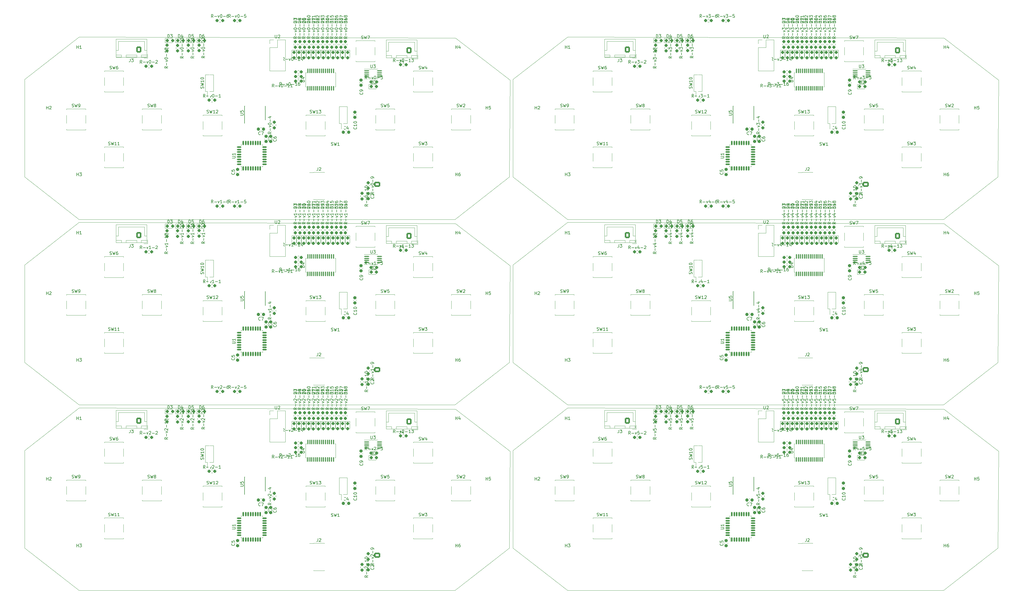
<source format=gbr>
%TF.GenerationSoftware,KiCad,Pcbnew,7.0.6-7.0.6~ubuntu20.04.1*%
%TF.CreationDate,2023-07-11T09:09:46+02:00*%
%TF.ProjectId,output_panel2023-07-11_070926.4017960000,6f757470-7574-45f7-9061-6e656c323032,rev?*%
%TF.SameCoordinates,Original*%
%TF.FileFunction,Legend,Top*%
%TF.FilePolarity,Positive*%
%FSLAX45Y45*%
G04 Gerber Fmt 4.5, Leading zero omitted, Abs format (unit mm)*
G04 Created by KiCad (PCBNEW 7.0.6-7.0.6~ubuntu20.04.1) date 2023-07-11 09:09:46*
%MOMM*%
%LPD*%
G01*
G04 APERTURE LIST*
G04 Aperture macros list*
%AMRoundRect*
0 Rectangle with rounded corners*
0 $1 Rounding radius*
0 $2 $3 $4 $5 $6 $7 $8 $9 X,Y pos of 4 corners*
0 Add a 4 corners polygon primitive as box body*
4,1,4,$2,$3,$4,$5,$6,$7,$8,$9,$2,$3,0*
0 Add four circle primitives for the rounded corners*
1,1,$1+$1,$2,$3*
1,1,$1+$1,$4,$5*
1,1,$1+$1,$6,$7*
1,1,$1+$1,$8,$9*
0 Add four rect primitives between the rounded corners*
20,1,$1+$1,$2,$3,$4,$5,0*
20,1,$1+$1,$4,$5,$6,$7,0*
20,1,$1+$1,$6,$7,$8,$9,0*
20,1,$1+$1,$8,$9,$2,$3,0*%
G04 Aperture macros list end*
%TA.AperFunction,Profile*%
%ADD10C,0.100000*%
%TD*%
%ADD11C,0.150000*%
%ADD12C,0.120000*%
%ADD13R,0.400000X1.000000*%
%ADD14RoundRect,0.237500X0.237500X-0.250000X0.237500X0.250000X-0.237500X0.250000X-0.237500X-0.250000X0*%
%ADD15RoundRect,0.237500X0.237500X-0.300000X0.237500X0.300000X-0.237500X0.300000X-0.237500X-0.300000X0*%
%ADD16R,1.550000X1.300000*%
%ADD17C,5.600000*%
%ADD18RoundRect,0.237500X-0.250000X-0.237500X0.250000X-0.237500X0.250000X0.237500X-0.250000X0.237500X0*%
%ADD19RoundRect,0.237500X0.250000X0.237500X-0.250000X0.237500X-0.250000X-0.237500X0.250000X-0.237500X0*%
%ADD20R,0.760000X1.600000*%
%ADD21RoundRect,0.237500X-0.237500X0.287500X-0.237500X-0.287500X0.237500X-0.287500X0.237500X0.287500X0*%
%ADD22RoundRect,0.250000X0.600000X0.725000X-0.600000X0.725000X-0.600000X-0.725000X0.600000X-0.725000X0*%
%ADD23O,1.700000X1.950000*%
%ADD24RoundRect,0.237500X-0.287500X-0.237500X0.287500X-0.237500X0.287500X0.237500X-0.287500X0.237500X0*%
%ADD25RoundRect,0.237500X-0.237500X0.300000X-0.237500X-0.300000X0.237500X-0.300000X0.237500X0.300000X0*%
%ADD26RoundRect,0.237500X-0.237500X0.250000X-0.237500X-0.250000X0.237500X-0.250000X0.237500X0.250000X0*%
%ADD27R,1.700000X1.700000*%
%ADD28O,1.700000X1.700000*%
%ADD29RoundRect,0.100000X0.100000X-0.637500X0.100000X0.637500X-0.100000X0.637500X-0.100000X-0.637500X0*%
%ADD30RoundRect,0.237500X0.300000X0.237500X-0.300000X0.237500X-0.300000X-0.237500X0.300000X-0.237500X0*%
%ADD31RoundRect,0.237500X-0.300000X-0.237500X0.300000X-0.237500X0.300000X0.237500X-0.300000X0.237500X0*%
%ADD32RoundRect,0.125000X0.125000X-0.625000X0.125000X0.625000X-0.125000X0.625000X-0.125000X-0.625000X0*%
%ADD33RoundRect,0.125000X0.625000X-0.125000X0.625000X0.125000X-0.625000X0.125000X-0.625000X-0.125000X0*%
%ADD34RoundRect,0.100000X-0.712500X-0.100000X0.712500X-0.100000X0.712500X0.100000X-0.712500X0.100000X0*%
%ADD35R,2.400000X0.740000*%
%ADD36RoundRect,0.250000X-0.750000X0.600000X-0.750000X-0.600000X0.750000X-0.600000X0.750000X0.600000X0*%
%ADD37O,2.000000X1.700000*%
G04 APERTURE END LIST*
D10*
X30389999Y-6209999D02*
X32189999Y-7599999D01*
X1850000Y-12289999D02*
X14270000Y-12329999D01*
X16050000Y-4670000D02*
X14250000Y-6070000D01*
X14250000Y-12189999D02*
X1850000Y-12189999D01*
X17969999Y-6169999D02*
X30389999Y-6209999D01*
X32189999Y-7599999D02*
X32169999Y-10789999D01*
X16169999Y-1450000D02*
X17969999Y-50000D01*
X17969999Y-18309999D02*
X16169999Y-16909999D01*
X1850000Y-12189999D02*
X50000Y-10789999D01*
X50000Y-16909999D02*
X50000Y-13689999D01*
X14270000Y-6209999D02*
X16070000Y-7599999D01*
X1850000Y-50000D02*
X14270000Y-90000D01*
X32189999Y-13719999D02*
X32169999Y-16909999D01*
X32169999Y-10789999D02*
X30369999Y-12189999D01*
X50000Y-1450000D02*
X1850000Y-50000D01*
X32169999Y-16909999D02*
X30369999Y-18309999D01*
X16169999Y-10789999D02*
X16169999Y-7569999D01*
X16070000Y-7599999D02*
X16050000Y-10789999D01*
X32169999Y-4670000D02*
X30369999Y-6070000D01*
X17969999Y-12289999D02*
X30389999Y-12329999D01*
X50000Y-7569999D02*
X1850000Y-6169999D01*
X16070000Y-13719999D02*
X16050000Y-16909999D01*
X30369999Y-18309999D02*
X17969999Y-18309999D01*
X14270000Y-90000D02*
X16070000Y-1480000D01*
X50000Y-10789999D02*
X50000Y-7569999D01*
X30369999Y-12189999D02*
X17969999Y-12189999D01*
X17969999Y-6070000D02*
X16169999Y-4670000D01*
X16050000Y-16909999D02*
X14250000Y-18309999D01*
X50000Y-4670000D02*
X50000Y-1450000D01*
X30389999Y-12329999D02*
X32189999Y-13719999D01*
X1850000Y-6169999D02*
X14270000Y-6209999D01*
X16050000Y-10789999D02*
X14250000Y-12189999D01*
X50000Y-13689999D02*
X1850000Y-12289999D01*
X14270000Y-12329999D02*
X16070000Y-13719999D01*
X30369999Y-6070000D02*
X17969999Y-6070000D01*
X1850000Y-6070000D02*
X50000Y-4670000D01*
X30389999Y-90000D02*
X32189999Y-1480000D01*
X32189999Y-1480000D02*
X32169999Y-4670000D01*
X1850000Y-18309999D02*
X50000Y-16909999D01*
X16169999Y-16909999D02*
X16169999Y-13689999D01*
X14250000Y-18309999D02*
X1850000Y-18309999D01*
X16169999Y-7569999D02*
X17969999Y-6169999D01*
X17969999Y-12189999D02*
X16169999Y-10789999D01*
X17969999Y-50000D02*
X30389999Y-90000D01*
X16169999Y-13689999D02*
X17969999Y-12289999D01*
X16070000Y-1480000D02*
X16050000Y-4670000D01*
X16169999Y-4670000D02*
X16169999Y-1450000D01*
X14250000Y-6070000D02*
X1850000Y-6070000D01*
D11*
X23292981Y-14876189D02*
X23373933Y-14876189D01*
X23373933Y-14876189D02*
X23383457Y-14871428D01*
X23383457Y-14871428D02*
X23388219Y-14866666D01*
X23388219Y-14866666D02*
X23392981Y-14857142D01*
X23392981Y-14857142D02*
X23392981Y-14838094D01*
X23392981Y-14838094D02*
X23388219Y-14828570D01*
X23388219Y-14828570D02*
X23383457Y-14823809D01*
X23383457Y-14823809D02*
X23373933Y-14819047D01*
X23373933Y-14819047D02*
X23292981Y-14819047D01*
X23292981Y-14723809D02*
X23292981Y-14771428D01*
X23292981Y-14771428D02*
X23340600Y-14776189D01*
X23340600Y-14776189D02*
X23335838Y-14771428D01*
X23335838Y-14771428D02*
X23331076Y-14761904D01*
X23331076Y-14761904D02*
X23331076Y-14738094D01*
X23331076Y-14738094D02*
X23335838Y-14728570D01*
X23335838Y-14728570D02*
X23340600Y-14723809D01*
X23340600Y-14723809D02*
X23350124Y-14719047D01*
X23350124Y-14719047D02*
X23373933Y-14719047D01*
X23373933Y-14719047D02*
X23383457Y-14723809D01*
X23383457Y-14723809D02*
X23388219Y-14728570D01*
X23388219Y-14728570D02*
X23392981Y-14738094D01*
X23392981Y-14738094D02*
X23392981Y-14761904D01*
X23392981Y-14761904D02*
X23388219Y-14771428D01*
X23388219Y-14771428D02*
X23383457Y-14776189D01*
X10095482Y-12283809D02*
X10047863Y-12317142D01*
X10095482Y-12340951D02*
X9995482Y-12340951D01*
X9995482Y-12340951D02*
X9995482Y-12302856D01*
X9995482Y-12302856D02*
X10000244Y-12293332D01*
X10000244Y-12293332D02*
X10005006Y-12288570D01*
X10005006Y-12288570D02*
X10014530Y-12283809D01*
X10014530Y-12283809D02*
X10028815Y-12283809D01*
X10028815Y-12283809D02*
X10038339Y-12288570D01*
X10038339Y-12288570D02*
X10043101Y-12293332D01*
X10043101Y-12293332D02*
X10047863Y-12302856D01*
X10047863Y-12302856D02*
X10047863Y-12340951D01*
X10057387Y-12240951D02*
X10057387Y-12164761D01*
X10028815Y-12126666D02*
X10095482Y-12102856D01*
X10095482Y-12102856D02*
X10028815Y-12079047D01*
X10005006Y-12045713D02*
X10000244Y-12040951D01*
X10000244Y-12040951D02*
X9995482Y-12031428D01*
X9995482Y-12031428D02*
X9995482Y-12007618D01*
X9995482Y-12007618D02*
X10000244Y-11998094D01*
X10000244Y-11998094D02*
X10005006Y-11993332D01*
X10005006Y-11993332D02*
X10014530Y-11988570D01*
X10014530Y-11988570D02*
X10024053Y-11988570D01*
X10024053Y-11988570D02*
X10038339Y-11993332D01*
X10038339Y-11993332D02*
X10095482Y-12050475D01*
X10095482Y-12050475D02*
X10095482Y-11988570D01*
X10057387Y-11945713D02*
X10057387Y-11869523D01*
X9995482Y-11831428D02*
X9995482Y-11769523D01*
X9995482Y-11769523D02*
X10033577Y-11802856D01*
X10033577Y-11802856D02*
X10033577Y-11788570D01*
X10033577Y-11788570D02*
X10038339Y-11779047D01*
X10038339Y-11779047D02*
X10043101Y-11774285D01*
X10043101Y-11774285D02*
X10052625Y-11769523D01*
X10052625Y-11769523D02*
X10076434Y-11769523D01*
X10076434Y-11769523D02*
X10085958Y-11774285D01*
X10085958Y-11774285D02*
X10090720Y-11779047D01*
X10090720Y-11779047D02*
X10095482Y-11788570D01*
X10095482Y-11788570D02*
X10095482Y-11817142D01*
X10095482Y-11817142D02*
X10090720Y-11826666D01*
X10090720Y-11826666D02*
X10085958Y-11831428D01*
X9995482Y-11707618D02*
X9995482Y-11698094D01*
X9995482Y-11698094D02*
X10000244Y-11688570D01*
X10000244Y-11688570D02*
X10005006Y-11683809D01*
X10005006Y-11683809D02*
X10014530Y-11679047D01*
X10014530Y-11679047D02*
X10033577Y-11674285D01*
X10033577Y-11674285D02*
X10057387Y-11674285D01*
X10057387Y-11674285D02*
X10076434Y-11679047D01*
X10076434Y-11679047D02*
X10085958Y-11683809D01*
X10085958Y-11683809D02*
X10090720Y-11688570D01*
X10090720Y-11688570D02*
X10095482Y-11698094D01*
X10095482Y-11698094D02*
X10095482Y-11707618D01*
X10095482Y-11707618D02*
X10090720Y-11717142D01*
X10090720Y-11717142D02*
X10085958Y-11721904D01*
X10085958Y-11721904D02*
X10076434Y-11726666D01*
X10076434Y-11726666D02*
X10057387Y-11731428D01*
X10057387Y-11731428D02*
X10033577Y-11731428D01*
X10033577Y-11731428D02*
X10014530Y-11726666D01*
X10014530Y-11726666D02*
X10005006Y-11721904D01*
X10005006Y-11721904D02*
X10000244Y-11717142D01*
X10000244Y-11717142D02*
X9995482Y-11707618D01*
X23093157Y-16766066D02*
X23097919Y-16770828D01*
X23097919Y-16770828D02*
X23102681Y-16785113D01*
X23102681Y-16785113D02*
X23102681Y-16794637D01*
X23102681Y-16794637D02*
X23097919Y-16808923D01*
X23097919Y-16808923D02*
X23088395Y-16818447D01*
X23088395Y-16818447D02*
X23078871Y-16823209D01*
X23078871Y-16823209D02*
X23059824Y-16827970D01*
X23059824Y-16827970D02*
X23045538Y-16827970D01*
X23045538Y-16827970D02*
X23026490Y-16823209D01*
X23026490Y-16823209D02*
X23016967Y-16818447D01*
X23016967Y-16818447D02*
X23007443Y-16808923D01*
X23007443Y-16808923D02*
X23002681Y-16794637D01*
X23002681Y-16794637D02*
X23002681Y-16785113D01*
X23002681Y-16785113D02*
X23007443Y-16770828D01*
X23007443Y-16770828D02*
X23012205Y-16766066D01*
X23002681Y-16675589D02*
X23002681Y-16723208D01*
X23002681Y-16723208D02*
X23050300Y-16727970D01*
X23050300Y-16727970D02*
X23045538Y-16723208D01*
X23045538Y-16723208D02*
X23040776Y-16713685D01*
X23040776Y-16713685D02*
X23040776Y-16689875D01*
X23040776Y-16689875D02*
X23045538Y-16680351D01*
X23045538Y-16680351D02*
X23050300Y-16675589D01*
X23050300Y-16675589D02*
X23059824Y-16670828D01*
X23059824Y-16670828D02*
X23083633Y-16670828D01*
X23083633Y-16670828D02*
X23093157Y-16675589D01*
X23093157Y-16675589D02*
X23097919Y-16680351D01*
X23097919Y-16680351D02*
X23102681Y-16689875D01*
X23102681Y-16689875D02*
X23102681Y-16713685D01*
X23102681Y-16713685D02*
X23097919Y-16723208D01*
X23097919Y-16723208D02*
X23093157Y-16727970D01*
X14316667Y-14600719D02*
X14330952Y-14605481D01*
X14330952Y-14605481D02*
X14354762Y-14605481D01*
X14354762Y-14605481D02*
X14364286Y-14600719D01*
X14364286Y-14600719D02*
X14369048Y-14595957D01*
X14369048Y-14595957D02*
X14373809Y-14586433D01*
X14373809Y-14586433D02*
X14373809Y-14576909D01*
X14373809Y-14576909D02*
X14369048Y-14567386D01*
X14369048Y-14567386D02*
X14364286Y-14562624D01*
X14364286Y-14562624D02*
X14354762Y-14557862D01*
X14354762Y-14557862D02*
X14335714Y-14553100D01*
X14335714Y-14553100D02*
X14326190Y-14548338D01*
X14326190Y-14548338D02*
X14321429Y-14543576D01*
X14321429Y-14543576D02*
X14316667Y-14534052D01*
X14316667Y-14534052D02*
X14316667Y-14524529D01*
X14316667Y-14524529D02*
X14321429Y-14515005D01*
X14321429Y-14515005D02*
X14326190Y-14510243D01*
X14326190Y-14510243D02*
X14335714Y-14505481D01*
X14335714Y-14505481D02*
X14359524Y-14505481D01*
X14359524Y-14505481D02*
X14373809Y-14510243D01*
X14407143Y-14505481D02*
X14430952Y-14605481D01*
X14430952Y-14605481D02*
X14450000Y-14534052D01*
X14450000Y-14534052D02*
X14469048Y-14605481D01*
X14469048Y-14605481D02*
X14492857Y-14505481D01*
X14526190Y-14515005D02*
X14530952Y-14510243D01*
X14530952Y-14510243D02*
X14540476Y-14505481D01*
X14540476Y-14505481D02*
X14564286Y-14505481D01*
X14564286Y-14505481D02*
X14573809Y-14510243D01*
X14573809Y-14510243D02*
X14578571Y-14515005D01*
X14578571Y-14515005D02*
X14583333Y-14524529D01*
X14583333Y-14524529D02*
X14583333Y-14534052D01*
X14583333Y-14534052D02*
X14578571Y-14548338D01*
X14578571Y-14548338D02*
X14521429Y-14605481D01*
X14521429Y-14605481D02*
X14583333Y-14605481D01*
X1773809Y-4635482D02*
X1773809Y-4535482D01*
X1773809Y-4583101D02*
X1830952Y-4583101D01*
X1830952Y-4635482D02*
X1830952Y-4535482D01*
X1869048Y-4535482D02*
X1930952Y-4535482D01*
X1930952Y-4535482D02*
X1897619Y-4573577D01*
X1897619Y-4573577D02*
X1911905Y-4573577D01*
X1911905Y-4573577D02*
X1921428Y-4578339D01*
X1921428Y-4578339D02*
X1926190Y-4583101D01*
X1926190Y-4583101D02*
X1930952Y-4592624D01*
X1930952Y-4592624D02*
X1930952Y-4616434D01*
X1930952Y-4616434D02*
X1926190Y-4625958D01*
X1926190Y-4625958D02*
X1921428Y-4630720D01*
X1921428Y-4630720D02*
X1911905Y-4635482D01*
X1911905Y-4635482D02*
X1883333Y-4635482D01*
X1883333Y-4635482D02*
X1873809Y-4630720D01*
X1873809Y-4630720D02*
X1869048Y-4625958D01*
X20043809Y-7042481D02*
X20010475Y-6994862D01*
X19986666Y-7042481D02*
X19986666Y-6942481D01*
X19986666Y-6942481D02*
X20024761Y-6942481D01*
X20024761Y-6942481D02*
X20034285Y-6947243D01*
X20034285Y-6947243D02*
X20039047Y-6952005D01*
X20039047Y-6952005D02*
X20043809Y-6961529D01*
X20043809Y-6961529D02*
X20043809Y-6975815D01*
X20043809Y-6975815D02*
X20039047Y-6985338D01*
X20039047Y-6985338D02*
X20034285Y-6990100D01*
X20034285Y-6990100D02*
X20024761Y-6994862D01*
X20024761Y-6994862D02*
X19986666Y-6994862D01*
X20086666Y-7004386D02*
X20162856Y-7004386D01*
X20200951Y-6975815D02*
X20224761Y-7042481D01*
X20224761Y-7042481D02*
X20248570Y-6975815D01*
X20329523Y-6975815D02*
X20329523Y-7042481D01*
X20305713Y-6937719D02*
X20281904Y-7009148D01*
X20281904Y-7009148D02*
X20343809Y-7009148D01*
X20381904Y-7004386D02*
X20458094Y-7004386D01*
X20500951Y-6952005D02*
X20505713Y-6947243D01*
X20505713Y-6947243D02*
X20515237Y-6942481D01*
X20515237Y-6942481D02*
X20539047Y-6942481D01*
X20539047Y-6942481D02*
X20548570Y-6947243D01*
X20548570Y-6947243D02*
X20553332Y-6952005D01*
X20553332Y-6952005D02*
X20558094Y-6961529D01*
X20558094Y-6961529D02*
X20558094Y-6971053D01*
X20558094Y-6971053D02*
X20553332Y-6985338D01*
X20553332Y-6985338D02*
X20496190Y-7042481D01*
X20496190Y-7042481D02*
X20558094Y-7042481D01*
X8280490Y-1707782D02*
X8247157Y-1660162D01*
X8223348Y-1707782D02*
X8223348Y-1607782D01*
X8223348Y-1607782D02*
X8261443Y-1607782D01*
X8261443Y-1607782D02*
X8270967Y-1612543D01*
X8270967Y-1612543D02*
X8275728Y-1617305D01*
X8275728Y-1617305D02*
X8280490Y-1626829D01*
X8280490Y-1626829D02*
X8280490Y-1641115D01*
X8280490Y-1641115D02*
X8275728Y-1650639D01*
X8275728Y-1650639D02*
X8270967Y-1655401D01*
X8270967Y-1655401D02*
X8261443Y-1660162D01*
X8261443Y-1660162D02*
X8223348Y-1660162D01*
X8323348Y-1669686D02*
X8399538Y-1669686D01*
X8437633Y-1641115D02*
X8461443Y-1707782D01*
X8461443Y-1707782D02*
X8485252Y-1641115D01*
X8542395Y-1607782D02*
X8551919Y-1607782D01*
X8551919Y-1607782D02*
X8561443Y-1612543D01*
X8561443Y-1612543D02*
X8566205Y-1617305D01*
X8566205Y-1617305D02*
X8570967Y-1626829D01*
X8570967Y-1626829D02*
X8575729Y-1645877D01*
X8575729Y-1645877D02*
X8575729Y-1669686D01*
X8575729Y-1669686D02*
X8570967Y-1688734D01*
X8570967Y-1688734D02*
X8566205Y-1698258D01*
X8566205Y-1698258D02*
X8561443Y-1703020D01*
X8561443Y-1703020D02*
X8551919Y-1707782D01*
X8551919Y-1707782D02*
X8542395Y-1707782D01*
X8542395Y-1707782D02*
X8532871Y-1703020D01*
X8532871Y-1703020D02*
X8528110Y-1698258D01*
X8528110Y-1698258D02*
X8523348Y-1688734D01*
X8523348Y-1688734D02*
X8518586Y-1669686D01*
X8518586Y-1669686D02*
X8518586Y-1645877D01*
X8518586Y-1645877D02*
X8523348Y-1626829D01*
X8523348Y-1626829D02*
X8528110Y-1617305D01*
X8528110Y-1617305D02*
X8532871Y-1612543D01*
X8532871Y-1612543D02*
X8542395Y-1607782D01*
X8618586Y-1669686D02*
X8694776Y-1669686D01*
X8794776Y-1707782D02*
X8737633Y-1707782D01*
X8766205Y-1707782D02*
X8766205Y-1607782D01*
X8766205Y-1607782D02*
X8756681Y-1622067D01*
X8756681Y-1622067D02*
X8747157Y-1631591D01*
X8747157Y-1631591D02*
X8737633Y-1636353D01*
X8890014Y-1707782D02*
X8832871Y-1707782D01*
X8861443Y-1707782D02*
X8861443Y-1607782D01*
X8861443Y-1607782D02*
X8851919Y-1622067D01*
X8851919Y-1622067D02*
X8842395Y-1631591D01*
X8842395Y-1631591D02*
X8832871Y-1636353D01*
X26293666Y-15867719D02*
X26307951Y-15872481D01*
X26307951Y-15872481D02*
X26331761Y-15872481D01*
X26331761Y-15872481D02*
X26341285Y-15867719D01*
X26341285Y-15867719D02*
X26346047Y-15862957D01*
X26346047Y-15862957D02*
X26350808Y-15853433D01*
X26350808Y-15853433D02*
X26350808Y-15843909D01*
X26350808Y-15843909D02*
X26346047Y-15834386D01*
X26346047Y-15834386D02*
X26341285Y-15829624D01*
X26341285Y-15829624D02*
X26331761Y-15824862D01*
X26331761Y-15824862D02*
X26312713Y-15820100D01*
X26312713Y-15820100D02*
X26303189Y-15815338D01*
X26303189Y-15815338D02*
X26298428Y-15810576D01*
X26298428Y-15810576D02*
X26293666Y-15801052D01*
X26293666Y-15801052D02*
X26293666Y-15791529D01*
X26293666Y-15791529D02*
X26298428Y-15782005D01*
X26298428Y-15782005D02*
X26303189Y-15777243D01*
X26303189Y-15777243D02*
X26312713Y-15772481D01*
X26312713Y-15772481D02*
X26336523Y-15772481D01*
X26336523Y-15772481D02*
X26350808Y-15777243D01*
X26384142Y-15772481D02*
X26407951Y-15872481D01*
X26407951Y-15872481D02*
X26426999Y-15801052D01*
X26426999Y-15801052D02*
X26446047Y-15872481D01*
X26446047Y-15872481D02*
X26469856Y-15772481D01*
X26560332Y-15872481D02*
X26503189Y-15872481D01*
X26531761Y-15872481D02*
X26531761Y-15772481D01*
X26531761Y-15772481D02*
X26522237Y-15786767D01*
X26522237Y-15786767D02*
X26512713Y-15796290D01*
X26512713Y-15796290D02*
X26503189Y-15801052D01*
X27469808Y-1440082D02*
X27436475Y-1392463D01*
X27412666Y-1440082D02*
X27412666Y-1340082D01*
X27412666Y-1340082D02*
X27450761Y-1340082D01*
X27450761Y-1340082D02*
X27460285Y-1344844D01*
X27460285Y-1344844D02*
X27465047Y-1349605D01*
X27465047Y-1349605D02*
X27469808Y-1359129D01*
X27469808Y-1359129D02*
X27469808Y-1373415D01*
X27469808Y-1373415D02*
X27465047Y-1382939D01*
X27465047Y-1382939D02*
X27460285Y-1387701D01*
X27460285Y-1387701D02*
X27450761Y-1392463D01*
X27450761Y-1392463D02*
X27412666Y-1392463D01*
X27512666Y-1401986D02*
X27588856Y-1401986D01*
X27626951Y-1373415D02*
X27650761Y-1440082D01*
X27650761Y-1440082D02*
X27674570Y-1373415D01*
X27703142Y-1340082D02*
X27765047Y-1340082D01*
X27765047Y-1340082D02*
X27731713Y-1378177D01*
X27731713Y-1378177D02*
X27745999Y-1378177D01*
X27745999Y-1378177D02*
X27755523Y-1382939D01*
X27755523Y-1382939D02*
X27760285Y-1387701D01*
X27760285Y-1387701D02*
X27765047Y-1397224D01*
X27765047Y-1397224D02*
X27765047Y-1421034D01*
X27765047Y-1421034D02*
X27760285Y-1430558D01*
X27760285Y-1430558D02*
X27755523Y-1435320D01*
X27755523Y-1435320D02*
X27745999Y-1440082D01*
X27745999Y-1440082D02*
X27717428Y-1440082D01*
X27717428Y-1440082D02*
X27707904Y-1435320D01*
X27707904Y-1435320D02*
X27703142Y-1430558D01*
X27807904Y-1401986D02*
X27884094Y-1401986D01*
X27922189Y-1340082D02*
X27984094Y-1340082D01*
X27984094Y-1340082D02*
X27950761Y-1378177D01*
X27950761Y-1378177D02*
X27965047Y-1378177D01*
X27965047Y-1378177D02*
X27974570Y-1382939D01*
X27974570Y-1382939D02*
X27979332Y-1387701D01*
X27979332Y-1387701D02*
X27984094Y-1397224D01*
X27984094Y-1397224D02*
X27984094Y-1421034D01*
X27984094Y-1421034D02*
X27979332Y-1430558D01*
X27979332Y-1430558D02*
X27974570Y-1435320D01*
X27974570Y-1435320D02*
X27965047Y-1440082D01*
X27965047Y-1440082D02*
X27936475Y-1440082D01*
X27936475Y-1440082D02*
X27926951Y-1435320D01*
X27926951Y-1435320D02*
X27922189Y-1430558D01*
X11349809Y-1440082D02*
X11316476Y-1392463D01*
X11292667Y-1440082D02*
X11292667Y-1340082D01*
X11292667Y-1340082D02*
X11330762Y-1340082D01*
X11330762Y-1340082D02*
X11340286Y-1344844D01*
X11340286Y-1344844D02*
X11345048Y-1349605D01*
X11345048Y-1349605D02*
X11349809Y-1359129D01*
X11349809Y-1359129D02*
X11349809Y-1373415D01*
X11349809Y-1373415D02*
X11345048Y-1382939D01*
X11345048Y-1382939D02*
X11340286Y-1387701D01*
X11340286Y-1387701D02*
X11330762Y-1392463D01*
X11330762Y-1392463D02*
X11292667Y-1392463D01*
X11392667Y-1401986D02*
X11468857Y-1401986D01*
X11506952Y-1373415D02*
X11530762Y-1440082D01*
X11530762Y-1440082D02*
X11554571Y-1373415D01*
X11611714Y-1340082D02*
X11621238Y-1340082D01*
X11621238Y-1340082D02*
X11630762Y-1344844D01*
X11630762Y-1344844D02*
X11635524Y-1349605D01*
X11635524Y-1349605D02*
X11640286Y-1359129D01*
X11640286Y-1359129D02*
X11645048Y-1378177D01*
X11645048Y-1378177D02*
X11645048Y-1401986D01*
X11645048Y-1401986D02*
X11640286Y-1421034D01*
X11640286Y-1421034D02*
X11635524Y-1430558D01*
X11635524Y-1430558D02*
X11630762Y-1435320D01*
X11630762Y-1435320D02*
X11621238Y-1440082D01*
X11621238Y-1440082D02*
X11611714Y-1440082D01*
X11611714Y-1440082D02*
X11602190Y-1435320D01*
X11602190Y-1435320D02*
X11597429Y-1430558D01*
X11597429Y-1430558D02*
X11592667Y-1421034D01*
X11592667Y-1421034D02*
X11587905Y-1401986D01*
X11587905Y-1401986D02*
X11587905Y-1378177D01*
X11587905Y-1378177D02*
X11592667Y-1359129D01*
X11592667Y-1359129D02*
X11597429Y-1349605D01*
X11597429Y-1349605D02*
X11602190Y-1344844D01*
X11602190Y-1344844D02*
X11611714Y-1340082D01*
X11687905Y-1401986D02*
X11764095Y-1401986D01*
X11802190Y-1340082D02*
X11864095Y-1340082D01*
X11864095Y-1340082D02*
X11830762Y-1378177D01*
X11830762Y-1378177D02*
X11845048Y-1378177D01*
X11845048Y-1378177D02*
X11854571Y-1382939D01*
X11854571Y-1382939D02*
X11859333Y-1387701D01*
X11859333Y-1387701D02*
X11864095Y-1397224D01*
X11864095Y-1397224D02*
X11864095Y-1421034D01*
X11864095Y-1421034D02*
X11859333Y-1430558D01*
X11859333Y-1430558D02*
X11854571Y-1435320D01*
X11854571Y-1435320D02*
X11845048Y-1440082D01*
X11845048Y-1440082D02*
X11816476Y-1440082D01*
X11816476Y-1440082D02*
X11806952Y-1435320D01*
X11806952Y-1435320D02*
X11802190Y-1430558D01*
X9335482Y416191D02*
X9235482Y416191D01*
X9235482Y416191D02*
X9235482Y440000D01*
X9235482Y440000D02*
X9240244Y454286D01*
X9240244Y454286D02*
X9249768Y463810D01*
X9249768Y463810D02*
X9259291Y468572D01*
X9259291Y468572D02*
X9278339Y473334D01*
X9278339Y473334D02*
X9292625Y473334D01*
X9292625Y473334D02*
X9311672Y468572D01*
X9311672Y468572D02*
X9321196Y463810D01*
X9321196Y463810D02*
X9330720Y454286D01*
X9330720Y454286D02*
X9335482Y440000D01*
X9335482Y440000D02*
X9335482Y416191D01*
X9335482Y520953D02*
X9335482Y540000D01*
X9335482Y540000D02*
X9330720Y549524D01*
X9330720Y549524D02*
X9325958Y554286D01*
X9325958Y554286D02*
X9311672Y563810D01*
X9311672Y563810D02*
X9292625Y568572D01*
X9292625Y568572D02*
X9254530Y568572D01*
X9254530Y568572D02*
X9245006Y563810D01*
X9245006Y563810D02*
X9240244Y559048D01*
X9240244Y559048D02*
X9235482Y549524D01*
X9235482Y549524D02*
X9235482Y530477D01*
X9235482Y530477D02*
X9240244Y520953D01*
X9240244Y520953D02*
X9245006Y516191D01*
X9245006Y516191D02*
X9254530Y511429D01*
X9254530Y511429D02*
X9278339Y511429D01*
X9278339Y511429D02*
X9287863Y516191D01*
X9287863Y516191D02*
X9292625Y520953D01*
X9292625Y520953D02*
X9297387Y530477D01*
X9297387Y530477D02*
X9297387Y549524D01*
X9297387Y549524D02*
X9292625Y559048D01*
X9292625Y559048D02*
X9287863Y563810D01*
X9287863Y563810D02*
X9278339Y568572D01*
X25295481Y-12283809D02*
X25247862Y-12317142D01*
X25295481Y-12340951D02*
X25195481Y-12340951D01*
X25195481Y-12340951D02*
X25195481Y-12302856D01*
X25195481Y-12302856D02*
X25200243Y-12293332D01*
X25200243Y-12293332D02*
X25205005Y-12288570D01*
X25205005Y-12288570D02*
X25214528Y-12283809D01*
X25214528Y-12283809D02*
X25228814Y-12283809D01*
X25228814Y-12283809D02*
X25238338Y-12288570D01*
X25238338Y-12288570D02*
X25243100Y-12293332D01*
X25243100Y-12293332D02*
X25247862Y-12302856D01*
X25247862Y-12302856D02*
X25247862Y-12340951D01*
X25257386Y-12240951D02*
X25257386Y-12164761D01*
X25228814Y-12126666D02*
X25295481Y-12102856D01*
X25295481Y-12102856D02*
X25228814Y-12079047D01*
X25195481Y-11993332D02*
X25195481Y-12040951D01*
X25195481Y-12040951D02*
X25243100Y-12045713D01*
X25243100Y-12045713D02*
X25238338Y-12040951D01*
X25238338Y-12040951D02*
X25233576Y-12031428D01*
X25233576Y-12031428D02*
X25233576Y-12007618D01*
X25233576Y-12007618D02*
X25238338Y-11998094D01*
X25238338Y-11998094D02*
X25243100Y-11993332D01*
X25243100Y-11993332D02*
X25252624Y-11988570D01*
X25252624Y-11988570D02*
X25276433Y-11988570D01*
X25276433Y-11988570D02*
X25285957Y-11993332D01*
X25285957Y-11993332D02*
X25290719Y-11998094D01*
X25290719Y-11998094D02*
X25295481Y-12007618D01*
X25295481Y-12007618D02*
X25295481Y-12031428D01*
X25295481Y-12031428D02*
X25290719Y-12040951D01*
X25290719Y-12040951D02*
X25285957Y-12045713D01*
X25257386Y-11945713D02*
X25257386Y-11869523D01*
X25205005Y-11826666D02*
X25200243Y-11821904D01*
X25200243Y-11821904D02*
X25195481Y-11812380D01*
X25195481Y-11812380D02*
X25195481Y-11788570D01*
X25195481Y-11788570D02*
X25200243Y-11779047D01*
X25200243Y-11779047D02*
X25205005Y-11774285D01*
X25205005Y-11774285D02*
X25214528Y-11769523D01*
X25214528Y-11769523D02*
X25224052Y-11769523D01*
X25224052Y-11769523D02*
X25238338Y-11774285D01*
X25238338Y-11774285D02*
X25295481Y-11831428D01*
X25295481Y-11831428D02*
X25295481Y-11769523D01*
X25228814Y-11683809D02*
X25295481Y-11683809D01*
X25190719Y-11707618D02*
X25262147Y-11731428D01*
X25262147Y-11731428D02*
X25262147Y-11669523D01*
X28577066Y-13036681D02*
X28577066Y-13108109D01*
X28577066Y-13108109D02*
X28572304Y-13122395D01*
X28572304Y-13122395D02*
X28562780Y-13131919D01*
X28562780Y-13131919D02*
X28548494Y-13136681D01*
X28548494Y-13136681D02*
X28538970Y-13136681D01*
X28667542Y-13070014D02*
X28667542Y-13136681D01*
X28643732Y-13031919D02*
X28619923Y-13103348D01*
X28619923Y-13103348D02*
X28681827Y-13103348D01*
X17893809Y-16875481D02*
X17893809Y-16775481D01*
X17893809Y-16823100D02*
X17950951Y-16823100D01*
X17950951Y-16875481D02*
X17950951Y-16775481D01*
X17989047Y-16775481D02*
X18050951Y-16775481D01*
X18050951Y-16775481D02*
X18017618Y-16813576D01*
X18017618Y-16813576D02*
X18031904Y-16813576D01*
X18031904Y-16813576D02*
X18041428Y-16818338D01*
X18041428Y-16818338D02*
X18046189Y-16823100D01*
X18046189Y-16823100D02*
X18050951Y-16832624D01*
X18050951Y-16832624D02*
X18050951Y-16856433D01*
X18050951Y-16856433D02*
X18046189Y-16865957D01*
X18046189Y-16865957D02*
X18041428Y-16870719D01*
X18041428Y-16870719D02*
X18031904Y-16875481D01*
X18031904Y-16875481D02*
X18003332Y-16875481D01*
X18003332Y-16875481D02*
X17993809Y-16870719D01*
X17993809Y-16870719D02*
X17989047Y-16865957D01*
X29186666Y-3610720D02*
X29200951Y-3615482D01*
X29200951Y-3615482D02*
X29224761Y-3615482D01*
X29224761Y-3615482D02*
X29234285Y-3610720D01*
X29234285Y-3610720D02*
X29239047Y-3605958D01*
X29239047Y-3605958D02*
X29243808Y-3596434D01*
X29243808Y-3596434D02*
X29243808Y-3586910D01*
X29243808Y-3586910D02*
X29239047Y-3577386D01*
X29239047Y-3577386D02*
X29234285Y-3572624D01*
X29234285Y-3572624D02*
X29224761Y-3567862D01*
X29224761Y-3567862D02*
X29205713Y-3563101D01*
X29205713Y-3563101D02*
X29196189Y-3558339D01*
X29196189Y-3558339D02*
X29191428Y-3553577D01*
X29191428Y-3553577D02*
X29186666Y-3544053D01*
X29186666Y-3544053D02*
X29186666Y-3534529D01*
X29186666Y-3534529D02*
X29191428Y-3525005D01*
X29191428Y-3525005D02*
X29196189Y-3520243D01*
X29196189Y-3520243D02*
X29205713Y-3515482D01*
X29205713Y-3515482D02*
X29229523Y-3515482D01*
X29229523Y-3515482D02*
X29243808Y-3520243D01*
X29277142Y-3515482D02*
X29300951Y-3615482D01*
X29300951Y-3615482D02*
X29319999Y-3544053D01*
X29319999Y-3544053D02*
X29339047Y-3615482D01*
X29339047Y-3615482D02*
X29362856Y-3515482D01*
X29391428Y-3515482D02*
X29453332Y-3515482D01*
X29453332Y-3515482D02*
X29419999Y-3553577D01*
X29419999Y-3553577D02*
X29434285Y-3553577D01*
X29434285Y-3553577D02*
X29443808Y-3558339D01*
X29443808Y-3558339D02*
X29448570Y-3563101D01*
X29448570Y-3563101D02*
X29453332Y-3572624D01*
X29453332Y-3572624D02*
X29453332Y-3596434D01*
X29453332Y-3596434D02*
X29448570Y-3605958D01*
X29448570Y-3605958D02*
X29443808Y-3610720D01*
X29443808Y-3610720D02*
X29434285Y-3615482D01*
X29434285Y-3615482D02*
X29405713Y-3615482D01*
X29405713Y-3615482D02*
X29396189Y-3610720D01*
X29396189Y-3610720D02*
X29391428Y-3605958D01*
X9315482Y-6163809D02*
X9267863Y-6197142D01*
X9315482Y-6220952D02*
X9215482Y-6220952D01*
X9215482Y-6220952D02*
X9215482Y-6182856D01*
X9215482Y-6182856D02*
X9220244Y-6173333D01*
X9220244Y-6173333D02*
X9225006Y-6168571D01*
X9225006Y-6168571D02*
X9234530Y-6163809D01*
X9234530Y-6163809D02*
X9248815Y-6163809D01*
X9248815Y-6163809D02*
X9258339Y-6168571D01*
X9258339Y-6168571D02*
X9263101Y-6173333D01*
X9263101Y-6173333D02*
X9267863Y-6182856D01*
X9267863Y-6182856D02*
X9267863Y-6220952D01*
X9277387Y-6120952D02*
X9277387Y-6044761D01*
X9248815Y-6006666D02*
X9315482Y-5982856D01*
X9315482Y-5982856D02*
X9248815Y-5959047D01*
X9315482Y-5868571D02*
X9315482Y-5925714D01*
X9315482Y-5897142D02*
X9215482Y-5897142D01*
X9215482Y-5897142D02*
X9229768Y-5906666D01*
X9229768Y-5906666D02*
X9239291Y-5916190D01*
X9239291Y-5916190D02*
X9244053Y-5925714D01*
X9277387Y-5825714D02*
X9277387Y-5749523D01*
X9225006Y-5706666D02*
X9220244Y-5701904D01*
X9220244Y-5701904D02*
X9215482Y-5692380D01*
X9215482Y-5692380D02*
X9215482Y-5668571D01*
X9215482Y-5668571D02*
X9220244Y-5659047D01*
X9220244Y-5659047D02*
X9225006Y-5654285D01*
X9225006Y-5654285D02*
X9234530Y-5649523D01*
X9234530Y-5649523D02*
X9244053Y-5649523D01*
X9244053Y-5649523D02*
X9258339Y-5654285D01*
X9258339Y-5654285D02*
X9315482Y-5711428D01*
X9315482Y-5711428D02*
X9315482Y-5649523D01*
X9215482Y-5559047D02*
X9215482Y-5606666D01*
X9215482Y-5606666D02*
X9263101Y-5611428D01*
X9263101Y-5611428D02*
X9258339Y-5606666D01*
X9258339Y-5606666D02*
X9253577Y-5597142D01*
X9253577Y-5597142D02*
X9253577Y-5573333D01*
X9253577Y-5573333D02*
X9258339Y-5563809D01*
X9258339Y-5563809D02*
X9263101Y-5559047D01*
X9263101Y-5559047D02*
X9272625Y-5554285D01*
X9272625Y-5554285D02*
X9296434Y-5554285D01*
X9296434Y-5554285D02*
X9305958Y-5559047D01*
X9305958Y-5559047D02*
X9310720Y-5563809D01*
X9310720Y-5563809D02*
X9315482Y-5573333D01*
X9315482Y-5573333D02*
X9315482Y-5597142D01*
X9315482Y-5597142D02*
X9310720Y-5606666D01*
X9310720Y-5606666D02*
X9305958Y-5611428D01*
X9475482Y-11831428D02*
X9375482Y-11831428D01*
X9375482Y-11831428D02*
X9375482Y-11807618D01*
X9375482Y-11807618D02*
X9380244Y-11793332D01*
X9380244Y-11793332D02*
X9389768Y-11783809D01*
X9389768Y-11783809D02*
X9399291Y-11779047D01*
X9399291Y-11779047D02*
X9418339Y-11774285D01*
X9418339Y-11774285D02*
X9432625Y-11774285D01*
X9432625Y-11774285D02*
X9451672Y-11779047D01*
X9451672Y-11779047D02*
X9461196Y-11783809D01*
X9461196Y-11783809D02*
X9470720Y-11793332D01*
X9470720Y-11793332D02*
X9475482Y-11807618D01*
X9475482Y-11807618D02*
X9475482Y-11831428D01*
X9475482Y-11679047D02*
X9475482Y-11736189D01*
X9475482Y-11707618D02*
X9375482Y-11707618D01*
X9375482Y-11707618D02*
X9389768Y-11717142D01*
X9389768Y-11717142D02*
X9399291Y-11726666D01*
X9399291Y-11726666D02*
X9404053Y-11736189D01*
X9375482Y-11617142D02*
X9375482Y-11607618D01*
X9375482Y-11607618D02*
X9380244Y-11598094D01*
X9380244Y-11598094D02*
X9385006Y-11593332D01*
X9385006Y-11593332D02*
X9394530Y-11588570D01*
X9394530Y-11588570D02*
X9413577Y-11583809D01*
X9413577Y-11583809D02*
X9437387Y-11583809D01*
X9437387Y-11583809D02*
X9456434Y-11588570D01*
X9456434Y-11588570D02*
X9465958Y-11593332D01*
X9465958Y-11593332D02*
X9470720Y-11598094D01*
X9470720Y-11598094D02*
X9475482Y-11607618D01*
X9475482Y-11607618D02*
X9475482Y-11617142D01*
X9475482Y-11617142D02*
X9470720Y-11626666D01*
X9470720Y-11626666D02*
X9465958Y-11631428D01*
X9465958Y-11631428D02*
X9456434Y-11636189D01*
X9456434Y-11636189D02*
X9437387Y-11640951D01*
X9437387Y-11640951D02*
X9413577Y-11640951D01*
X9413577Y-11640951D02*
X9394530Y-11636189D01*
X9394530Y-11636189D02*
X9385006Y-11631428D01*
X9385006Y-11631428D02*
X9380244Y-11626666D01*
X9380244Y-11626666D02*
X9375482Y-11617142D01*
X5126191Y-72482D02*
X5126191Y27518D01*
X5126191Y27518D02*
X5150000Y27518D01*
X5150000Y27518D02*
X5164286Y22756D01*
X5164286Y22756D02*
X5173810Y13233D01*
X5173810Y13233D02*
X5178571Y3709D01*
X5178571Y3709D02*
X5183333Y-15339D01*
X5183333Y-15339D02*
X5183333Y-29624D01*
X5183333Y-29624D02*
X5178571Y-48672D01*
X5178571Y-48672D02*
X5173810Y-58196D01*
X5173810Y-58196D02*
X5164286Y-67720D01*
X5164286Y-67720D02*
X5150000Y-72482D01*
X5150000Y-72482D02*
X5126191Y-72482D01*
X5269048Y-5815D02*
X5269048Y-72482D01*
X5245238Y32280D02*
X5221429Y-39148D01*
X5221429Y-39148D02*
X5283333Y-39148D01*
X14273809Y-16875481D02*
X14273809Y-16775481D01*
X14273809Y-16823100D02*
X14330952Y-16823100D01*
X14330952Y-16875481D02*
X14330952Y-16775481D01*
X14421428Y-16775481D02*
X14402381Y-16775481D01*
X14402381Y-16775481D02*
X14392857Y-16780243D01*
X14392857Y-16780243D02*
X14388095Y-16785005D01*
X14388095Y-16785005D02*
X14378571Y-16799291D01*
X14378571Y-16799291D02*
X14373809Y-16818338D01*
X14373809Y-16818338D02*
X14373809Y-16856433D01*
X14373809Y-16856433D02*
X14378571Y-16865957D01*
X14378571Y-16865957D02*
X14383333Y-16870719D01*
X14383333Y-16870719D02*
X14392857Y-16875481D01*
X14392857Y-16875481D02*
X14411905Y-16875481D01*
X14411905Y-16875481D02*
X14421428Y-16870719D01*
X14421428Y-16870719D02*
X14426190Y-16865957D01*
X14426190Y-16865957D02*
X14430952Y-16856433D01*
X14430952Y-16856433D02*
X14430952Y-16832624D01*
X14430952Y-16832624D02*
X14426190Y-16823100D01*
X14426190Y-16823100D02*
X14421428Y-16818338D01*
X14421428Y-16818338D02*
X14411905Y-16813576D01*
X14411905Y-16813576D02*
X14392857Y-16813576D01*
X14392857Y-16813576D02*
X14383333Y-16818338D01*
X14383333Y-16818338D02*
X14378571Y-16823100D01*
X14378571Y-16823100D02*
X14373809Y-16832624D01*
X18939047Y-9730719D02*
X18953332Y-9735481D01*
X18953332Y-9735481D02*
X18977142Y-9735481D01*
X18977142Y-9735481D02*
X18986666Y-9730719D01*
X18986666Y-9730719D02*
X18991428Y-9725957D01*
X18991428Y-9725957D02*
X18996189Y-9716434D01*
X18996189Y-9716434D02*
X18996189Y-9706910D01*
X18996189Y-9706910D02*
X18991428Y-9697386D01*
X18991428Y-9697386D02*
X18986666Y-9692624D01*
X18986666Y-9692624D02*
X18977142Y-9687862D01*
X18977142Y-9687862D02*
X18958094Y-9683100D01*
X18958094Y-9683100D02*
X18948570Y-9678338D01*
X18948570Y-9678338D02*
X18943809Y-9673577D01*
X18943809Y-9673577D02*
X18939047Y-9664053D01*
X18939047Y-9664053D02*
X18939047Y-9654529D01*
X18939047Y-9654529D02*
X18943809Y-9645005D01*
X18943809Y-9645005D02*
X18948570Y-9640243D01*
X18948570Y-9640243D02*
X18958094Y-9635481D01*
X18958094Y-9635481D02*
X18981904Y-9635481D01*
X18981904Y-9635481D02*
X18996189Y-9640243D01*
X19029523Y-9635481D02*
X19053332Y-9735481D01*
X19053332Y-9735481D02*
X19072380Y-9664053D01*
X19072380Y-9664053D02*
X19091428Y-9735481D01*
X19091428Y-9735481D02*
X19115237Y-9635481D01*
X19205713Y-9735481D02*
X19148570Y-9735481D01*
X19177142Y-9735481D02*
X19177142Y-9635481D01*
X19177142Y-9635481D02*
X19167618Y-9649767D01*
X19167618Y-9649767D02*
X19158094Y-9659291D01*
X19158094Y-9659291D02*
X19148570Y-9664053D01*
X19300951Y-9735481D02*
X19243809Y-9735481D01*
X19272380Y-9735481D02*
X19272380Y-9635481D01*
X19272380Y-9635481D02*
X19262856Y-9649767D01*
X19262856Y-9649767D02*
X19253332Y-9659291D01*
X19253332Y-9659291D02*
X19243809Y-9664053D01*
X24318957Y-3433866D02*
X24323719Y-3438628D01*
X24323719Y-3438628D02*
X24328481Y-3452914D01*
X24328481Y-3452914D02*
X24328481Y-3462438D01*
X24328481Y-3462438D02*
X24323719Y-3476723D01*
X24323719Y-3476723D02*
X24314195Y-3486247D01*
X24314195Y-3486247D02*
X24304671Y-3491009D01*
X24304671Y-3491009D02*
X24285624Y-3495771D01*
X24285624Y-3495771D02*
X24271338Y-3495771D01*
X24271338Y-3495771D02*
X24252290Y-3491009D01*
X24252290Y-3491009D02*
X24242767Y-3486247D01*
X24242767Y-3486247D02*
X24233243Y-3476723D01*
X24233243Y-3476723D02*
X24228481Y-3462438D01*
X24228481Y-3462438D02*
X24228481Y-3452914D01*
X24228481Y-3452914D02*
X24233243Y-3438628D01*
X24233243Y-3438628D02*
X24238005Y-3433866D01*
X24228481Y-3400533D02*
X24228481Y-3338628D01*
X24228481Y-3338628D02*
X24266576Y-3371961D01*
X24266576Y-3371961D02*
X24266576Y-3357676D01*
X24266576Y-3357676D02*
X24271338Y-3348152D01*
X24271338Y-3348152D02*
X24276100Y-3343390D01*
X24276100Y-3343390D02*
X24285624Y-3338628D01*
X24285624Y-3338628D02*
X24309433Y-3338628D01*
X24309433Y-3338628D02*
X24318957Y-3343390D01*
X24318957Y-3343390D02*
X24323719Y-3348152D01*
X24323719Y-3348152D02*
X24328481Y-3357676D01*
X24328481Y-3357676D02*
X24328481Y-3386247D01*
X24328481Y-3386247D02*
X24323719Y-3395771D01*
X24323719Y-3395771D02*
X24318957Y-3400533D01*
X6272559Y-11652481D02*
X6239226Y-11604862D01*
X6215417Y-11652481D02*
X6215417Y-11552481D01*
X6215417Y-11552481D02*
X6253512Y-11552481D01*
X6253512Y-11552481D02*
X6263036Y-11557243D01*
X6263036Y-11557243D02*
X6267798Y-11562005D01*
X6267798Y-11562005D02*
X6272559Y-11571529D01*
X6272559Y-11571529D02*
X6272559Y-11585814D01*
X6272559Y-11585814D02*
X6267798Y-11595338D01*
X6267798Y-11595338D02*
X6263036Y-11600100D01*
X6263036Y-11600100D02*
X6253512Y-11604862D01*
X6253512Y-11604862D02*
X6215417Y-11604862D01*
X6315417Y-11614386D02*
X6391607Y-11614386D01*
X6429702Y-11585814D02*
X6453512Y-11652481D01*
X6453512Y-11652481D02*
X6477321Y-11585814D01*
X6510655Y-11562005D02*
X6515417Y-11557243D01*
X6515417Y-11557243D02*
X6524940Y-11552481D01*
X6524940Y-11552481D02*
X6548750Y-11552481D01*
X6548750Y-11552481D02*
X6558274Y-11557243D01*
X6558274Y-11557243D02*
X6563036Y-11562005D01*
X6563036Y-11562005D02*
X6567798Y-11571529D01*
X6567798Y-11571529D02*
X6567798Y-11581052D01*
X6567798Y-11581052D02*
X6563036Y-11595338D01*
X6563036Y-11595338D02*
X6505893Y-11652481D01*
X6505893Y-11652481D02*
X6567798Y-11652481D01*
X6610655Y-11614386D02*
X6686845Y-11614386D01*
X6777321Y-11552481D02*
X6758274Y-11552481D01*
X6758274Y-11552481D02*
X6748750Y-11557243D01*
X6748750Y-11557243D02*
X6743988Y-11562005D01*
X6743988Y-11562005D02*
X6734464Y-11576290D01*
X6734464Y-11576290D02*
X6729702Y-11595338D01*
X6729702Y-11595338D02*
X6729702Y-11633433D01*
X6729702Y-11633433D02*
X6734464Y-11642957D01*
X6734464Y-11642957D02*
X6739226Y-11647719D01*
X6739226Y-11647719D02*
X6748750Y-11652481D01*
X6748750Y-11652481D02*
X6767798Y-11652481D01*
X6767798Y-11652481D02*
X6777321Y-11647719D01*
X6777321Y-11647719D02*
X6782083Y-11642957D01*
X6782083Y-11642957D02*
X6786845Y-11633433D01*
X6786845Y-11633433D02*
X6786845Y-11609624D01*
X6786845Y-11609624D02*
X6782083Y-11600100D01*
X6782083Y-11600100D02*
X6777321Y-11595338D01*
X6777321Y-11595338D02*
X6767798Y-11590576D01*
X6767798Y-11590576D02*
X6748750Y-11590576D01*
X6748750Y-11590576D02*
X6739226Y-11595338D01*
X6739226Y-11595338D02*
X6734464Y-11600100D01*
X6734464Y-11600100D02*
X6729702Y-11609624D01*
X17736666Y-2360720D02*
X17750951Y-2365482D01*
X17750951Y-2365482D02*
X17774761Y-2365482D01*
X17774761Y-2365482D02*
X17784285Y-2360720D01*
X17784285Y-2360720D02*
X17789047Y-2355958D01*
X17789047Y-2355958D02*
X17793809Y-2346434D01*
X17793809Y-2346434D02*
X17793809Y-2336910D01*
X17793809Y-2336910D02*
X17789047Y-2327386D01*
X17789047Y-2327386D02*
X17784285Y-2322624D01*
X17784285Y-2322624D02*
X17774761Y-2317863D01*
X17774761Y-2317863D02*
X17755713Y-2313101D01*
X17755713Y-2313101D02*
X17746190Y-2308339D01*
X17746190Y-2308339D02*
X17741428Y-2303577D01*
X17741428Y-2303577D02*
X17736666Y-2294053D01*
X17736666Y-2294053D02*
X17736666Y-2284529D01*
X17736666Y-2284529D02*
X17741428Y-2275005D01*
X17741428Y-2275005D02*
X17746190Y-2270244D01*
X17746190Y-2270244D02*
X17755713Y-2265482D01*
X17755713Y-2265482D02*
X17779523Y-2265482D01*
X17779523Y-2265482D02*
X17793809Y-2270244D01*
X17827142Y-2265482D02*
X17850951Y-2365482D01*
X17850951Y-2365482D02*
X17869999Y-2294053D01*
X17869999Y-2294053D02*
X17889047Y-2365482D01*
X17889047Y-2365482D02*
X17912856Y-2265482D01*
X17955713Y-2365482D02*
X17974761Y-2365482D01*
X17974761Y-2365482D02*
X17984285Y-2360720D01*
X17984285Y-2360720D02*
X17989047Y-2355958D01*
X17989047Y-2355958D02*
X17998570Y-2341672D01*
X17998570Y-2341672D02*
X18003332Y-2322624D01*
X18003332Y-2322624D02*
X18003332Y-2284529D01*
X18003332Y-2284529D02*
X17998570Y-2275005D01*
X17998570Y-2275005D02*
X17993809Y-2270244D01*
X17993809Y-2270244D02*
X17984285Y-2265482D01*
X17984285Y-2265482D02*
X17965237Y-2265482D01*
X17965237Y-2265482D02*
X17955713Y-2270244D01*
X17955713Y-2270244D02*
X17950951Y-2275005D01*
X17950951Y-2275005D02*
X17946190Y-2284529D01*
X17946190Y-2284529D02*
X17946190Y-2308339D01*
X17946190Y-2308339D02*
X17950951Y-2317863D01*
X17950951Y-2317863D02*
X17955713Y-2322624D01*
X17955713Y-2322624D02*
X17965237Y-2327386D01*
X17965237Y-2327386D02*
X17984285Y-2327386D01*
X17984285Y-2327386D02*
X17993809Y-2322624D01*
X17993809Y-2322624D02*
X17998570Y-2317863D01*
X17998570Y-2317863D02*
X18003332Y-2308339D01*
X15273809Y-14675481D02*
X15273809Y-14575481D01*
X15273809Y-14623100D02*
X15330952Y-14623100D01*
X15330952Y-14675481D02*
X15330952Y-14575481D01*
X15426190Y-14575481D02*
X15378571Y-14575481D01*
X15378571Y-14575481D02*
X15373809Y-14623100D01*
X15373809Y-14623100D02*
X15378571Y-14618338D01*
X15378571Y-14618338D02*
X15388095Y-14613576D01*
X15388095Y-14613576D02*
X15411905Y-14613576D01*
X15411905Y-14613576D02*
X15421428Y-14618338D01*
X15421428Y-14618338D02*
X15426190Y-14623100D01*
X15426190Y-14623100D02*
X15430952Y-14632624D01*
X15430952Y-14632624D02*
X15430952Y-14656433D01*
X15430952Y-14656433D02*
X15426190Y-14665957D01*
X15426190Y-14665957D02*
X15421428Y-14670719D01*
X15421428Y-14670719D02*
X15411905Y-14675481D01*
X15411905Y-14675481D02*
X15388095Y-14675481D01*
X15388095Y-14675481D02*
X15378571Y-14670719D01*
X15378571Y-14670719D02*
X15373809Y-14665957D01*
X10555482Y-11831428D02*
X10455482Y-11831428D01*
X10455482Y-11831428D02*
X10455482Y-11807618D01*
X10455482Y-11807618D02*
X10460244Y-11793332D01*
X10460244Y-11793332D02*
X10469768Y-11783809D01*
X10469768Y-11783809D02*
X10479291Y-11779047D01*
X10479291Y-11779047D02*
X10498339Y-11774285D01*
X10498339Y-11774285D02*
X10512625Y-11774285D01*
X10512625Y-11774285D02*
X10531672Y-11779047D01*
X10531672Y-11779047D02*
X10541196Y-11783809D01*
X10541196Y-11783809D02*
X10550720Y-11793332D01*
X10550720Y-11793332D02*
X10555482Y-11807618D01*
X10555482Y-11807618D02*
X10555482Y-11831428D01*
X10555482Y-11679047D02*
X10555482Y-11736189D01*
X10555482Y-11707618D02*
X10455482Y-11707618D01*
X10455482Y-11707618D02*
X10469768Y-11717142D01*
X10469768Y-11717142D02*
X10479291Y-11726666D01*
X10479291Y-11726666D02*
X10484053Y-11736189D01*
X10455482Y-11645713D02*
X10455482Y-11579047D01*
X10455482Y-11579047D02*
X10555482Y-11621904D01*
X14273809Y-4635482D02*
X14273809Y-4535482D01*
X14273809Y-4583101D02*
X14330952Y-4583101D01*
X14330952Y-4635482D02*
X14330952Y-4535482D01*
X14421428Y-4535482D02*
X14402381Y-4535482D01*
X14402381Y-4535482D02*
X14392857Y-4540244D01*
X14392857Y-4540244D02*
X14388095Y-4545005D01*
X14388095Y-4545005D02*
X14378571Y-4559291D01*
X14378571Y-4559291D02*
X14373809Y-4578339D01*
X14373809Y-4578339D02*
X14373809Y-4616434D01*
X14373809Y-4616434D02*
X14378571Y-4625958D01*
X14378571Y-4625958D02*
X14383333Y-4630720D01*
X14383333Y-4630720D02*
X14392857Y-4635482D01*
X14392857Y-4635482D02*
X14411905Y-4635482D01*
X14411905Y-4635482D02*
X14421428Y-4630720D01*
X14421428Y-4630720D02*
X14426190Y-4625958D01*
X14426190Y-4625958D02*
X14430952Y-4616434D01*
X14430952Y-4616434D02*
X14430952Y-4592624D01*
X14430952Y-4592624D02*
X14426190Y-4583101D01*
X14426190Y-4583101D02*
X14421428Y-4578339D01*
X14421428Y-4578339D02*
X14411905Y-4573577D01*
X14411905Y-4573577D02*
X14392857Y-4573577D01*
X14392857Y-4573577D02*
X14383333Y-4578339D01*
X14383333Y-4578339D02*
X14378571Y-4583101D01*
X14378571Y-4583101D02*
X14373809Y-4592624D01*
X22128809Y-8162481D02*
X22095475Y-8114862D01*
X22071666Y-8162481D02*
X22071666Y-8062481D01*
X22071666Y-8062481D02*
X22109761Y-8062481D01*
X22109761Y-8062481D02*
X22119285Y-8067243D01*
X22119285Y-8067243D02*
X22124047Y-8072005D01*
X22124047Y-8072005D02*
X22128809Y-8081529D01*
X22128809Y-8081529D02*
X22128809Y-8095815D01*
X22128809Y-8095815D02*
X22124047Y-8105338D01*
X22124047Y-8105338D02*
X22119285Y-8110100D01*
X22119285Y-8110100D02*
X22109761Y-8114862D01*
X22109761Y-8114862D02*
X22071666Y-8114862D01*
X22171666Y-8124386D02*
X22247856Y-8124386D01*
X22285951Y-8095815D02*
X22309761Y-8162481D01*
X22309761Y-8162481D02*
X22333570Y-8095815D01*
X22414523Y-8095815D02*
X22414523Y-8162481D01*
X22390713Y-8057719D02*
X22366904Y-8129148D01*
X22366904Y-8129148D02*
X22428808Y-8129148D01*
X22466904Y-8124386D02*
X22543094Y-8124386D01*
X22643094Y-8162481D02*
X22585951Y-8162481D01*
X22614523Y-8162481D02*
X22614523Y-8062481D01*
X22614523Y-8062481D02*
X22604999Y-8076767D01*
X22604999Y-8076767D02*
X22595475Y-8086291D01*
X22595475Y-8086291D02*
X22585951Y-8091053D01*
X28577066Y-6916681D02*
X28577066Y-6988110D01*
X28577066Y-6988110D02*
X28572304Y-7002395D01*
X28572304Y-7002395D02*
X28562780Y-7011919D01*
X28562780Y-7011919D02*
X28548494Y-7016681D01*
X28548494Y-7016681D02*
X28538970Y-7016681D01*
X28667542Y-6950015D02*
X28667542Y-7016681D01*
X28643732Y-6911919D02*
X28619923Y-6983348D01*
X28619923Y-6983348D02*
X28681827Y-6983348D01*
X4775482Y-13263809D02*
X4727863Y-13297142D01*
X4775482Y-13320951D02*
X4675482Y-13320951D01*
X4675482Y-13320951D02*
X4675482Y-13282856D01*
X4675482Y-13282856D02*
X4680244Y-13273332D01*
X4680244Y-13273332D02*
X4685006Y-13268570D01*
X4685006Y-13268570D02*
X4694530Y-13263809D01*
X4694530Y-13263809D02*
X4708815Y-13263809D01*
X4708815Y-13263809D02*
X4718339Y-13268570D01*
X4718339Y-13268570D02*
X4723101Y-13273332D01*
X4723101Y-13273332D02*
X4727863Y-13282856D01*
X4727863Y-13282856D02*
X4727863Y-13320951D01*
X4737387Y-13220951D02*
X4737387Y-13144761D01*
X4708815Y-13106666D02*
X4775482Y-13082856D01*
X4775482Y-13082856D02*
X4708815Y-13059047D01*
X4685006Y-13025713D02*
X4680244Y-13020951D01*
X4680244Y-13020951D02*
X4675482Y-13011428D01*
X4675482Y-13011428D02*
X4675482Y-12987618D01*
X4675482Y-12987618D02*
X4680244Y-12978094D01*
X4680244Y-12978094D02*
X4685006Y-12973332D01*
X4685006Y-12973332D02*
X4694530Y-12968570D01*
X4694530Y-12968570D02*
X4704053Y-12968570D01*
X4704053Y-12968570D02*
X4718339Y-12973332D01*
X4718339Y-12973332D02*
X4775482Y-13030475D01*
X4775482Y-13030475D02*
X4775482Y-12968570D01*
X4737387Y-12925713D02*
X4737387Y-12849523D01*
X4775482Y-12749523D02*
X4775482Y-12806666D01*
X4775482Y-12778094D02*
X4675482Y-12778094D01*
X4675482Y-12778094D02*
X4689768Y-12787618D01*
X4689768Y-12787618D02*
X4699291Y-12797142D01*
X4699291Y-12797142D02*
X4704053Y-12806666D01*
X4718339Y-12692380D02*
X4713577Y-12701904D01*
X4713577Y-12701904D02*
X4708815Y-12706666D01*
X4708815Y-12706666D02*
X4699291Y-12711428D01*
X4699291Y-12711428D02*
X4694530Y-12711428D01*
X4694530Y-12711428D02*
X4685006Y-12706666D01*
X4685006Y-12706666D02*
X4680244Y-12701904D01*
X4680244Y-12701904D02*
X4675482Y-12692380D01*
X4675482Y-12692380D02*
X4675482Y-12673332D01*
X4675482Y-12673332D02*
X4680244Y-12663809D01*
X4680244Y-12663809D02*
X4685006Y-12659047D01*
X4685006Y-12659047D02*
X4694530Y-12654285D01*
X4694530Y-12654285D02*
X4699291Y-12654285D01*
X4699291Y-12654285D02*
X4708815Y-12659047D01*
X4708815Y-12659047D02*
X4713577Y-12663809D01*
X4713577Y-12663809D02*
X4718339Y-12673332D01*
X4718339Y-12673332D02*
X4718339Y-12692380D01*
X4718339Y-12692380D02*
X4723101Y-12701904D01*
X4723101Y-12701904D02*
X4727863Y-12706666D01*
X4727863Y-12706666D02*
X4737387Y-12711428D01*
X4737387Y-12711428D02*
X4756434Y-12711428D01*
X4756434Y-12711428D02*
X4765958Y-12706666D01*
X4765958Y-12706666D02*
X4770720Y-12701904D01*
X4770720Y-12701904D02*
X4775482Y-12692380D01*
X4775482Y-12692380D02*
X4775482Y-12673332D01*
X4775482Y-12673332D02*
X4770720Y-12663809D01*
X4770720Y-12663809D02*
X4765958Y-12659047D01*
X4765958Y-12659047D02*
X4756434Y-12654285D01*
X4756434Y-12654285D02*
X4737387Y-12654285D01*
X4737387Y-12654285D02*
X4727863Y-12659047D01*
X4727863Y-12659047D02*
X4723101Y-12663809D01*
X4723101Y-12663809D02*
X4718339Y-12673332D01*
X22077719Y-1750952D02*
X22082481Y-1736666D01*
X22082481Y-1736666D02*
X22082481Y-1712857D01*
X22082481Y-1712857D02*
X22077719Y-1703333D01*
X22077719Y-1703333D02*
X22072957Y-1698571D01*
X22072957Y-1698571D02*
X22063433Y-1693809D01*
X22063433Y-1693809D02*
X22053909Y-1693809D01*
X22053909Y-1693809D02*
X22044386Y-1698571D01*
X22044386Y-1698571D02*
X22039624Y-1703333D01*
X22039624Y-1703333D02*
X22034862Y-1712857D01*
X22034862Y-1712857D02*
X22030100Y-1731904D01*
X22030100Y-1731904D02*
X22025338Y-1741428D01*
X22025338Y-1741428D02*
X22020576Y-1746190D01*
X22020576Y-1746190D02*
X22011052Y-1750952D01*
X22011052Y-1750952D02*
X22001529Y-1750952D01*
X22001529Y-1750952D02*
X21992005Y-1746190D01*
X21992005Y-1746190D02*
X21987243Y-1741428D01*
X21987243Y-1741428D02*
X21982481Y-1731904D01*
X21982481Y-1731904D02*
X21982481Y-1708095D01*
X21982481Y-1708095D02*
X21987243Y-1693809D01*
X21982481Y-1660476D02*
X22082481Y-1636666D01*
X22082481Y-1636666D02*
X22011052Y-1617619D01*
X22011052Y-1617619D02*
X22082481Y-1598571D01*
X22082481Y-1598571D02*
X21982481Y-1574762D01*
X22082481Y-1484285D02*
X22082481Y-1541428D01*
X22082481Y-1512857D02*
X21982481Y-1512857D01*
X21982481Y-1512857D02*
X21996767Y-1522381D01*
X21996767Y-1522381D02*
X22006290Y-1531904D01*
X22006290Y-1531904D02*
X22011052Y-1541428D01*
X21982481Y-1422381D02*
X21982481Y-1412857D01*
X21982481Y-1412857D02*
X21987243Y-1403333D01*
X21987243Y-1403333D02*
X21992005Y-1398571D01*
X21992005Y-1398571D02*
X22001529Y-1393809D01*
X22001529Y-1393809D02*
X22020576Y-1389047D01*
X22020576Y-1389047D02*
X22044386Y-1389047D01*
X22044386Y-1389047D02*
X22063433Y-1393809D01*
X22063433Y-1393809D02*
X22072957Y-1398571D01*
X22072957Y-1398571D02*
X22077719Y-1403333D01*
X22077719Y-1403333D02*
X22082481Y-1412857D01*
X22082481Y-1412857D02*
X22082481Y-1422381D01*
X22082481Y-1422381D02*
X22077719Y-1431904D01*
X22077719Y-1431904D02*
X22072957Y-1436666D01*
X22072957Y-1436666D02*
X22063433Y-1441428D01*
X22063433Y-1441428D02*
X22044386Y-1446190D01*
X22044386Y-1446190D02*
X22020576Y-1446190D01*
X22020576Y-1446190D02*
X22001529Y-1441428D01*
X22001529Y-1441428D02*
X21992005Y-1436666D01*
X21992005Y-1436666D02*
X21987243Y-1431904D01*
X21987243Y-1431904D02*
X21982481Y-1422381D01*
X26355481Y-6163809D02*
X26307862Y-6197142D01*
X26355481Y-6220952D02*
X26255481Y-6220952D01*
X26255481Y-6220952D02*
X26255481Y-6182856D01*
X26255481Y-6182856D02*
X26260243Y-6173333D01*
X26260243Y-6173333D02*
X26265005Y-6168571D01*
X26265005Y-6168571D02*
X26274528Y-6163809D01*
X26274528Y-6163809D02*
X26288814Y-6163809D01*
X26288814Y-6163809D02*
X26298338Y-6168571D01*
X26298338Y-6168571D02*
X26303100Y-6173333D01*
X26303100Y-6173333D02*
X26307862Y-6182856D01*
X26307862Y-6182856D02*
X26307862Y-6220952D01*
X26317386Y-6120952D02*
X26317386Y-6044761D01*
X26288814Y-6006666D02*
X26355481Y-5982856D01*
X26355481Y-5982856D02*
X26288814Y-5959047D01*
X26288814Y-5878095D02*
X26355481Y-5878095D01*
X26250719Y-5901904D02*
X26322147Y-5925714D01*
X26322147Y-5925714D02*
X26322147Y-5863809D01*
X26317386Y-5825714D02*
X26317386Y-5749523D01*
X26255481Y-5711428D02*
X26255481Y-5649523D01*
X26255481Y-5649523D02*
X26293576Y-5682856D01*
X26293576Y-5682856D02*
X26293576Y-5668571D01*
X26293576Y-5668571D02*
X26298338Y-5659047D01*
X26298338Y-5659047D02*
X26303100Y-5654285D01*
X26303100Y-5654285D02*
X26312624Y-5649523D01*
X26312624Y-5649523D02*
X26336433Y-5649523D01*
X26336433Y-5649523D02*
X26345957Y-5654285D01*
X26345957Y-5654285D02*
X26350719Y-5659047D01*
X26350719Y-5659047D02*
X26355481Y-5668571D01*
X26355481Y-5668571D02*
X26355481Y-5697142D01*
X26355481Y-5697142D02*
X26350719Y-5706666D01*
X26350719Y-5706666D02*
X26345957Y-5711428D01*
X26355481Y-5554285D02*
X26355481Y-5611428D01*
X26355481Y-5582857D02*
X26255481Y-5582857D01*
X26255481Y-5582857D02*
X26269767Y-5592380D01*
X26269767Y-5592380D02*
X26279290Y-5601904D01*
X26279290Y-5601904D02*
X26284052Y-5611428D01*
X1773809Y-16875481D02*
X1773809Y-16775481D01*
X1773809Y-16823100D02*
X1830952Y-16823100D01*
X1830952Y-16875481D02*
X1830952Y-16775481D01*
X1869048Y-16775481D02*
X1930952Y-16775481D01*
X1930952Y-16775481D02*
X1897619Y-16813576D01*
X1897619Y-16813576D02*
X1911905Y-16813576D01*
X1911905Y-16813576D02*
X1921428Y-16818338D01*
X1921428Y-16818338D02*
X1926190Y-16823100D01*
X1926190Y-16823100D02*
X1930952Y-16832624D01*
X1930952Y-16832624D02*
X1930952Y-16856433D01*
X1930952Y-16856433D02*
X1926190Y-16865957D01*
X1926190Y-16865957D02*
X1921428Y-16870719D01*
X1921428Y-16870719D02*
X1911905Y-16875481D01*
X1911905Y-16875481D02*
X1883333Y-16875481D01*
X1883333Y-16875481D02*
X1873809Y-16870719D01*
X1873809Y-16870719D02*
X1869048Y-16865957D01*
X10695482Y-11831428D02*
X10595482Y-11831428D01*
X10595482Y-11831428D02*
X10595482Y-11807618D01*
X10595482Y-11807618D02*
X10600244Y-11793332D01*
X10600244Y-11793332D02*
X10609768Y-11783809D01*
X10609768Y-11783809D02*
X10619291Y-11779047D01*
X10619291Y-11779047D02*
X10638339Y-11774285D01*
X10638339Y-11774285D02*
X10652625Y-11774285D01*
X10652625Y-11774285D02*
X10671672Y-11779047D01*
X10671672Y-11779047D02*
X10681196Y-11783809D01*
X10681196Y-11783809D02*
X10690720Y-11793332D01*
X10690720Y-11793332D02*
X10695482Y-11807618D01*
X10695482Y-11807618D02*
X10695482Y-11831428D01*
X10695482Y-11679047D02*
X10695482Y-11736189D01*
X10695482Y-11707618D02*
X10595482Y-11707618D01*
X10595482Y-11707618D02*
X10609768Y-11717142D01*
X10609768Y-11717142D02*
X10619291Y-11726666D01*
X10619291Y-11726666D02*
X10624053Y-11736189D01*
X10638339Y-11621904D02*
X10633577Y-11631428D01*
X10633577Y-11631428D02*
X10628815Y-11636189D01*
X10628815Y-11636189D02*
X10619291Y-11640951D01*
X10619291Y-11640951D02*
X10614530Y-11640951D01*
X10614530Y-11640951D02*
X10605006Y-11636189D01*
X10605006Y-11636189D02*
X10600244Y-11631428D01*
X10600244Y-11631428D02*
X10595482Y-11621904D01*
X10595482Y-11621904D02*
X10595482Y-11602856D01*
X10595482Y-11602856D02*
X10600244Y-11593332D01*
X10600244Y-11593332D02*
X10605006Y-11588570D01*
X10605006Y-11588570D02*
X10614530Y-11583809D01*
X10614530Y-11583809D02*
X10619291Y-11583809D01*
X10619291Y-11583809D02*
X10628815Y-11588570D01*
X10628815Y-11588570D02*
X10633577Y-11593332D01*
X10633577Y-11593332D02*
X10638339Y-11602856D01*
X10638339Y-11602856D02*
X10638339Y-11621904D01*
X10638339Y-11621904D02*
X10643101Y-11631428D01*
X10643101Y-11631428D02*
X10647863Y-11636189D01*
X10647863Y-11636189D02*
X10657387Y-11640951D01*
X10657387Y-11640951D02*
X10676434Y-11640951D01*
X10676434Y-11640951D02*
X10685958Y-11636189D01*
X10685958Y-11636189D02*
X10690720Y-11631428D01*
X10690720Y-11631428D02*
X10695482Y-11621904D01*
X10695482Y-11621904D02*
X10695482Y-11602856D01*
X10695482Y-11602856D02*
X10690720Y-11593332D01*
X10690720Y-11593332D02*
X10685958Y-11588570D01*
X10685958Y-11588570D02*
X10676434Y-11583809D01*
X10676434Y-11583809D02*
X10657387Y-11583809D01*
X10657387Y-11583809D02*
X10647863Y-11588570D01*
X10647863Y-11588570D02*
X10643101Y-11593332D01*
X10643101Y-11593332D02*
X10638339Y-11602856D01*
X30393808Y-6555481D02*
X30393808Y-6455481D01*
X30393808Y-6503100D02*
X30450951Y-6503100D01*
X30450951Y-6555481D02*
X30450951Y-6455481D01*
X30541427Y-6488815D02*
X30541427Y-6555481D01*
X30517618Y-6450719D02*
X30493808Y-6522148D01*
X30493808Y-6522148D02*
X30555713Y-6522148D01*
X4776191Y-6192481D02*
X4776191Y-6092481D01*
X4776191Y-6092481D02*
X4800000Y-6092481D01*
X4800000Y-6092481D02*
X4814286Y-6097243D01*
X4814286Y-6097243D02*
X4823810Y-6106767D01*
X4823810Y-6106767D02*
X4828571Y-6116291D01*
X4828571Y-6116291D02*
X4833333Y-6135338D01*
X4833333Y-6135338D02*
X4833333Y-6149624D01*
X4833333Y-6149624D02*
X4828571Y-6168672D01*
X4828571Y-6168672D02*
X4823810Y-6178195D01*
X4823810Y-6178195D02*
X4814286Y-6187719D01*
X4814286Y-6187719D02*
X4800000Y-6192481D01*
X4800000Y-6192481D02*
X4776191Y-6192481D01*
X4866667Y-6092481D02*
X4928571Y-6092481D01*
X4928571Y-6092481D02*
X4895238Y-6130576D01*
X4895238Y-6130576D02*
X4909524Y-6130576D01*
X4909524Y-6130576D02*
X4919048Y-6135338D01*
X4919048Y-6135338D02*
X4923810Y-6140100D01*
X4923810Y-6140100D02*
X4928571Y-6149624D01*
X4928571Y-6149624D02*
X4928571Y-6173434D01*
X4928571Y-6173434D02*
X4923810Y-6182957D01*
X4923810Y-6182957D02*
X4919048Y-6187719D01*
X4919048Y-6187719D02*
X4909524Y-6192481D01*
X4909524Y-6192481D02*
X4880952Y-6192481D01*
X4880952Y-6192481D02*
X4871429Y-6187719D01*
X4871429Y-6187719D02*
X4866667Y-6182957D01*
X9775482Y-6163809D02*
X9727863Y-6197142D01*
X9775482Y-6220952D02*
X9675482Y-6220952D01*
X9675482Y-6220952D02*
X9675482Y-6182856D01*
X9675482Y-6182856D02*
X9680244Y-6173333D01*
X9680244Y-6173333D02*
X9685006Y-6168571D01*
X9685006Y-6168571D02*
X9694530Y-6163809D01*
X9694530Y-6163809D02*
X9708815Y-6163809D01*
X9708815Y-6163809D02*
X9718339Y-6168571D01*
X9718339Y-6168571D02*
X9723101Y-6173333D01*
X9723101Y-6173333D02*
X9727863Y-6182856D01*
X9727863Y-6182856D02*
X9727863Y-6220952D01*
X9737387Y-6120952D02*
X9737387Y-6044761D01*
X9708815Y-6006666D02*
X9775482Y-5982856D01*
X9775482Y-5982856D02*
X9708815Y-5959047D01*
X9775482Y-5868571D02*
X9775482Y-5925714D01*
X9775482Y-5897142D02*
X9675482Y-5897142D01*
X9675482Y-5897142D02*
X9689768Y-5906666D01*
X9689768Y-5906666D02*
X9699291Y-5916190D01*
X9699291Y-5916190D02*
X9704053Y-5925714D01*
X9737387Y-5825714D02*
X9737387Y-5749523D01*
X9685006Y-5706666D02*
X9680244Y-5701904D01*
X9680244Y-5701904D02*
X9675482Y-5692380D01*
X9675482Y-5692380D02*
X9675482Y-5668571D01*
X9675482Y-5668571D02*
X9680244Y-5659047D01*
X9680244Y-5659047D02*
X9685006Y-5654285D01*
X9685006Y-5654285D02*
X9694530Y-5649523D01*
X9694530Y-5649523D02*
X9704053Y-5649523D01*
X9704053Y-5649523D02*
X9718339Y-5654285D01*
X9718339Y-5654285D02*
X9775482Y-5711428D01*
X9775482Y-5711428D02*
X9775482Y-5649523D01*
X9718339Y-5592380D02*
X9713577Y-5601904D01*
X9713577Y-5601904D02*
X9708815Y-5606666D01*
X9708815Y-5606666D02*
X9699291Y-5611428D01*
X9699291Y-5611428D02*
X9694530Y-5611428D01*
X9694530Y-5611428D02*
X9685006Y-5606666D01*
X9685006Y-5606666D02*
X9680244Y-5601904D01*
X9680244Y-5601904D02*
X9675482Y-5592380D01*
X9675482Y-5592380D02*
X9675482Y-5573333D01*
X9675482Y-5573333D02*
X9680244Y-5563809D01*
X9680244Y-5563809D02*
X9685006Y-5559047D01*
X9685006Y-5559047D02*
X9694530Y-5554285D01*
X9694530Y-5554285D02*
X9699291Y-5554285D01*
X9699291Y-5554285D02*
X9708815Y-5559047D01*
X9708815Y-5559047D02*
X9713577Y-5563809D01*
X9713577Y-5563809D02*
X9718339Y-5573333D01*
X9718339Y-5573333D02*
X9718339Y-5592380D01*
X9718339Y-5592380D02*
X9723101Y-5601904D01*
X9723101Y-5601904D02*
X9727863Y-5606666D01*
X9727863Y-5606666D02*
X9737387Y-5611428D01*
X9737387Y-5611428D02*
X9756434Y-5611428D01*
X9756434Y-5611428D02*
X9765958Y-5606666D01*
X9765958Y-5606666D02*
X9770720Y-5601904D01*
X9770720Y-5601904D02*
X9775482Y-5592380D01*
X9775482Y-5592380D02*
X9775482Y-5573333D01*
X9775482Y-5573333D02*
X9770720Y-5563809D01*
X9770720Y-5563809D02*
X9765958Y-5559047D01*
X9765958Y-5559047D02*
X9756434Y-5554285D01*
X9756434Y-5554285D02*
X9737387Y-5554285D01*
X9737387Y-5554285D02*
X9727863Y-5559047D01*
X9727863Y-5559047D02*
X9723101Y-5563809D01*
X9723101Y-5563809D02*
X9718339Y-5573333D01*
X25895481Y408572D02*
X25795481Y408572D01*
X25795481Y408572D02*
X25795481Y432381D01*
X25795481Y432381D02*
X25800243Y446667D01*
X25800243Y446667D02*
X25809767Y456191D01*
X25809767Y456191D02*
X25819290Y460953D01*
X25819290Y460953D02*
X25838338Y465714D01*
X25838338Y465714D02*
X25852624Y465714D01*
X25852624Y465714D02*
X25871671Y460953D01*
X25871671Y460953D02*
X25881195Y456191D01*
X25881195Y456191D02*
X25890719Y446667D01*
X25890719Y446667D02*
X25895481Y432381D01*
X25895481Y432381D02*
X25895481Y408572D01*
X25895481Y560953D02*
X25895481Y503810D01*
X25895481Y532381D02*
X25795481Y532381D01*
X25795481Y532381D02*
X25809767Y522857D01*
X25809767Y522857D02*
X25819290Y513334D01*
X25819290Y513334D02*
X25824052Y503810D01*
X25805005Y599048D02*
X25800243Y603810D01*
X25800243Y603810D02*
X25795481Y613334D01*
X25795481Y613334D02*
X25795481Y637143D01*
X25795481Y637143D02*
X25800243Y646667D01*
X25800243Y646667D02*
X25805005Y651429D01*
X25805005Y651429D02*
X25814528Y656191D01*
X25814528Y656191D02*
X25824052Y656191D01*
X25824052Y656191D02*
X25838338Y651429D01*
X25838338Y651429D02*
X25895481Y594286D01*
X25895481Y594286D02*
X25895481Y656191D01*
X21246190Y-72482D02*
X21246190Y27518D01*
X21246190Y27518D02*
X21269999Y27518D01*
X21269999Y27518D02*
X21284285Y22756D01*
X21284285Y22756D02*
X21293809Y13233D01*
X21293809Y13233D02*
X21298570Y3709D01*
X21298570Y3709D02*
X21303332Y-15339D01*
X21303332Y-15339D02*
X21303332Y-29624D01*
X21303332Y-29624D02*
X21298570Y-48672D01*
X21298570Y-48672D02*
X21293809Y-58196D01*
X21293809Y-58196D02*
X21284285Y-67720D01*
X21284285Y-67720D02*
X21269999Y-72482D01*
X21269999Y-72482D02*
X21246190Y-72482D01*
X21389047Y-5815D02*
X21389047Y-72482D01*
X21365237Y32280D02*
X21341428Y-39148D01*
X21341428Y-39148D02*
X21403332Y-39148D01*
X30393808Y-16875481D02*
X30393808Y-16775481D01*
X30393808Y-16823100D02*
X30450951Y-16823100D01*
X30450951Y-16875481D02*
X30450951Y-16775481D01*
X30541427Y-16775481D02*
X30522380Y-16775481D01*
X30522380Y-16775481D02*
X30512856Y-16780243D01*
X30512856Y-16780243D02*
X30508094Y-16785005D01*
X30508094Y-16785005D02*
X30498570Y-16799291D01*
X30498570Y-16799291D02*
X30493808Y-16818338D01*
X30493808Y-16818338D02*
X30493808Y-16856433D01*
X30493808Y-16856433D02*
X30498570Y-16865957D01*
X30498570Y-16865957D02*
X30503332Y-16870719D01*
X30503332Y-16870719D02*
X30512856Y-16875481D01*
X30512856Y-16875481D02*
X30531904Y-16875481D01*
X30531904Y-16875481D02*
X30541427Y-16870719D01*
X30541427Y-16870719D02*
X30546189Y-16865957D01*
X30546189Y-16865957D02*
X30550951Y-16856433D01*
X30550951Y-16856433D02*
X30550951Y-16832624D01*
X30550951Y-16832624D02*
X30546189Y-16823100D01*
X30546189Y-16823100D02*
X30541427Y-16818338D01*
X30541427Y-16818338D02*
X30531904Y-16813576D01*
X30531904Y-16813576D02*
X30512856Y-16813576D01*
X30512856Y-16813576D02*
X30503332Y-16818338D01*
X30503332Y-16818338D02*
X30498570Y-16823100D01*
X30498570Y-16823100D02*
X30493808Y-16832624D01*
X6069048Y-14800719D02*
X6083333Y-14805481D01*
X6083333Y-14805481D02*
X6107143Y-14805481D01*
X6107143Y-14805481D02*
X6116667Y-14800719D01*
X6116667Y-14800719D02*
X6121428Y-14795957D01*
X6121428Y-14795957D02*
X6126190Y-14786433D01*
X6126190Y-14786433D02*
X6126190Y-14776909D01*
X6126190Y-14776909D02*
X6121428Y-14767386D01*
X6121428Y-14767386D02*
X6116667Y-14762624D01*
X6116667Y-14762624D02*
X6107143Y-14757862D01*
X6107143Y-14757862D02*
X6088095Y-14753100D01*
X6088095Y-14753100D02*
X6078571Y-14748338D01*
X6078571Y-14748338D02*
X6073809Y-14743576D01*
X6073809Y-14743576D02*
X6069048Y-14734052D01*
X6069048Y-14734052D02*
X6069048Y-14724529D01*
X6069048Y-14724529D02*
X6073809Y-14715005D01*
X6073809Y-14715005D02*
X6078571Y-14710243D01*
X6078571Y-14710243D02*
X6088095Y-14705481D01*
X6088095Y-14705481D02*
X6111905Y-14705481D01*
X6111905Y-14705481D02*
X6126190Y-14710243D01*
X6159524Y-14705481D02*
X6183333Y-14805481D01*
X6183333Y-14805481D02*
X6202381Y-14734052D01*
X6202381Y-14734052D02*
X6221428Y-14805481D01*
X6221428Y-14805481D02*
X6245238Y-14705481D01*
X6335714Y-14805481D02*
X6278571Y-14805481D01*
X6307143Y-14805481D02*
X6307143Y-14705481D01*
X6307143Y-14705481D02*
X6297619Y-14719767D01*
X6297619Y-14719767D02*
X6288095Y-14729290D01*
X6288095Y-14729290D02*
X6278571Y-14734052D01*
X6373809Y-14715005D02*
X6378571Y-14710243D01*
X6378571Y-14710243D02*
X6388095Y-14705481D01*
X6388095Y-14705481D02*
X6411905Y-14705481D01*
X6411905Y-14705481D02*
X6421428Y-14710243D01*
X6421428Y-14710243D02*
X6426190Y-14715005D01*
X6426190Y-14715005D02*
X6430952Y-14724529D01*
X6430952Y-14724529D02*
X6430952Y-14734052D01*
X6430952Y-14734052D02*
X6426190Y-14748338D01*
X6426190Y-14748338D02*
X6369048Y-14805481D01*
X6369048Y-14805481D02*
X6430952Y-14805481D01*
X21246190Y-6192481D02*
X21246190Y-6092481D01*
X21246190Y-6092481D02*
X21269999Y-6092481D01*
X21269999Y-6092481D02*
X21284285Y-6097243D01*
X21284285Y-6097243D02*
X21293809Y-6106767D01*
X21293809Y-6106767D02*
X21298570Y-6116291D01*
X21298570Y-6116291D02*
X21303332Y-6135338D01*
X21303332Y-6135338D02*
X21303332Y-6149624D01*
X21303332Y-6149624D02*
X21298570Y-6168672D01*
X21298570Y-6168672D02*
X21293809Y-6178195D01*
X21293809Y-6178195D02*
X21284285Y-6187719D01*
X21284285Y-6187719D02*
X21269999Y-6192481D01*
X21269999Y-6192481D02*
X21246190Y-6192481D01*
X21389047Y-6125815D02*
X21389047Y-6192481D01*
X21365237Y-6087719D02*
X21341428Y-6159148D01*
X21341428Y-6159148D02*
X21403332Y-6159148D01*
X11166667Y-110720D02*
X11180952Y-115482D01*
X11180952Y-115482D02*
X11204762Y-115482D01*
X11204762Y-115482D02*
X11214286Y-110720D01*
X11214286Y-110720D02*
X11219048Y-105958D01*
X11219048Y-105958D02*
X11223809Y-96434D01*
X11223809Y-96434D02*
X11223809Y-86910D01*
X11223809Y-86910D02*
X11219048Y-77386D01*
X11219048Y-77386D02*
X11214286Y-72624D01*
X11214286Y-72624D02*
X11204762Y-67863D01*
X11204762Y-67863D02*
X11185714Y-63101D01*
X11185714Y-63101D02*
X11176191Y-58339D01*
X11176191Y-58339D02*
X11171429Y-53577D01*
X11171429Y-53577D02*
X11166667Y-44053D01*
X11166667Y-44053D02*
X11166667Y-34529D01*
X11166667Y-34529D02*
X11171429Y-25005D01*
X11171429Y-25005D02*
X11176191Y-20244D01*
X11176191Y-20244D02*
X11185714Y-15482D01*
X11185714Y-15482D02*
X11209524Y-15482D01*
X11209524Y-15482D02*
X11223809Y-20244D01*
X11257143Y-15482D02*
X11280952Y-115482D01*
X11280952Y-115482D02*
X11300000Y-44053D01*
X11300000Y-44053D02*
X11319048Y-115482D01*
X11319048Y-115482D02*
X11342857Y-15482D01*
X11371429Y-15482D02*
X11438095Y-15482D01*
X11438095Y-15482D02*
X11395238Y-115482D01*
X24740489Y-13070181D02*
X24707156Y-13022562D01*
X24683347Y-13070181D02*
X24683347Y-12970181D01*
X24683347Y-12970181D02*
X24721442Y-12970181D01*
X24721442Y-12970181D02*
X24730966Y-12974943D01*
X24730966Y-12974943D02*
X24735727Y-12979705D01*
X24735727Y-12979705D02*
X24740489Y-12989229D01*
X24740489Y-12989229D02*
X24740489Y-13003514D01*
X24740489Y-13003514D02*
X24735727Y-13013038D01*
X24735727Y-13013038D02*
X24730966Y-13017800D01*
X24730966Y-13017800D02*
X24721442Y-13022562D01*
X24721442Y-13022562D02*
X24683347Y-13022562D01*
X24783347Y-13032086D02*
X24859537Y-13032086D01*
X24897632Y-13003514D02*
X24921442Y-13070181D01*
X24921442Y-13070181D02*
X24945251Y-13003514D01*
X25030966Y-12970181D02*
X24983347Y-12970181D01*
X24983347Y-12970181D02*
X24978585Y-13017800D01*
X24978585Y-13017800D02*
X24983347Y-13013038D01*
X24983347Y-13013038D02*
X24992870Y-13008276D01*
X24992870Y-13008276D02*
X25016680Y-13008276D01*
X25016680Y-13008276D02*
X25026204Y-13013038D01*
X25026204Y-13013038D02*
X25030966Y-13017800D01*
X25030966Y-13017800D02*
X25035727Y-13027324D01*
X25035727Y-13027324D02*
X25035727Y-13051133D01*
X25035727Y-13051133D02*
X25030966Y-13060657D01*
X25030966Y-13060657D02*
X25026204Y-13065419D01*
X25026204Y-13065419D02*
X25016680Y-13070181D01*
X25016680Y-13070181D02*
X24992870Y-13070181D01*
X24992870Y-13070181D02*
X24983347Y-13065419D01*
X24983347Y-13065419D02*
X24978585Y-13060657D01*
X25078585Y-13032086D02*
X25154775Y-13032086D01*
X25254775Y-13070181D02*
X25197632Y-13070181D01*
X25226204Y-13070181D02*
X25226204Y-12970181D01*
X25226204Y-12970181D02*
X25216680Y-12984467D01*
X25216680Y-12984467D02*
X25207156Y-12993990D01*
X25207156Y-12993990D02*
X25197632Y-12998752D01*
X25340489Y-13003514D02*
X25340489Y-13070181D01*
X25316680Y-12965419D02*
X25292870Y-13036848D01*
X25292870Y-13036848D02*
X25354775Y-13036848D01*
X11578482Y-11296190D02*
X11530863Y-11329523D01*
X11578482Y-11353333D02*
X11478482Y-11353333D01*
X11478482Y-11353333D02*
X11478482Y-11315237D01*
X11478482Y-11315237D02*
X11483244Y-11305714D01*
X11483244Y-11305714D02*
X11488006Y-11300952D01*
X11488006Y-11300952D02*
X11497529Y-11296190D01*
X11497529Y-11296190D02*
X11511815Y-11296190D01*
X11511815Y-11296190D02*
X11521339Y-11300952D01*
X11521339Y-11300952D02*
X11526101Y-11305714D01*
X11526101Y-11305714D02*
X11530863Y-11315237D01*
X11530863Y-11315237D02*
X11530863Y-11353333D01*
X11540387Y-11253333D02*
X11540387Y-11177142D01*
X11511815Y-11139047D02*
X11578482Y-11115237D01*
X11578482Y-11115237D02*
X11511815Y-11091428D01*
X11578482Y-11000952D02*
X11578482Y-11058095D01*
X11578482Y-11029523D02*
X11478482Y-11029523D01*
X11478482Y-11029523D02*
X11492768Y-11039047D01*
X11492768Y-11039047D02*
X11502291Y-11048571D01*
X11502291Y-11048571D02*
X11507053Y-11058095D01*
X11540387Y-10958095D02*
X11540387Y-10881904D01*
X11578482Y-10829523D02*
X11578482Y-10810476D01*
X11578482Y-10810476D02*
X11573720Y-10800952D01*
X11573720Y-10800952D02*
X11568958Y-10796190D01*
X11568958Y-10796190D02*
X11554672Y-10786666D01*
X11554672Y-10786666D02*
X11535625Y-10781904D01*
X11535625Y-10781904D02*
X11497529Y-10781904D01*
X11497529Y-10781904D02*
X11488006Y-10786666D01*
X11488006Y-10786666D02*
X11483244Y-10791428D01*
X11483244Y-10791428D02*
X11478482Y-10800952D01*
X11478482Y-10800952D02*
X11478482Y-10819999D01*
X11478482Y-10819999D02*
X11483244Y-10829523D01*
X11483244Y-10829523D02*
X11488006Y-10834285D01*
X11488006Y-10834285D02*
X11497529Y-10839047D01*
X11497529Y-10839047D02*
X11521339Y-10839047D01*
X11521339Y-10839047D02*
X11530863Y-10834285D01*
X11530863Y-10834285D02*
X11535625Y-10829523D01*
X11535625Y-10829523D02*
X11540387Y-10819999D01*
X11540387Y-10819999D02*
X11540387Y-10800952D01*
X11540387Y-10800952D02*
X11535625Y-10791428D01*
X11535625Y-10791428D02*
X11530863Y-10786666D01*
X11530863Y-10786666D02*
X11521339Y-10781904D01*
X17893809Y-10755481D02*
X17893809Y-10655481D01*
X17893809Y-10703100D02*
X17950951Y-10703100D01*
X17950951Y-10755481D02*
X17950951Y-10655481D01*
X17989047Y-10655481D02*
X18050951Y-10655481D01*
X18050951Y-10655481D02*
X18017618Y-10693577D01*
X18017618Y-10693577D02*
X18031904Y-10693577D01*
X18031904Y-10693577D02*
X18041428Y-10698338D01*
X18041428Y-10698338D02*
X18046189Y-10703100D01*
X18046189Y-10703100D02*
X18050951Y-10712624D01*
X18050951Y-10712624D02*
X18050951Y-10736434D01*
X18050951Y-10736434D02*
X18046189Y-10745957D01*
X18046189Y-10745957D02*
X18041428Y-10750719D01*
X18041428Y-10750719D02*
X18031904Y-10755481D01*
X18031904Y-10755481D02*
X18003332Y-10755481D01*
X18003332Y-10755481D02*
X17993809Y-10750719D01*
X17993809Y-10750719D02*
X17989047Y-10745957D01*
X9775482Y-11831428D02*
X9675482Y-11831428D01*
X9675482Y-11831428D02*
X9675482Y-11807618D01*
X9675482Y-11807618D02*
X9680244Y-11793332D01*
X9680244Y-11793332D02*
X9689768Y-11783809D01*
X9689768Y-11783809D02*
X9699291Y-11779047D01*
X9699291Y-11779047D02*
X9718339Y-11774285D01*
X9718339Y-11774285D02*
X9732625Y-11774285D01*
X9732625Y-11774285D02*
X9751672Y-11779047D01*
X9751672Y-11779047D02*
X9761196Y-11783809D01*
X9761196Y-11783809D02*
X9770720Y-11793332D01*
X9770720Y-11793332D02*
X9775482Y-11807618D01*
X9775482Y-11807618D02*
X9775482Y-11831428D01*
X9775482Y-11679047D02*
X9775482Y-11736189D01*
X9775482Y-11707618D02*
X9675482Y-11707618D01*
X9675482Y-11707618D02*
X9689768Y-11717142D01*
X9689768Y-11717142D02*
X9699291Y-11726666D01*
X9699291Y-11726666D02*
X9704053Y-11736189D01*
X9685006Y-11640951D02*
X9680244Y-11636189D01*
X9680244Y-11636189D02*
X9675482Y-11626666D01*
X9675482Y-11626666D02*
X9675482Y-11602856D01*
X9675482Y-11602856D02*
X9680244Y-11593332D01*
X9680244Y-11593332D02*
X9685006Y-11588570D01*
X9685006Y-11588570D02*
X9694530Y-11583809D01*
X9694530Y-11583809D02*
X9704053Y-11583809D01*
X9704053Y-11583809D02*
X9718339Y-11588570D01*
X9718339Y-11588570D02*
X9775482Y-11645713D01*
X9775482Y-11645713D02*
X9775482Y-11583809D01*
X14273809Y-10755481D02*
X14273809Y-10655481D01*
X14273809Y-10703100D02*
X14330952Y-10703100D01*
X14330952Y-10755481D02*
X14330952Y-10655481D01*
X14421428Y-10655481D02*
X14402381Y-10655481D01*
X14402381Y-10655481D02*
X14392857Y-10660243D01*
X14392857Y-10660243D02*
X14388095Y-10665005D01*
X14388095Y-10665005D02*
X14378571Y-10679291D01*
X14378571Y-10679291D02*
X14373809Y-10698338D01*
X14373809Y-10698338D02*
X14373809Y-10736434D01*
X14373809Y-10736434D02*
X14378571Y-10745957D01*
X14378571Y-10745957D02*
X14383333Y-10750719D01*
X14383333Y-10750719D02*
X14392857Y-10755481D01*
X14392857Y-10755481D02*
X14411905Y-10755481D01*
X14411905Y-10755481D02*
X14421428Y-10750719D01*
X14421428Y-10750719D02*
X14426190Y-10745957D01*
X14426190Y-10745957D02*
X14430952Y-10736434D01*
X14430952Y-10736434D02*
X14430952Y-10712624D01*
X14430952Y-10712624D02*
X14426190Y-10703100D01*
X14426190Y-10703100D02*
X14421428Y-10698338D01*
X14421428Y-10698338D02*
X14411905Y-10693577D01*
X14411905Y-10693577D02*
X14392857Y-10693577D01*
X14392857Y-10693577D02*
X14383333Y-10698338D01*
X14383333Y-10698338D02*
X14378571Y-10703100D01*
X14378571Y-10703100D02*
X14373809Y-10712624D01*
X2866667Y-1110720D02*
X2880952Y-1115482D01*
X2880952Y-1115482D02*
X2904762Y-1115482D01*
X2904762Y-1115482D02*
X2914286Y-1110720D01*
X2914286Y-1110720D02*
X2919048Y-1105958D01*
X2919048Y-1105958D02*
X2923809Y-1096434D01*
X2923809Y-1096434D02*
X2923809Y-1086910D01*
X2923809Y-1086910D02*
X2919048Y-1077386D01*
X2919048Y-1077386D02*
X2914286Y-1072624D01*
X2914286Y-1072624D02*
X2904762Y-1067863D01*
X2904762Y-1067863D02*
X2885714Y-1063101D01*
X2885714Y-1063101D02*
X2876190Y-1058339D01*
X2876190Y-1058339D02*
X2871429Y-1053577D01*
X2871429Y-1053577D02*
X2866667Y-1044053D01*
X2866667Y-1044053D02*
X2866667Y-1034529D01*
X2866667Y-1034529D02*
X2871429Y-1025005D01*
X2871429Y-1025005D02*
X2876190Y-1020243D01*
X2876190Y-1020243D02*
X2885714Y-1015482D01*
X2885714Y-1015482D02*
X2909524Y-1015482D01*
X2909524Y-1015482D02*
X2923809Y-1020243D01*
X2957143Y-1015482D02*
X2980952Y-1115482D01*
X2980952Y-1115482D02*
X3000000Y-1044053D01*
X3000000Y-1044053D02*
X3019048Y-1115482D01*
X3019048Y-1115482D02*
X3042857Y-1015482D01*
X3123809Y-1015482D02*
X3104762Y-1015482D01*
X3104762Y-1015482D02*
X3095238Y-1020243D01*
X3095238Y-1020243D02*
X3090476Y-1025005D01*
X3090476Y-1025005D02*
X3080952Y-1039291D01*
X3080952Y-1039291D02*
X3076190Y-1058339D01*
X3076190Y-1058339D02*
X3076190Y-1096434D01*
X3076190Y-1096434D02*
X3080952Y-1105958D01*
X3080952Y-1105958D02*
X3085714Y-1110720D01*
X3085714Y-1110720D02*
X3095238Y-1115482D01*
X3095238Y-1115482D02*
X3114286Y-1115482D01*
X3114286Y-1115482D02*
X3123809Y-1110720D01*
X3123809Y-1110720D02*
X3128571Y-1105958D01*
X3128571Y-1105958D02*
X3133333Y-1096434D01*
X3133333Y-1096434D02*
X3133333Y-1072624D01*
X3133333Y-1072624D02*
X3128571Y-1063101D01*
X3128571Y-1063101D02*
X3123809Y-1058339D01*
X3123809Y-1058339D02*
X3114286Y-1053577D01*
X3114286Y-1053577D02*
X3095238Y-1053577D01*
X3095238Y-1053577D02*
X3085714Y-1058339D01*
X3085714Y-1058339D02*
X3080952Y-1063101D01*
X3080952Y-1063101D02*
X3076190Y-1072624D01*
X25755481Y-43809D02*
X25707862Y-77143D01*
X25755481Y-100952D02*
X25655481Y-100952D01*
X25655481Y-100952D02*
X25655481Y-62857D01*
X25655481Y-62857D02*
X25660243Y-53333D01*
X25660243Y-53333D02*
X25665005Y-48571D01*
X25665005Y-48571D02*
X25674528Y-43809D01*
X25674528Y-43809D02*
X25688814Y-43809D01*
X25688814Y-43809D02*
X25698338Y-48571D01*
X25698338Y-48571D02*
X25703100Y-53333D01*
X25703100Y-53333D02*
X25707862Y-62857D01*
X25707862Y-62857D02*
X25707862Y-100952D01*
X25717386Y-952D02*
X25717386Y75238D01*
X25688814Y113334D02*
X25755481Y137143D01*
X25755481Y137143D02*
X25688814Y160953D01*
X25655481Y189524D02*
X25655481Y251429D01*
X25655481Y251429D02*
X25693576Y218095D01*
X25693576Y218095D02*
X25693576Y232381D01*
X25693576Y232381D02*
X25698338Y241905D01*
X25698338Y241905D02*
X25703100Y246667D01*
X25703100Y246667D02*
X25712624Y251429D01*
X25712624Y251429D02*
X25736433Y251429D01*
X25736433Y251429D02*
X25745957Y246667D01*
X25745957Y246667D02*
X25750719Y241905D01*
X25750719Y241905D02*
X25755481Y232381D01*
X25755481Y232381D02*
X25755481Y203810D01*
X25755481Y203810D02*
X25750719Y194286D01*
X25750719Y194286D02*
X25745957Y189524D01*
X25717386Y294286D02*
X25717386Y370476D01*
X25665005Y413334D02*
X25660243Y418095D01*
X25660243Y418095D02*
X25655481Y427619D01*
X25655481Y427619D02*
X25655481Y451429D01*
X25655481Y451429D02*
X25660243Y460953D01*
X25660243Y460953D02*
X25665005Y465714D01*
X25665005Y465714D02*
X25674528Y470476D01*
X25674528Y470476D02*
X25684052Y470476D01*
X25684052Y470476D02*
X25698338Y465714D01*
X25698338Y465714D02*
X25755481Y408572D01*
X25755481Y408572D02*
X25755481Y470476D01*
X25655481Y503810D02*
X25655481Y570476D01*
X25655481Y570476D02*
X25755481Y527619D01*
X9935482Y-6163809D02*
X9887863Y-6197142D01*
X9935482Y-6220952D02*
X9835482Y-6220952D01*
X9835482Y-6220952D02*
X9835482Y-6182856D01*
X9835482Y-6182856D02*
X9840244Y-6173333D01*
X9840244Y-6173333D02*
X9845006Y-6168571D01*
X9845006Y-6168571D02*
X9854530Y-6163809D01*
X9854530Y-6163809D02*
X9868815Y-6163809D01*
X9868815Y-6163809D02*
X9878339Y-6168571D01*
X9878339Y-6168571D02*
X9883101Y-6173333D01*
X9883101Y-6173333D02*
X9887863Y-6182856D01*
X9887863Y-6182856D02*
X9887863Y-6220952D01*
X9897387Y-6120952D02*
X9897387Y-6044761D01*
X9868815Y-6006666D02*
X9935482Y-5982856D01*
X9935482Y-5982856D02*
X9868815Y-5959047D01*
X9935482Y-5868571D02*
X9935482Y-5925714D01*
X9935482Y-5897142D02*
X9835482Y-5897142D01*
X9835482Y-5897142D02*
X9849768Y-5906666D01*
X9849768Y-5906666D02*
X9859291Y-5916190D01*
X9859291Y-5916190D02*
X9864053Y-5925714D01*
X9897387Y-5825714D02*
X9897387Y-5749523D01*
X9845006Y-5706666D02*
X9840244Y-5701904D01*
X9840244Y-5701904D02*
X9835482Y-5692380D01*
X9835482Y-5692380D02*
X9835482Y-5668571D01*
X9835482Y-5668571D02*
X9840244Y-5659047D01*
X9840244Y-5659047D02*
X9845006Y-5654285D01*
X9845006Y-5654285D02*
X9854530Y-5649523D01*
X9854530Y-5649523D02*
X9864053Y-5649523D01*
X9864053Y-5649523D02*
X9878339Y-5654285D01*
X9878339Y-5654285D02*
X9935482Y-5711428D01*
X9935482Y-5711428D02*
X9935482Y-5649523D01*
X9935482Y-5601904D02*
X9935482Y-5582857D01*
X9935482Y-5582857D02*
X9930720Y-5573333D01*
X9930720Y-5573333D02*
X9925958Y-5568571D01*
X9925958Y-5568571D02*
X9911672Y-5559047D01*
X9911672Y-5559047D02*
X9892625Y-5554285D01*
X9892625Y-5554285D02*
X9854530Y-5554285D01*
X9854530Y-5554285D02*
X9845006Y-5559047D01*
X9845006Y-5559047D02*
X9840244Y-5563809D01*
X9840244Y-5563809D02*
X9835482Y-5573333D01*
X9835482Y-5573333D02*
X9835482Y-5592380D01*
X9835482Y-5592380D02*
X9840244Y-5601904D01*
X9840244Y-5601904D02*
X9845006Y-5606666D01*
X9845006Y-5606666D02*
X9854530Y-5611428D01*
X9854530Y-5611428D02*
X9878339Y-5611428D01*
X9878339Y-5611428D02*
X9887863Y-5606666D01*
X9887863Y-5606666D02*
X9892625Y-5601904D01*
X9892625Y-5601904D02*
X9897387Y-5592380D01*
X9897387Y-5592380D02*
X9897387Y-5573333D01*
X9897387Y-5573333D02*
X9892625Y-5563809D01*
X9892625Y-5563809D02*
X9887863Y-5559047D01*
X9887863Y-5559047D02*
X9878339Y-5554285D01*
X8320809Y-6108481D02*
X8320809Y-6189434D01*
X8320809Y-6189434D02*
X8325571Y-6198957D01*
X8325571Y-6198957D02*
X8330333Y-6203719D01*
X8330333Y-6203719D02*
X8339857Y-6208481D01*
X8339857Y-6208481D02*
X8358905Y-6208481D01*
X8358905Y-6208481D02*
X8368428Y-6203719D01*
X8368428Y-6203719D02*
X8373190Y-6198957D01*
X8373190Y-6198957D02*
X8377952Y-6189434D01*
X8377952Y-6189434D02*
X8377952Y-6108481D01*
X8420810Y-6118005D02*
X8425571Y-6113243D01*
X8425571Y-6113243D02*
X8435095Y-6108481D01*
X8435095Y-6108481D02*
X8458905Y-6108481D01*
X8458905Y-6108481D02*
X8468429Y-6113243D01*
X8468429Y-6113243D02*
X8473190Y-6118005D01*
X8473190Y-6118005D02*
X8477952Y-6127529D01*
X8477952Y-6127529D02*
X8477952Y-6137053D01*
X8477952Y-6137053D02*
X8473190Y-6151338D01*
X8473190Y-6151338D02*
X8416048Y-6208481D01*
X8416048Y-6208481D02*
X8477952Y-6208481D01*
X10235482Y-6163809D02*
X10187863Y-6197142D01*
X10235482Y-6220952D02*
X10135482Y-6220952D01*
X10135482Y-6220952D02*
X10135482Y-6182856D01*
X10135482Y-6182856D02*
X10140244Y-6173333D01*
X10140244Y-6173333D02*
X10145006Y-6168571D01*
X10145006Y-6168571D02*
X10154530Y-6163809D01*
X10154530Y-6163809D02*
X10168815Y-6163809D01*
X10168815Y-6163809D02*
X10178339Y-6168571D01*
X10178339Y-6168571D02*
X10183101Y-6173333D01*
X10183101Y-6173333D02*
X10187863Y-6182856D01*
X10187863Y-6182856D02*
X10187863Y-6220952D01*
X10197387Y-6120952D02*
X10197387Y-6044761D01*
X10168815Y-6006666D02*
X10235482Y-5982856D01*
X10235482Y-5982856D02*
X10168815Y-5959047D01*
X10235482Y-5868571D02*
X10235482Y-5925714D01*
X10235482Y-5897142D02*
X10135482Y-5897142D01*
X10135482Y-5897142D02*
X10149768Y-5906666D01*
X10149768Y-5906666D02*
X10159291Y-5916190D01*
X10159291Y-5916190D02*
X10164053Y-5925714D01*
X10197387Y-5825714D02*
X10197387Y-5749523D01*
X10135482Y-5711428D02*
X10135482Y-5649523D01*
X10135482Y-5649523D02*
X10173577Y-5682856D01*
X10173577Y-5682856D02*
X10173577Y-5668571D01*
X10173577Y-5668571D02*
X10178339Y-5659047D01*
X10178339Y-5659047D02*
X10183101Y-5654285D01*
X10183101Y-5654285D02*
X10192625Y-5649523D01*
X10192625Y-5649523D02*
X10216434Y-5649523D01*
X10216434Y-5649523D02*
X10225958Y-5654285D01*
X10225958Y-5654285D02*
X10230720Y-5659047D01*
X10230720Y-5659047D02*
X10235482Y-5668571D01*
X10235482Y-5668571D02*
X10235482Y-5697142D01*
X10235482Y-5697142D02*
X10230720Y-5706666D01*
X10230720Y-5706666D02*
X10225958Y-5711428D01*
X10235482Y-5554285D02*
X10235482Y-5611428D01*
X10235482Y-5582857D02*
X10135482Y-5582857D01*
X10135482Y-5582857D02*
X10149768Y-5592380D01*
X10149768Y-5592380D02*
X10159291Y-5601904D01*
X10159291Y-5601904D02*
X10164053Y-5611428D01*
X9635482Y-43809D02*
X9587863Y-77143D01*
X9635482Y-100952D02*
X9535482Y-100952D01*
X9535482Y-100952D02*
X9535482Y-62857D01*
X9535482Y-62857D02*
X9540244Y-53333D01*
X9540244Y-53333D02*
X9545006Y-48571D01*
X9545006Y-48571D02*
X9554530Y-43809D01*
X9554530Y-43809D02*
X9568815Y-43809D01*
X9568815Y-43809D02*
X9578339Y-48571D01*
X9578339Y-48571D02*
X9583101Y-53333D01*
X9583101Y-53333D02*
X9587863Y-62857D01*
X9587863Y-62857D02*
X9587863Y-100952D01*
X9597387Y-952D02*
X9597387Y75238D01*
X9568815Y113334D02*
X9635482Y137143D01*
X9635482Y137143D02*
X9568815Y160953D01*
X9535482Y218095D02*
X9535482Y227619D01*
X9535482Y227619D02*
X9540244Y237143D01*
X9540244Y237143D02*
X9545006Y241905D01*
X9545006Y241905D02*
X9554530Y246667D01*
X9554530Y246667D02*
X9573577Y251429D01*
X9573577Y251429D02*
X9597387Y251429D01*
X9597387Y251429D02*
X9616434Y246667D01*
X9616434Y246667D02*
X9625958Y241905D01*
X9625958Y241905D02*
X9630720Y237143D01*
X9630720Y237143D02*
X9635482Y227619D01*
X9635482Y227619D02*
X9635482Y218095D01*
X9635482Y218095D02*
X9630720Y208572D01*
X9630720Y208572D02*
X9625958Y203810D01*
X9625958Y203810D02*
X9616434Y199048D01*
X9616434Y199048D02*
X9597387Y194286D01*
X9597387Y194286D02*
X9573577Y194286D01*
X9573577Y194286D02*
X9554530Y199048D01*
X9554530Y199048D02*
X9545006Y203810D01*
X9545006Y203810D02*
X9540244Y208572D01*
X9540244Y208572D02*
X9535482Y218095D01*
X9597387Y294286D02*
X9597387Y370476D01*
X9545006Y413334D02*
X9540244Y418095D01*
X9540244Y418095D02*
X9535482Y427619D01*
X9535482Y427619D02*
X9535482Y451429D01*
X9535482Y451429D02*
X9540244Y460953D01*
X9540244Y460953D02*
X9545006Y465714D01*
X9545006Y465714D02*
X9554530Y470476D01*
X9554530Y470476D02*
X9564053Y470476D01*
X9564053Y470476D02*
X9578339Y465714D01*
X9578339Y465714D02*
X9635482Y408572D01*
X9635482Y408572D02*
X9635482Y470476D01*
X9535482Y503810D02*
X9535482Y570476D01*
X9535482Y570476D02*
X9635482Y527619D01*
X15273809Y-8555481D02*
X15273809Y-8455481D01*
X15273809Y-8503100D02*
X15330952Y-8503100D01*
X15330952Y-8555481D02*
X15330952Y-8455481D01*
X15426190Y-8455481D02*
X15378571Y-8455481D01*
X15378571Y-8455481D02*
X15373809Y-8503100D01*
X15373809Y-8503100D02*
X15378571Y-8498338D01*
X15378571Y-8498338D02*
X15388095Y-8493577D01*
X15388095Y-8493577D02*
X15411905Y-8493577D01*
X15411905Y-8493577D02*
X15421428Y-8498338D01*
X15421428Y-8498338D02*
X15426190Y-8503100D01*
X15426190Y-8503100D02*
X15430952Y-8512624D01*
X15430952Y-8512624D02*
X15430952Y-8536434D01*
X15430952Y-8536434D02*
X15426190Y-8545957D01*
X15426190Y-8545957D02*
X15421428Y-8550719D01*
X15421428Y-8550719D02*
X15411905Y-8555481D01*
X15411905Y-8555481D02*
X15388095Y-8555481D01*
X15388095Y-8555481D02*
X15378571Y-8550719D01*
X15378571Y-8550719D02*
X15373809Y-8545957D01*
X10535482Y-6163809D02*
X10487863Y-6197142D01*
X10535482Y-6220952D02*
X10435482Y-6220952D01*
X10435482Y-6220952D02*
X10435482Y-6182856D01*
X10435482Y-6182856D02*
X10440244Y-6173333D01*
X10440244Y-6173333D02*
X10445006Y-6168571D01*
X10445006Y-6168571D02*
X10454530Y-6163809D01*
X10454530Y-6163809D02*
X10468815Y-6163809D01*
X10468815Y-6163809D02*
X10478339Y-6168571D01*
X10478339Y-6168571D02*
X10483101Y-6173333D01*
X10483101Y-6173333D02*
X10487863Y-6182856D01*
X10487863Y-6182856D02*
X10487863Y-6220952D01*
X10497387Y-6120952D02*
X10497387Y-6044761D01*
X10468815Y-6006666D02*
X10535482Y-5982856D01*
X10535482Y-5982856D02*
X10468815Y-5959047D01*
X10535482Y-5868571D02*
X10535482Y-5925714D01*
X10535482Y-5897142D02*
X10435482Y-5897142D01*
X10435482Y-5897142D02*
X10449768Y-5906666D01*
X10449768Y-5906666D02*
X10459291Y-5916190D01*
X10459291Y-5916190D02*
X10464053Y-5925714D01*
X10497387Y-5825714D02*
X10497387Y-5749523D01*
X10435482Y-5711428D02*
X10435482Y-5649523D01*
X10435482Y-5649523D02*
X10473577Y-5682856D01*
X10473577Y-5682856D02*
X10473577Y-5668571D01*
X10473577Y-5668571D02*
X10478339Y-5659047D01*
X10478339Y-5659047D02*
X10483101Y-5654285D01*
X10483101Y-5654285D02*
X10492625Y-5649523D01*
X10492625Y-5649523D02*
X10516434Y-5649523D01*
X10516434Y-5649523D02*
X10525958Y-5654285D01*
X10525958Y-5654285D02*
X10530720Y-5659047D01*
X10530720Y-5659047D02*
X10535482Y-5668571D01*
X10535482Y-5668571D02*
X10535482Y-5697142D01*
X10535482Y-5697142D02*
X10530720Y-5706666D01*
X10530720Y-5706666D02*
X10525958Y-5711428D01*
X10435482Y-5616190D02*
X10435482Y-5554285D01*
X10435482Y-5554285D02*
X10473577Y-5587618D01*
X10473577Y-5587618D02*
X10473577Y-5573333D01*
X10473577Y-5573333D02*
X10478339Y-5563809D01*
X10478339Y-5563809D02*
X10483101Y-5559047D01*
X10483101Y-5559047D02*
X10492625Y-5554285D01*
X10492625Y-5554285D02*
X10516434Y-5554285D01*
X10516434Y-5554285D02*
X10525958Y-5559047D01*
X10525958Y-5559047D02*
X10530720Y-5563809D01*
X10530720Y-5563809D02*
X10535482Y-5573333D01*
X10535482Y-5573333D02*
X10535482Y-5601904D01*
X10535482Y-5601904D02*
X10530720Y-5611428D01*
X10530720Y-5611428D02*
X10525958Y-5616190D01*
X24471357Y-9553866D02*
X24476119Y-9558628D01*
X24476119Y-9558628D02*
X24480881Y-9572914D01*
X24480881Y-9572914D02*
X24480881Y-9582437D01*
X24480881Y-9582437D02*
X24476119Y-9596723D01*
X24476119Y-9596723D02*
X24466595Y-9606247D01*
X24466595Y-9606247D02*
X24457071Y-9611009D01*
X24457071Y-9611009D02*
X24438024Y-9615771D01*
X24438024Y-9615771D02*
X24423738Y-9615771D01*
X24423738Y-9615771D02*
X24404690Y-9611009D01*
X24404690Y-9611009D02*
X24395167Y-9606247D01*
X24395167Y-9606247D02*
X24385643Y-9596723D01*
X24385643Y-9596723D02*
X24380881Y-9582437D01*
X24380881Y-9582437D02*
X24380881Y-9572914D01*
X24380881Y-9572914D02*
X24385643Y-9558628D01*
X24385643Y-9558628D02*
X24390405Y-9553866D01*
X24380881Y-9468152D02*
X24380881Y-9487199D01*
X24380881Y-9487199D02*
X24385643Y-9496723D01*
X24385643Y-9496723D02*
X24390405Y-9501485D01*
X24390405Y-9501485D02*
X24404690Y-9511009D01*
X24404690Y-9511009D02*
X24423738Y-9515771D01*
X24423738Y-9515771D02*
X24461833Y-9515771D01*
X24461833Y-9515771D02*
X24471357Y-9511009D01*
X24471357Y-9511009D02*
X24476119Y-9506247D01*
X24476119Y-9506247D02*
X24480881Y-9496723D01*
X24480881Y-9496723D02*
X24480881Y-9477676D01*
X24480881Y-9477676D02*
X24476119Y-9468152D01*
X24476119Y-9468152D02*
X24471357Y-9463390D01*
X24471357Y-9463390D02*
X24461833Y-9458628D01*
X24461833Y-9458628D02*
X24438024Y-9458628D01*
X24438024Y-9458628D02*
X24428500Y-9463390D01*
X24428500Y-9463390D02*
X24423738Y-9468152D01*
X24423738Y-9468152D02*
X24418976Y-9477676D01*
X24418976Y-9477676D02*
X24418976Y-9496723D01*
X24418976Y-9496723D02*
X24423738Y-9506247D01*
X24423738Y-9506247D02*
X24428500Y-9511009D01*
X24428500Y-9511009D02*
X24438024Y-9515771D01*
X11349809Y-7560081D02*
X11316476Y-7512462D01*
X11292667Y-7560081D02*
X11292667Y-7460081D01*
X11292667Y-7460081D02*
X11330762Y-7460081D01*
X11330762Y-7460081D02*
X11340286Y-7464843D01*
X11340286Y-7464843D02*
X11345048Y-7469605D01*
X11345048Y-7469605D02*
X11349809Y-7479129D01*
X11349809Y-7479129D02*
X11349809Y-7493415D01*
X11349809Y-7493415D02*
X11345048Y-7502938D01*
X11345048Y-7502938D02*
X11340286Y-7507700D01*
X11340286Y-7507700D02*
X11330762Y-7512462D01*
X11330762Y-7512462D02*
X11292667Y-7512462D01*
X11392667Y-7521986D02*
X11468857Y-7521986D01*
X11506952Y-7493415D02*
X11530762Y-7560081D01*
X11530762Y-7560081D02*
X11554571Y-7493415D01*
X11645048Y-7560081D02*
X11587905Y-7560081D01*
X11616476Y-7560081D02*
X11616476Y-7460081D01*
X11616476Y-7460081D02*
X11606952Y-7474367D01*
X11606952Y-7474367D02*
X11597429Y-7483891D01*
X11597429Y-7483891D02*
X11587905Y-7488653D01*
X11687905Y-7521986D02*
X11764095Y-7521986D01*
X11802190Y-7460081D02*
X11864095Y-7460081D01*
X11864095Y-7460081D02*
X11830762Y-7498176D01*
X11830762Y-7498176D02*
X11845048Y-7498176D01*
X11845048Y-7498176D02*
X11854571Y-7502938D01*
X11854571Y-7502938D02*
X11859333Y-7507700D01*
X11859333Y-7507700D02*
X11864095Y-7517224D01*
X11864095Y-7517224D02*
X11864095Y-7541034D01*
X11864095Y-7541034D02*
X11859333Y-7550557D01*
X11859333Y-7550557D02*
X11854571Y-7555319D01*
X11854571Y-7555319D02*
X11845048Y-7560081D01*
X11845048Y-7560081D02*
X11816476Y-7560081D01*
X11816476Y-7560081D02*
X11806952Y-7555319D01*
X11806952Y-7555319D02*
X11802190Y-7550557D01*
X9188882Y-13777589D02*
X9269834Y-13777589D01*
X9269834Y-13777589D02*
X9279358Y-13772828D01*
X9279358Y-13772828D02*
X9284120Y-13768066D01*
X9284120Y-13768066D02*
X9288882Y-13758542D01*
X9288882Y-13758542D02*
X9288882Y-13739494D01*
X9288882Y-13739494D02*
X9284120Y-13729970D01*
X9284120Y-13729970D02*
X9279358Y-13725209D01*
X9279358Y-13725209D02*
X9269834Y-13720447D01*
X9269834Y-13720447D02*
X9188882Y-13720447D01*
X9222215Y-13629970D02*
X9288882Y-13629970D01*
X9184120Y-13653780D02*
X9255549Y-13677589D01*
X9255549Y-13677589D02*
X9255549Y-13615685D01*
X16893809Y-8555481D02*
X16893809Y-8455481D01*
X16893809Y-8503100D02*
X16950951Y-8503100D01*
X16950951Y-8555481D02*
X16950951Y-8455481D01*
X16993809Y-8465005D02*
X16998570Y-8460243D01*
X16998570Y-8460243D02*
X17008094Y-8455481D01*
X17008094Y-8455481D02*
X17031904Y-8455481D01*
X17031904Y-8455481D02*
X17041428Y-8460243D01*
X17041428Y-8460243D02*
X17046189Y-8465005D01*
X17046189Y-8465005D02*
X17050951Y-8474529D01*
X17050951Y-8474529D02*
X17050951Y-8484053D01*
X17050951Y-8484053D02*
X17046189Y-8498338D01*
X17046189Y-8498338D02*
X16989047Y-8555481D01*
X16989047Y-8555481D02*
X17050951Y-8555481D01*
X10235482Y408572D02*
X10135482Y408572D01*
X10135482Y408572D02*
X10135482Y432381D01*
X10135482Y432381D02*
X10140244Y446667D01*
X10140244Y446667D02*
X10149768Y456191D01*
X10149768Y456191D02*
X10159291Y460953D01*
X10159291Y460953D02*
X10178339Y465714D01*
X10178339Y465714D02*
X10192625Y465714D01*
X10192625Y465714D02*
X10211672Y460953D01*
X10211672Y460953D02*
X10221196Y456191D01*
X10221196Y456191D02*
X10230720Y446667D01*
X10230720Y446667D02*
X10235482Y432381D01*
X10235482Y432381D02*
X10235482Y408572D01*
X10235482Y560953D02*
X10235482Y503810D01*
X10235482Y532381D02*
X10135482Y532381D01*
X10135482Y532381D02*
X10149768Y522857D01*
X10149768Y522857D02*
X10159291Y513334D01*
X10159291Y513334D02*
X10164053Y503810D01*
X10135482Y651429D02*
X10135482Y603810D01*
X10135482Y603810D02*
X10183101Y599048D01*
X10183101Y599048D02*
X10178339Y603810D01*
X10178339Y603810D02*
X10173577Y613334D01*
X10173577Y613334D02*
X10173577Y637143D01*
X10173577Y637143D02*
X10178339Y646667D01*
X10178339Y646667D02*
X10183101Y651429D01*
X10183101Y651429D02*
X10192625Y656191D01*
X10192625Y656191D02*
X10216434Y656191D01*
X10216434Y656191D02*
X10225958Y651429D01*
X10225958Y651429D02*
X10230720Y646667D01*
X10230720Y646667D02*
X10235482Y637143D01*
X10235482Y637143D02*
X10235482Y613334D01*
X10235482Y613334D02*
X10230720Y603810D01*
X10230720Y603810D02*
X10225958Y599048D01*
X11568958Y-5320416D02*
X11573720Y-5325178D01*
X11573720Y-5325178D02*
X11578482Y-5339464D01*
X11578482Y-5339464D02*
X11578482Y-5348988D01*
X11578482Y-5348988D02*
X11573720Y-5363273D01*
X11573720Y-5363273D02*
X11564196Y-5372797D01*
X11564196Y-5372797D02*
X11554672Y-5377559D01*
X11554672Y-5377559D02*
X11535625Y-5382321D01*
X11535625Y-5382321D02*
X11521339Y-5382321D01*
X11521339Y-5382321D02*
X11502291Y-5377559D01*
X11502291Y-5377559D02*
X11492768Y-5372797D01*
X11492768Y-5372797D02*
X11483244Y-5363273D01*
X11483244Y-5363273D02*
X11478482Y-5348988D01*
X11478482Y-5348988D02*
X11478482Y-5339464D01*
X11478482Y-5339464D02*
X11483244Y-5325178D01*
X11483244Y-5325178D02*
X11488006Y-5320416D01*
X11488006Y-5282321D02*
X11483244Y-5277559D01*
X11483244Y-5277559D02*
X11478482Y-5268035D01*
X11478482Y-5268035D02*
X11478482Y-5244226D01*
X11478482Y-5244226D02*
X11483244Y-5234702D01*
X11483244Y-5234702D02*
X11488006Y-5229940D01*
X11488006Y-5229940D02*
X11497529Y-5225178D01*
X11497529Y-5225178D02*
X11507053Y-5225178D01*
X11507053Y-5225178D02*
X11521339Y-5229940D01*
X11521339Y-5229940D02*
X11578482Y-5287083D01*
X11578482Y-5287083D02*
X11578482Y-5225178D01*
X9775482Y-43809D02*
X9727863Y-77143D01*
X9775482Y-100952D02*
X9675482Y-100952D01*
X9675482Y-100952D02*
X9675482Y-62857D01*
X9675482Y-62857D02*
X9680244Y-53333D01*
X9680244Y-53333D02*
X9685006Y-48571D01*
X9685006Y-48571D02*
X9694530Y-43809D01*
X9694530Y-43809D02*
X9708815Y-43809D01*
X9708815Y-43809D02*
X9718339Y-48571D01*
X9718339Y-48571D02*
X9723101Y-53333D01*
X9723101Y-53333D02*
X9727863Y-62857D01*
X9727863Y-62857D02*
X9727863Y-100952D01*
X9737387Y-952D02*
X9737387Y75238D01*
X9708815Y113334D02*
X9775482Y137143D01*
X9775482Y137143D02*
X9708815Y160953D01*
X9675482Y218095D02*
X9675482Y227619D01*
X9675482Y227619D02*
X9680244Y237143D01*
X9680244Y237143D02*
X9685006Y241905D01*
X9685006Y241905D02*
X9694530Y246667D01*
X9694530Y246667D02*
X9713577Y251429D01*
X9713577Y251429D02*
X9737387Y251429D01*
X9737387Y251429D02*
X9756434Y246667D01*
X9756434Y246667D02*
X9765958Y241905D01*
X9765958Y241905D02*
X9770720Y237143D01*
X9770720Y237143D02*
X9775482Y227619D01*
X9775482Y227619D02*
X9775482Y218095D01*
X9775482Y218095D02*
X9770720Y208572D01*
X9770720Y208572D02*
X9765958Y203810D01*
X9765958Y203810D02*
X9756434Y199048D01*
X9756434Y199048D02*
X9737387Y194286D01*
X9737387Y194286D02*
X9713577Y194286D01*
X9713577Y194286D02*
X9694530Y199048D01*
X9694530Y199048D02*
X9685006Y203810D01*
X9685006Y203810D02*
X9680244Y208572D01*
X9680244Y208572D02*
X9675482Y218095D01*
X9737387Y294286D02*
X9737387Y370476D01*
X9685006Y413334D02*
X9680244Y418095D01*
X9680244Y418095D02*
X9675482Y427619D01*
X9675482Y427619D02*
X9675482Y451429D01*
X9675482Y451429D02*
X9680244Y460953D01*
X9680244Y460953D02*
X9685006Y465714D01*
X9685006Y465714D02*
X9694530Y470476D01*
X9694530Y470476D02*
X9704053Y470476D01*
X9704053Y470476D02*
X9718339Y465714D01*
X9718339Y465714D02*
X9775482Y408572D01*
X9775482Y408572D02*
X9775482Y470476D01*
X9718339Y527619D02*
X9713577Y518095D01*
X9713577Y518095D02*
X9708815Y513334D01*
X9708815Y513334D02*
X9699291Y508572D01*
X9699291Y508572D02*
X9694530Y508572D01*
X9694530Y508572D02*
X9685006Y513334D01*
X9685006Y513334D02*
X9680244Y518095D01*
X9680244Y518095D02*
X9675482Y527619D01*
X9675482Y527619D02*
X9675482Y546667D01*
X9675482Y546667D02*
X9680244Y556191D01*
X9680244Y556191D02*
X9685006Y560953D01*
X9685006Y560953D02*
X9694530Y565715D01*
X9694530Y565715D02*
X9699291Y565715D01*
X9699291Y565715D02*
X9708815Y560953D01*
X9708815Y560953D02*
X9713577Y556191D01*
X9713577Y556191D02*
X9718339Y546667D01*
X9718339Y546667D02*
X9718339Y527619D01*
X9718339Y527619D02*
X9723101Y518095D01*
X9723101Y518095D02*
X9727863Y513334D01*
X9727863Y513334D02*
X9737387Y508572D01*
X9737387Y508572D02*
X9756434Y508572D01*
X9756434Y508572D02*
X9765958Y513334D01*
X9765958Y513334D02*
X9770720Y518095D01*
X9770720Y518095D02*
X9775482Y527619D01*
X9775482Y527619D02*
X9775482Y546667D01*
X9775482Y546667D02*
X9770720Y556191D01*
X9770720Y556191D02*
X9765958Y560953D01*
X9765958Y560953D02*
X9756434Y565715D01*
X9756434Y565715D02*
X9737387Y565715D01*
X9737387Y565715D02*
X9727863Y560953D01*
X9727863Y560953D02*
X9723101Y556191D01*
X9723101Y556191D02*
X9718339Y546667D01*
X11002958Y-15271285D02*
X11007720Y-15276047D01*
X11007720Y-15276047D02*
X11012482Y-15290332D01*
X11012482Y-15290332D02*
X11012482Y-15299856D01*
X11012482Y-15299856D02*
X11007720Y-15314142D01*
X11007720Y-15314142D02*
X10998196Y-15323666D01*
X10998196Y-15323666D02*
X10988672Y-15328428D01*
X10988672Y-15328428D02*
X10969625Y-15333189D01*
X10969625Y-15333189D02*
X10955339Y-15333189D01*
X10955339Y-15333189D02*
X10936291Y-15328428D01*
X10936291Y-15328428D02*
X10926768Y-15323666D01*
X10926768Y-15323666D02*
X10917244Y-15314142D01*
X10917244Y-15314142D02*
X10912482Y-15299856D01*
X10912482Y-15299856D02*
X10912482Y-15290332D01*
X10912482Y-15290332D02*
X10917244Y-15276047D01*
X10917244Y-15276047D02*
X10922006Y-15271285D01*
X11012482Y-15176047D02*
X11012482Y-15233189D01*
X11012482Y-15204618D02*
X10912482Y-15204618D01*
X10912482Y-15204618D02*
X10926768Y-15214142D01*
X10926768Y-15214142D02*
X10936291Y-15223666D01*
X10936291Y-15223666D02*
X10941053Y-15233189D01*
X10912482Y-15114142D02*
X10912482Y-15104618D01*
X10912482Y-15104618D02*
X10917244Y-15095094D01*
X10917244Y-15095094D02*
X10922006Y-15090332D01*
X10922006Y-15090332D02*
X10931530Y-15085570D01*
X10931530Y-15085570D02*
X10950577Y-15080809D01*
X10950577Y-15080809D02*
X10974387Y-15080809D01*
X10974387Y-15080809D02*
X10993434Y-15085570D01*
X10993434Y-15085570D02*
X11002958Y-15090332D01*
X11002958Y-15090332D02*
X11007720Y-15095094D01*
X11007720Y-15095094D02*
X11012482Y-15104618D01*
X11012482Y-15104618D02*
X11012482Y-15114142D01*
X11012482Y-15114142D02*
X11007720Y-15123666D01*
X11007720Y-15123666D02*
X11002958Y-15128428D01*
X11002958Y-15128428D02*
X10993434Y-15133189D01*
X10993434Y-15133189D02*
X10974387Y-15137951D01*
X10974387Y-15137951D02*
X10950577Y-15137951D01*
X10950577Y-15137951D02*
X10931530Y-15133189D01*
X10931530Y-15133189D02*
X10922006Y-15128428D01*
X10922006Y-15128428D02*
X10917244Y-15123666D01*
X10917244Y-15123666D02*
X10912482Y-15114142D01*
X6008809Y-2042482D02*
X5975476Y-1994862D01*
X5951667Y-2042482D02*
X5951667Y-1942482D01*
X5951667Y-1942482D02*
X5989762Y-1942482D01*
X5989762Y-1942482D02*
X5999286Y-1947243D01*
X5999286Y-1947243D02*
X6004048Y-1952005D01*
X6004048Y-1952005D02*
X6008809Y-1961529D01*
X6008809Y-1961529D02*
X6008809Y-1975815D01*
X6008809Y-1975815D02*
X6004048Y-1985339D01*
X6004048Y-1985339D02*
X5999286Y-1990101D01*
X5999286Y-1990101D02*
X5989762Y-1994862D01*
X5989762Y-1994862D02*
X5951667Y-1994862D01*
X6051667Y-2004386D02*
X6127857Y-2004386D01*
X6165952Y-1975815D02*
X6189762Y-2042482D01*
X6189762Y-2042482D02*
X6213571Y-1975815D01*
X6270714Y-1942482D02*
X6280238Y-1942482D01*
X6280238Y-1942482D02*
X6289762Y-1947243D01*
X6289762Y-1947243D02*
X6294524Y-1952005D01*
X6294524Y-1952005D02*
X6299286Y-1961529D01*
X6299286Y-1961529D02*
X6304048Y-1980577D01*
X6304048Y-1980577D02*
X6304048Y-2004386D01*
X6304048Y-2004386D02*
X6299286Y-2023434D01*
X6299286Y-2023434D02*
X6294524Y-2032958D01*
X6294524Y-2032958D02*
X6289762Y-2037720D01*
X6289762Y-2037720D02*
X6280238Y-2042482D01*
X6280238Y-2042482D02*
X6270714Y-2042482D01*
X6270714Y-2042482D02*
X6261190Y-2037720D01*
X6261190Y-2037720D02*
X6256429Y-2032958D01*
X6256429Y-2032958D02*
X6251667Y-2023434D01*
X6251667Y-2023434D02*
X6246905Y-2004386D01*
X6246905Y-2004386D02*
X6246905Y-1980577D01*
X6246905Y-1980577D02*
X6251667Y-1961529D01*
X6251667Y-1961529D02*
X6256429Y-1952005D01*
X6256429Y-1952005D02*
X6261190Y-1947243D01*
X6261190Y-1947243D02*
X6270714Y-1942482D01*
X6346905Y-2004386D02*
X6423095Y-2004386D01*
X6523095Y-2042482D02*
X6465952Y-2042482D01*
X6494524Y-2042482D02*
X6494524Y-1942482D01*
X6494524Y-1942482D02*
X6485000Y-1956767D01*
X6485000Y-1956767D02*
X6475476Y-1966291D01*
X6475476Y-1966291D02*
X6465952Y-1971053D01*
X30436666Y-8480719D02*
X30450951Y-8485481D01*
X30450951Y-8485481D02*
X30474761Y-8485481D01*
X30474761Y-8485481D02*
X30484285Y-8480719D01*
X30484285Y-8480719D02*
X30489047Y-8475957D01*
X30489047Y-8475957D02*
X30493808Y-8466434D01*
X30493808Y-8466434D02*
X30493808Y-8456910D01*
X30493808Y-8456910D02*
X30489047Y-8447386D01*
X30489047Y-8447386D02*
X30484285Y-8442624D01*
X30484285Y-8442624D02*
X30474761Y-8437862D01*
X30474761Y-8437862D02*
X30455713Y-8433100D01*
X30455713Y-8433100D02*
X30446189Y-8428338D01*
X30446189Y-8428338D02*
X30441428Y-8423577D01*
X30441428Y-8423577D02*
X30436666Y-8414053D01*
X30436666Y-8414053D02*
X30436666Y-8404529D01*
X30436666Y-8404529D02*
X30441428Y-8395005D01*
X30441428Y-8395005D02*
X30446189Y-8390243D01*
X30446189Y-8390243D02*
X30455713Y-8385481D01*
X30455713Y-8385481D02*
X30479523Y-8385481D01*
X30479523Y-8385481D02*
X30493808Y-8390243D01*
X30527142Y-8385481D02*
X30550951Y-8485481D01*
X30550951Y-8485481D02*
X30569999Y-8414053D01*
X30569999Y-8414053D02*
X30589047Y-8485481D01*
X30589047Y-8485481D02*
X30612856Y-8385481D01*
X30646189Y-8395005D02*
X30650951Y-8390243D01*
X30650951Y-8390243D02*
X30660475Y-8385481D01*
X30660475Y-8385481D02*
X30684285Y-8385481D01*
X30684285Y-8385481D02*
X30693808Y-8390243D01*
X30693808Y-8390243D02*
X30698570Y-8395005D01*
X30698570Y-8395005D02*
X30703332Y-8404529D01*
X30703332Y-8404529D02*
X30703332Y-8414053D01*
X30703332Y-8414053D02*
X30698570Y-8428338D01*
X30698570Y-8428338D02*
X30641428Y-8485481D01*
X30641428Y-8485481D02*
X30703332Y-8485481D01*
X24440808Y-12228481D02*
X24440808Y-12309433D01*
X24440808Y-12309433D02*
X24445570Y-12318957D01*
X24445570Y-12318957D02*
X24450332Y-12323719D01*
X24450332Y-12323719D02*
X24459856Y-12328481D01*
X24459856Y-12328481D02*
X24478904Y-12328481D01*
X24478904Y-12328481D02*
X24488427Y-12323719D01*
X24488427Y-12323719D02*
X24493189Y-12318957D01*
X24493189Y-12318957D02*
X24497951Y-12309433D01*
X24497951Y-12309433D02*
X24497951Y-12228481D01*
X24540808Y-12238005D02*
X24545570Y-12233243D01*
X24545570Y-12233243D02*
X24555094Y-12228481D01*
X24555094Y-12228481D02*
X24578904Y-12228481D01*
X24578904Y-12228481D02*
X24588427Y-12233243D01*
X24588427Y-12233243D02*
X24593189Y-12238005D01*
X24593189Y-12238005D02*
X24597951Y-12247529D01*
X24597951Y-12247529D02*
X24597951Y-12257052D01*
X24597951Y-12257052D02*
X24593189Y-12271338D01*
X24593189Y-12271338D02*
X24536047Y-12328481D01*
X24536047Y-12328481D02*
X24597951Y-12328481D01*
X14273809Y-12675481D02*
X14273809Y-12575481D01*
X14273809Y-12623100D02*
X14330952Y-12623100D01*
X14330952Y-12675481D02*
X14330952Y-12575481D01*
X14421428Y-12608814D02*
X14421428Y-12675481D01*
X14397619Y-12570719D02*
X14373809Y-12642148D01*
X14373809Y-12642148D02*
X14435714Y-12642148D01*
X5476191Y-6192481D02*
X5476191Y-6092481D01*
X5476191Y-6092481D02*
X5500000Y-6092481D01*
X5500000Y-6092481D02*
X5514286Y-6097243D01*
X5514286Y-6097243D02*
X5523810Y-6106767D01*
X5523810Y-6106767D02*
X5528571Y-6116291D01*
X5528571Y-6116291D02*
X5533333Y-6135338D01*
X5533333Y-6135338D02*
X5533333Y-6149624D01*
X5533333Y-6149624D02*
X5528571Y-6168672D01*
X5528571Y-6168672D02*
X5523810Y-6178195D01*
X5523810Y-6178195D02*
X5514286Y-6187719D01*
X5514286Y-6187719D02*
X5500000Y-6192481D01*
X5500000Y-6192481D02*
X5476191Y-6192481D01*
X5623809Y-6092481D02*
X5576191Y-6092481D01*
X5576191Y-6092481D02*
X5571429Y-6140100D01*
X5571429Y-6140100D02*
X5576191Y-6135338D01*
X5576191Y-6135338D02*
X5585714Y-6130576D01*
X5585714Y-6130576D02*
X5609524Y-6130576D01*
X5609524Y-6130576D02*
X5619048Y-6135338D01*
X5619048Y-6135338D02*
X5623809Y-6140100D01*
X5623809Y-6140100D02*
X5628571Y-6149624D01*
X5628571Y-6149624D02*
X5628571Y-6173434D01*
X5628571Y-6173434D02*
X5623809Y-6182957D01*
X5623809Y-6182957D02*
X5619048Y-6187719D01*
X5619048Y-6187719D02*
X5609524Y-6192481D01*
X5609524Y-6192481D02*
X5585714Y-6192481D01*
X5585714Y-6192481D02*
X5576191Y-6187719D01*
X5576191Y-6187719D02*
X5571429Y-6182957D01*
X21410981Y-693809D02*
X21363362Y-727142D01*
X21410981Y-750952D02*
X21310981Y-750952D01*
X21310981Y-750952D02*
X21310981Y-712857D01*
X21310981Y-712857D02*
X21315743Y-703333D01*
X21315743Y-703333D02*
X21320505Y-698571D01*
X21320505Y-698571D02*
X21330029Y-693809D01*
X21330029Y-693809D02*
X21344314Y-693809D01*
X21344314Y-693809D02*
X21353838Y-698571D01*
X21353838Y-698571D02*
X21358600Y-703333D01*
X21358600Y-703333D02*
X21363362Y-712857D01*
X21363362Y-712857D02*
X21363362Y-750952D01*
X21372886Y-650952D02*
X21372886Y-574762D01*
X21344314Y-536666D02*
X21410981Y-512857D01*
X21410981Y-512857D02*
X21344314Y-489047D01*
X21310981Y-460476D02*
X21310981Y-398571D01*
X21310981Y-398571D02*
X21349076Y-431904D01*
X21349076Y-431904D02*
X21349076Y-417619D01*
X21349076Y-417619D02*
X21353838Y-408095D01*
X21353838Y-408095D02*
X21358600Y-403333D01*
X21358600Y-403333D02*
X21368124Y-398571D01*
X21368124Y-398571D02*
X21391933Y-398571D01*
X21391933Y-398571D02*
X21401457Y-403333D01*
X21401457Y-403333D02*
X21406219Y-408095D01*
X21406219Y-408095D02*
X21410981Y-417619D01*
X21410981Y-417619D02*
X21410981Y-446190D01*
X21410981Y-446190D02*
X21406219Y-455714D01*
X21406219Y-455714D02*
X21401457Y-460476D01*
X21372886Y-355714D02*
X21372886Y-279524D01*
X21320505Y-236666D02*
X21315743Y-231904D01*
X21315743Y-231904D02*
X21310981Y-222381D01*
X21310981Y-222381D02*
X21310981Y-198571D01*
X21310981Y-198571D02*
X21315743Y-189047D01*
X21315743Y-189047D02*
X21320505Y-184285D01*
X21320505Y-184285D02*
X21330029Y-179523D01*
X21330029Y-179523D02*
X21339552Y-179523D01*
X21339552Y-179523D02*
X21353838Y-184285D01*
X21353838Y-184285D02*
X21410981Y-241428D01*
X21410981Y-241428D02*
X21410981Y-179523D01*
X21310981Y-117619D02*
X21310981Y-108095D01*
X21310981Y-108095D02*
X21315743Y-98571D01*
X21315743Y-98571D02*
X21320505Y-93809D01*
X21320505Y-93809D02*
X21330029Y-89047D01*
X21330029Y-89047D02*
X21349076Y-84285D01*
X21349076Y-84285D02*
X21372886Y-84285D01*
X21372886Y-84285D02*
X21391933Y-89047D01*
X21391933Y-89047D02*
X21401457Y-93809D01*
X21401457Y-93809D02*
X21406219Y-98571D01*
X21406219Y-98571D02*
X21410981Y-108095D01*
X21410981Y-108095D02*
X21410981Y-117619D01*
X21410981Y-117619D02*
X21406219Y-127142D01*
X21406219Y-127142D02*
X21401457Y-131904D01*
X21401457Y-131904D02*
X21391933Y-136666D01*
X21391933Y-136666D02*
X21372886Y-141428D01*
X21372886Y-141428D02*
X21349076Y-141428D01*
X21349076Y-141428D02*
X21330029Y-136666D01*
X21330029Y-136666D02*
X21320505Y-131904D01*
X21320505Y-131904D02*
X21315743Y-127142D01*
X21315743Y-127142D02*
X21310981Y-117619D01*
X19661666Y-13012981D02*
X19661666Y-13084409D01*
X19661666Y-13084409D02*
X19656904Y-13098695D01*
X19656904Y-13098695D02*
X19647380Y-13108219D01*
X19647380Y-13108219D02*
X19633094Y-13112981D01*
X19633094Y-13112981D02*
X19623570Y-13112981D01*
X19699761Y-13012981D02*
X19761666Y-13012981D01*
X19761666Y-13012981D02*
X19728332Y-13051076D01*
X19728332Y-13051076D02*
X19742618Y-13051076D01*
X19742618Y-13051076D02*
X19752142Y-13055838D01*
X19752142Y-13055838D02*
X19756904Y-13060600D01*
X19756904Y-13060600D02*
X19761666Y-13070124D01*
X19761666Y-13070124D02*
X19761666Y-13093933D01*
X19761666Y-13093933D02*
X19756904Y-13103457D01*
X19756904Y-13103457D02*
X19752142Y-13108219D01*
X19752142Y-13108219D02*
X19742618Y-13112981D01*
X19742618Y-13112981D02*
X19714047Y-13112981D01*
X19714047Y-13112981D02*
X19704523Y-13108219D01*
X19704523Y-13108219D02*
X19699761Y-13103457D01*
X24471357Y-15673866D02*
X24476119Y-15678628D01*
X24476119Y-15678628D02*
X24480881Y-15692913D01*
X24480881Y-15692913D02*
X24480881Y-15702437D01*
X24480881Y-15702437D02*
X24476119Y-15716723D01*
X24476119Y-15716723D02*
X24466595Y-15726247D01*
X24466595Y-15726247D02*
X24457071Y-15731008D01*
X24457071Y-15731008D02*
X24438024Y-15735770D01*
X24438024Y-15735770D02*
X24423738Y-15735770D01*
X24423738Y-15735770D02*
X24404690Y-15731008D01*
X24404690Y-15731008D02*
X24395167Y-15726247D01*
X24395167Y-15726247D02*
X24385643Y-15716723D01*
X24385643Y-15716723D02*
X24380881Y-15702437D01*
X24380881Y-15702437D02*
X24380881Y-15692913D01*
X24380881Y-15692913D02*
X24385643Y-15678628D01*
X24385643Y-15678628D02*
X24390405Y-15673866D01*
X24380881Y-15588151D02*
X24380881Y-15607199D01*
X24380881Y-15607199D02*
X24385643Y-15616723D01*
X24385643Y-15616723D02*
X24390405Y-15621485D01*
X24390405Y-15621485D02*
X24404690Y-15631008D01*
X24404690Y-15631008D02*
X24423738Y-15635770D01*
X24423738Y-15635770D02*
X24461833Y-15635770D01*
X24461833Y-15635770D02*
X24471357Y-15631008D01*
X24471357Y-15631008D02*
X24476119Y-15626247D01*
X24476119Y-15626247D02*
X24480881Y-15616723D01*
X24480881Y-15616723D02*
X24480881Y-15597675D01*
X24480881Y-15597675D02*
X24476119Y-15588151D01*
X24476119Y-15588151D02*
X24471357Y-15583389D01*
X24471357Y-15583389D02*
X24461833Y-15578628D01*
X24461833Y-15578628D02*
X24438024Y-15578628D01*
X24438024Y-15578628D02*
X24428500Y-15583389D01*
X24428500Y-15583389D02*
X24423738Y-15588151D01*
X24423738Y-15588151D02*
X24418976Y-15597675D01*
X24418976Y-15597675D02*
X24418976Y-15616723D01*
X24418976Y-15616723D02*
X24423738Y-15626247D01*
X24423738Y-15626247D02*
X24428500Y-15631008D01*
X24428500Y-15631008D02*
X24438024Y-15635770D01*
X9635482Y-12283809D02*
X9587863Y-12317142D01*
X9635482Y-12340951D02*
X9535482Y-12340951D01*
X9535482Y-12340951D02*
X9535482Y-12302856D01*
X9535482Y-12302856D02*
X9540244Y-12293332D01*
X9540244Y-12293332D02*
X9545006Y-12288570D01*
X9545006Y-12288570D02*
X9554530Y-12283809D01*
X9554530Y-12283809D02*
X9568815Y-12283809D01*
X9568815Y-12283809D02*
X9578339Y-12288570D01*
X9578339Y-12288570D02*
X9583101Y-12293332D01*
X9583101Y-12293332D02*
X9587863Y-12302856D01*
X9587863Y-12302856D02*
X9587863Y-12340951D01*
X9597387Y-12240951D02*
X9597387Y-12164761D01*
X9568815Y-12126666D02*
X9635482Y-12102856D01*
X9635482Y-12102856D02*
X9568815Y-12079047D01*
X9545006Y-12045713D02*
X9540244Y-12040951D01*
X9540244Y-12040951D02*
X9535482Y-12031428D01*
X9535482Y-12031428D02*
X9535482Y-12007618D01*
X9535482Y-12007618D02*
X9540244Y-11998094D01*
X9540244Y-11998094D02*
X9545006Y-11993332D01*
X9545006Y-11993332D02*
X9554530Y-11988570D01*
X9554530Y-11988570D02*
X9564053Y-11988570D01*
X9564053Y-11988570D02*
X9578339Y-11993332D01*
X9578339Y-11993332D02*
X9635482Y-12050475D01*
X9635482Y-12050475D02*
X9635482Y-11988570D01*
X9597387Y-11945713D02*
X9597387Y-11869523D01*
X9545006Y-11826666D02*
X9540244Y-11821904D01*
X9540244Y-11821904D02*
X9535482Y-11812380D01*
X9535482Y-11812380D02*
X9535482Y-11788570D01*
X9535482Y-11788570D02*
X9540244Y-11779047D01*
X9540244Y-11779047D02*
X9545006Y-11774285D01*
X9545006Y-11774285D02*
X9554530Y-11769523D01*
X9554530Y-11769523D02*
X9564053Y-11769523D01*
X9564053Y-11769523D02*
X9578339Y-11774285D01*
X9578339Y-11774285D02*
X9635482Y-11831428D01*
X9635482Y-11831428D02*
X9635482Y-11769523D01*
X9535482Y-11736189D02*
X9535482Y-11669523D01*
X9535482Y-11669523D02*
X9635482Y-11712380D01*
X14273809Y-435482D02*
X14273809Y-335482D01*
X14273809Y-383101D02*
X14330952Y-383101D01*
X14330952Y-435482D02*
X14330952Y-335482D01*
X14421428Y-368815D02*
X14421428Y-435482D01*
X14397619Y-330720D02*
X14373809Y-402148D01*
X14373809Y-402148D02*
X14435714Y-402148D01*
X23953332Y-3268958D02*
X23948570Y-3273720D01*
X23948570Y-3273720D02*
X23934285Y-3278482D01*
X23934285Y-3278482D02*
X23924761Y-3278482D01*
X23924761Y-3278482D02*
X23910475Y-3273720D01*
X23910475Y-3273720D02*
X23900951Y-3264196D01*
X23900951Y-3264196D02*
X23896189Y-3254672D01*
X23896189Y-3254672D02*
X23891428Y-3235624D01*
X23891428Y-3235624D02*
X23891428Y-3221339D01*
X23891428Y-3221339D02*
X23896189Y-3202291D01*
X23896189Y-3202291D02*
X23900951Y-3192767D01*
X23900951Y-3192767D02*
X23910475Y-3183243D01*
X23910475Y-3183243D02*
X23924761Y-3178482D01*
X23924761Y-3178482D02*
X23934285Y-3178482D01*
X23934285Y-3178482D02*
X23948570Y-3183243D01*
X23948570Y-3183243D02*
X23953332Y-3188005D01*
X23986666Y-3178482D02*
X24053332Y-3178482D01*
X24053332Y-3178482D02*
X24010475Y-3278482D01*
X24440808Y-6108481D02*
X24440808Y-6189434D01*
X24440808Y-6189434D02*
X24445570Y-6198957D01*
X24445570Y-6198957D02*
X24450332Y-6203719D01*
X24450332Y-6203719D02*
X24459856Y-6208481D01*
X24459856Y-6208481D02*
X24478904Y-6208481D01*
X24478904Y-6208481D02*
X24488427Y-6203719D01*
X24488427Y-6203719D02*
X24493189Y-6198957D01*
X24493189Y-6198957D02*
X24497951Y-6189434D01*
X24497951Y-6189434D02*
X24497951Y-6108481D01*
X24540808Y-6118005D02*
X24545570Y-6113243D01*
X24545570Y-6113243D02*
X24555094Y-6108481D01*
X24555094Y-6108481D02*
X24578904Y-6108481D01*
X24578904Y-6108481D02*
X24588427Y-6113243D01*
X24588427Y-6113243D02*
X24593189Y-6118005D01*
X24593189Y-6118005D02*
X24597951Y-6127529D01*
X24597951Y-6127529D02*
X24597951Y-6137053D01*
X24597951Y-6137053D02*
X24593189Y-6151338D01*
X24593189Y-6151338D02*
X24536047Y-6208481D01*
X24536047Y-6208481D02*
X24597951Y-6208481D01*
X8198958Y-3433866D02*
X8203720Y-3438628D01*
X8203720Y-3438628D02*
X8208482Y-3452914D01*
X8208482Y-3452914D02*
X8208482Y-3462438D01*
X8208482Y-3462438D02*
X8203720Y-3476723D01*
X8203720Y-3476723D02*
X8194196Y-3486247D01*
X8194196Y-3486247D02*
X8184672Y-3491009D01*
X8184672Y-3491009D02*
X8165625Y-3495771D01*
X8165625Y-3495771D02*
X8151339Y-3495771D01*
X8151339Y-3495771D02*
X8132291Y-3491009D01*
X8132291Y-3491009D02*
X8122768Y-3486247D01*
X8122768Y-3486247D02*
X8113244Y-3476723D01*
X8113244Y-3476723D02*
X8108482Y-3462438D01*
X8108482Y-3462438D02*
X8108482Y-3452914D01*
X8108482Y-3452914D02*
X8113244Y-3438628D01*
X8113244Y-3438628D02*
X8118006Y-3433866D01*
X8108482Y-3400533D02*
X8108482Y-3338628D01*
X8108482Y-3338628D02*
X8146577Y-3371961D01*
X8146577Y-3371961D02*
X8146577Y-3357676D01*
X8146577Y-3357676D02*
X8151339Y-3348152D01*
X8151339Y-3348152D02*
X8156101Y-3343390D01*
X8156101Y-3343390D02*
X8165625Y-3338628D01*
X8165625Y-3338628D02*
X8189434Y-3338628D01*
X8189434Y-3338628D02*
X8198958Y-3343390D01*
X8198958Y-3343390D02*
X8203720Y-3348152D01*
X8203720Y-3348152D02*
X8208482Y-3357676D01*
X8208482Y-3357676D02*
X8208482Y-3386247D01*
X8208482Y-3386247D02*
X8203720Y-3395771D01*
X8203720Y-3395771D02*
X8198958Y-3400533D01*
X5290982Y-693809D02*
X5243363Y-727142D01*
X5290982Y-750952D02*
X5190982Y-750952D01*
X5190982Y-750952D02*
X5190982Y-712857D01*
X5190982Y-712857D02*
X5195744Y-703333D01*
X5195744Y-703333D02*
X5200506Y-698571D01*
X5200506Y-698571D02*
X5210030Y-693809D01*
X5210030Y-693809D02*
X5224315Y-693809D01*
X5224315Y-693809D02*
X5233839Y-698571D01*
X5233839Y-698571D02*
X5238601Y-703333D01*
X5238601Y-703333D02*
X5243363Y-712857D01*
X5243363Y-712857D02*
X5243363Y-750952D01*
X5252887Y-650952D02*
X5252887Y-574762D01*
X5224315Y-536666D02*
X5290982Y-512857D01*
X5290982Y-512857D02*
X5224315Y-489047D01*
X5190982Y-431904D02*
X5190982Y-422381D01*
X5190982Y-422381D02*
X5195744Y-412857D01*
X5195744Y-412857D02*
X5200506Y-408095D01*
X5200506Y-408095D02*
X5210030Y-403333D01*
X5210030Y-403333D02*
X5229077Y-398571D01*
X5229077Y-398571D02*
X5252887Y-398571D01*
X5252887Y-398571D02*
X5271934Y-403333D01*
X5271934Y-403333D02*
X5281458Y-408095D01*
X5281458Y-408095D02*
X5286220Y-412857D01*
X5286220Y-412857D02*
X5290982Y-422381D01*
X5290982Y-422381D02*
X5290982Y-431904D01*
X5290982Y-431904D02*
X5286220Y-441428D01*
X5286220Y-441428D02*
X5281458Y-446190D01*
X5281458Y-446190D02*
X5271934Y-450952D01*
X5271934Y-450952D02*
X5252887Y-455714D01*
X5252887Y-455714D02*
X5229077Y-455714D01*
X5229077Y-455714D02*
X5210030Y-450952D01*
X5210030Y-450952D02*
X5200506Y-446190D01*
X5200506Y-446190D02*
X5195744Y-441428D01*
X5195744Y-441428D02*
X5190982Y-431904D01*
X5252887Y-355714D02*
X5252887Y-279524D01*
X5200506Y-236666D02*
X5195744Y-231904D01*
X5195744Y-231904D02*
X5190982Y-222381D01*
X5190982Y-222381D02*
X5190982Y-198571D01*
X5190982Y-198571D02*
X5195744Y-189047D01*
X5195744Y-189047D02*
X5200506Y-184285D01*
X5200506Y-184285D02*
X5210030Y-179523D01*
X5210030Y-179523D02*
X5219553Y-179523D01*
X5219553Y-179523D02*
X5233839Y-184285D01*
X5233839Y-184285D02*
X5290982Y-241428D01*
X5290982Y-241428D02*
X5290982Y-179523D01*
X5190982Y-117619D02*
X5190982Y-108095D01*
X5190982Y-108095D02*
X5195744Y-98571D01*
X5195744Y-98571D02*
X5200506Y-93809D01*
X5200506Y-93809D02*
X5210030Y-89047D01*
X5210030Y-89047D02*
X5229077Y-84285D01*
X5229077Y-84285D02*
X5252887Y-84285D01*
X5252887Y-84285D02*
X5271934Y-89047D01*
X5271934Y-89047D02*
X5281458Y-93809D01*
X5281458Y-93809D02*
X5286220Y-98571D01*
X5286220Y-98571D02*
X5290982Y-108095D01*
X5290982Y-108095D02*
X5290982Y-117619D01*
X5290982Y-117619D02*
X5286220Y-127142D01*
X5286220Y-127142D02*
X5281458Y-131904D01*
X5281458Y-131904D02*
X5271934Y-136666D01*
X5271934Y-136666D02*
X5252887Y-141428D01*
X5252887Y-141428D02*
X5229077Y-141428D01*
X5229077Y-141428D02*
X5210030Y-136666D01*
X5210030Y-136666D02*
X5200506Y-131904D01*
X5200506Y-131904D02*
X5195744Y-127142D01*
X5195744Y-127142D02*
X5190982Y-117619D01*
X6069048Y-2560720D02*
X6083333Y-2565482D01*
X6083333Y-2565482D02*
X6107143Y-2565482D01*
X6107143Y-2565482D02*
X6116667Y-2560720D01*
X6116667Y-2560720D02*
X6121428Y-2555958D01*
X6121428Y-2555958D02*
X6126190Y-2546434D01*
X6126190Y-2546434D02*
X6126190Y-2536910D01*
X6126190Y-2536910D02*
X6121428Y-2527386D01*
X6121428Y-2527386D02*
X6116667Y-2522624D01*
X6116667Y-2522624D02*
X6107143Y-2517863D01*
X6107143Y-2517863D02*
X6088095Y-2513101D01*
X6088095Y-2513101D02*
X6078571Y-2508339D01*
X6078571Y-2508339D02*
X6073809Y-2503577D01*
X6073809Y-2503577D02*
X6069048Y-2494053D01*
X6069048Y-2494053D02*
X6069048Y-2484529D01*
X6069048Y-2484529D02*
X6073809Y-2475005D01*
X6073809Y-2475005D02*
X6078571Y-2470244D01*
X6078571Y-2470244D02*
X6088095Y-2465482D01*
X6088095Y-2465482D02*
X6111905Y-2465482D01*
X6111905Y-2465482D02*
X6126190Y-2470244D01*
X6159524Y-2465482D02*
X6183333Y-2565482D01*
X6183333Y-2565482D02*
X6202381Y-2494053D01*
X6202381Y-2494053D02*
X6221428Y-2565482D01*
X6221428Y-2565482D02*
X6245238Y-2465482D01*
X6335714Y-2565482D02*
X6278571Y-2565482D01*
X6307143Y-2565482D02*
X6307143Y-2465482D01*
X6307143Y-2465482D02*
X6297619Y-2479767D01*
X6297619Y-2479767D02*
X6288095Y-2489291D01*
X6288095Y-2489291D02*
X6278571Y-2494053D01*
X6373809Y-2475005D02*
X6378571Y-2470244D01*
X6378571Y-2470244D02*
X6388095Y-2465482D01*
X6388095Y-2465482D02*
X6411905Y-2465482D01*
X6411905Y-2465482D02*
X6421428Y-2470244D01*
X6421428Y-2470244D02*
X6426190Y-2475005D01*
X6426190Y-2475005D02*
X6430952Y-2484529D01*
X6430952Y-2484529D02*
X6430952Y-2494053D01*
X6430952Y-2494053D02*
X6426190Y-2508339D01*
X6426190Y-2508339D02*
X6369048Y-2565482D01*
X6369048Y-2565482D02*
X6430952Y-2565482D01*
X8198958Y-9553866D02*
X8203720Y-9558628D01*
X8203720Y-9558628D02*
X8208482Y-9572914D01*
X8208482Y-9572914D02*
X8208482Y-9582437D01*
X8208482Y-9582437D02*
X8203720Y-9596723D01*
X8203720Y-9596723D02*
X8194196Y-9606247D01*
X8194196Y-9606247D02*
X8184672Y-9611009D01*
X8184672Y-9611009D02*
X8165625Y-9615771D01*
X8165625Y-9615771D02*
X8151339Y-9615771D01*
X8151339Y-9615771D02*
X8132291Y-9611009D01*
X8132291Y-9611009D02*
X8122768Y-9606247D01*
X8122768Y-9606247D02*
X8113244Y-9596723D01*
X8113244Y-9596723D02*
X8108482Y-9582437D01*
X8108482Y-9582437D02*
X8108482Y-9572914D01*
X8108482Y-9572914D02*
X8113244Y-9558628D01*
X8113244Y-9558628D02*
X8118006Y-9553866D01*
X8108482Y-9520533D02*
X8108482Y-9458628D01*
X8108482Y-9458628D02*
X8146577Y-9491961D01*
X8146577Y-9491961D02*
X8146577Y-9477676D01*
X8146577Y-9477676D02*
X8151339Y-9468152D01*
X8151339Y-9468152D02*
X8156101Y-9463390D01*
X8156101Y-9463390D02*
X8165625Y-9458628D01*
X8165625Y-9458628D02*
X8189434Y-9458628D01*
X8189434Y-9458628D02*
X8198958Y-9463390D01*
X8198958Y-9463390D02*
X8203720Y-9468152D01*
X8203720Y-9468152D02*
X8208482Y-9477676D01*
X8208482Y-9477676D02*
X8208482Y-9506247D01*
X8208482Y-9506247D02*
X8203720Y-9515771D01*
X8203720Y-9515771D02*
X8198958Y-9520533D01*
X9635482Y408572D02*
X9535482Y408572D01*
X9535482Y408572D02*
X9535482Y432381D01*
X9535482Y432381D02*
X9540244Y446667D01*
X9540244Y446667D02*
X9549768Y456191D01*
X9549768Y456191D02*
X9559291Y460953D01*
X9559291Y460953D02*
X9578339Y465714D01*
X9578339Y465714D02*
X9592625Y465714D01*
X9592625Y465714D02*
X9611672Y460953D01*
X9611672Y460953D02*
X9621196Y456191D01*
X9621196Y456191D02*
X9630720Y446667D01*
X9630720Y446667D02*
X9635482Y432381D01*
X9635482Y432381D02*
X9635482Y408572D01*
X9635482Y560953D02*
X9635482Y503810D01*
X9635482Y532381D02*
X9535482Y532381D01*
X9535482Y532381D02*
X9549768Y522857D01*
X9549768Y522857D02*
X9559291Y513334D01*
X9559291Y513334D02*
X9564053Y503810D01*
X9635482Y656191D02*
X9635482Y599048D01*
X9635482Y627619D02*
X9535482Y627619D01*
X9535482Y627619D02*
X9549768Y618096D01*
X9549768Y618096D02*
X9559291Y608572D01*
X9559291Y608572D02*
X9564053Y599048D01*
X9175482Y416191D02*
X9075482Y416191D01*
X9075482Y416191D02*
X9075482Y440000D01*
X9075482Y440000D02*
X9080244Y454286D01*
X9080244Y454286D02*
X9089768Y463810D01*
X9089768Y463810D02*
X9099291Y468572D01*
X9099291Y468572D02*
X9118339Y473334D01*
X9118339Y473334D02*
X9132625Y473334D01*
X9132625Y473334D02*
X9151672Y468572D01*
X9151672Y468572D02*
X9161196Y463810D01*
X9161196Y463810D02*
X9170720Y454286D01*
X9170720Y454286D02*
X9175482Y440000D01*
X9175482Y440000D02*
X9175482Y416191D01*
X9118339Y530477D02*
X9113577Y520953D01*
X9113577Y520953D02*
X9108815Y516191D01*
X9108815Y516191D02*
X9099291Y511429D01*
X9099291Y511429D02*
X9094530Y511429D01*
X9094530Y511429D02*
X9085006Y516191D01*
X9085006Y516191D02*
X9080244Y520953D01*
X9080244Y520953D02*
X9075482Y530477D01*
X9075482Y530477D02*
X9075482Y549524D01*
X9075482Y549524D02*
X9080244Y559048D01*
X9080244Y559048D02*
X9085006Y563810D01*
X9085006Y563810D02*
X9094530Y568572D01*
X9094530Y568572D02*
X9099291Y568572D01*
X9099291Y568572D02*
X9108815Y563810D01*
X9108815Y563810D02*
X9113577Y559048D01*
X9113577Y559048D02*
X9118339Y549524D01*
X9118339Y549524D02*
X9118339Y530477D01*
X9118339Y530477D02*
X9123101Y520953D01*
X9123101Y520953D02*
X9127863Y516191D01*
X9127863Y516191D02*
X9137387Y511429D01*
X9137387Y511429D02*
X9156434Y511429D01*
X9156434Y511429D02*
X9165958Y516191D01*
X9165958Y516191D02*
X9170720Y520953D01*
X9170720Y520953D02*
X9175482Y530477D01*
X9175482Y530477D02*
X9175482Y549524D01*
X9175482Y549524D02*
X9170720Y559048D01*
X9170720Y559048D02*
X9165958Y563810D01*
X9165958Y563810D02*
X9156434Y568572D01*
X9156434Y568572D02*
X9137387Y568572D01*
X9137387Y568572D02*
X9127863Y563810D01*
X9127863Y563810D02*
X9123101Y559048D01*
X9123101Y559048D02*
X9118339Y549524D01*
X11816667Y-8480719D02*
X11830952Y-8485481D01*
X11830952Y-8485481D02*
X11854762Y-8485481D01*
X11854762Y-8485481D02*
X11864286Y-8480719D01*
X11864286Y-8480719D02*
X11869048Y-8475957D01*
X11869048Y-8475957D02*
X11873809Y-8466434D01*
X11873809Y-8466434D02*
X11873809Y-8456910D01*
X11873809Y-8456910D02*
X11869048Y-8447386D01*
X11869048Y-8447386D02*
X11864286Y-8442624D01*
X11864286Y-8442624D02*
X11854762Y-8437862D01*
X11854762Y-8437862D02*
X11835714Y-8433100D01*
X11835714Y-8433100D02*
X11826190Y-8428338D01*
X11826190Y-8428338D02*
X11821429Y-8423577D01*
X11821429Y-8423577D02*
X11816667Y-8414053D01*
X11816667Y-8414053D02*
X11816667Y-8404529D01*
X11816667Y-8404529D02*
X11821429Y-8395005D01*
X11821429Y-8395005D02*
X11826190Y-8390243D01*
X11826190Y-8390243D02*
X11835714Y-8385481D01*
X11835714Y-8385481D02*
X11859524Y-8385481D01*
X11859524Y-8385481D02*
X11873809Y-8390243D01*
X11907143Y-8385481D02*
X11930952Y-8485481D01*
X11930952Y-8485481D02*
X11950000Y-8414053D01*
X11950000Y-8414053D02*
X11969048Y-8485481D01*
X11969048Y-8485481D02*
X11992857Y-8385481D01*
X12078571Y-8385481D02*
X12030952Y-8385481D01*
X12030952Y-8385481D02*
X12026190Y-8433100D01*
X12026190Y-8433100D02*
X12030952Y-8428338D01*
X12030952Y-8428338D02*
X12040476Y-8423577D01*
X12040476Y-8423577D02*
X12064286Y-8423577D01*
X12064286Y-8423577D02*
X12073809Y-8428338D01*
X12073809Y-8428338D02*
X12078571Y-8433100D01*
X12078571Y-8433100D02*
X12083333Y-8442624D01*
X12083333Y-8442624D02*
X12083333Y-8466434D01*
X12083333Y-8466434D02*
X12078571Y-8475957D01*
X12078571Y-8475957D02*
X12073809Y-8480719D01*
X12073809Y-8480719D02*
X12064286Y-8485481D01*
X12064286Y-8485481D02*
X12040476Y-8485481D01*
X12040476Y-8485481D02*
X12030952Y-8480719D01*
X12030952Y-8480719D02*
X12026190Y-8475957D01*
X25595481Y-5711428D02*
X25495481Y-5711428D01*
X25495481Y-5711428D02*
X25495481Y-5687618D01*
X25495481Y-5687618D02*
X25500243Y-5673333D01*
X25500243Y-5673333D02*
X25509767Y-5663809D01*
X25509767Y-5663809D02*
X25519290Y-5659047D01*
X25519290Y-5659047D02*
X25538338Y-5654285D01*
X25538338Y-5654285D02*
X25552624Y-5654285D01*
X25552624Y-5654285D02*
X25571671Y-5659047D01*
X25571671Y-5659047D02*
X25581195Y-5663809D01*
X25581195Y-5663809D02*
X25590719Y-5673333D01*
X25590719Y-5673333D02*
X25595481Y-5687618D01*
X25595481Y-5687618D02*
X25595481Y-5711428D01*
X25595481Y-5559047D02*
X25595481Y-5616190D01*
X25595481Y-5587618D02*
X25495481Y-5587618D01*
X25495481Y-5587618D02*
X25509767Y-5597142D01*
X25509767Y-5597142D02*
X25519290Y-5606666D01*
X25519290Y-5606666D02*
X25524052Y-5616190D01*
X25495481Y-5497142D02*
X25495481Y-5487618D01*
X25495481Y-5487618D02*
X25500243Y-5478095D01*
X25500243Y-5478095D02*
X25505005Y-5473333D01*
X25505005Y-5473333D02*
X25514528Y-5468571D01*
X25514528Y-5468571D02*
X25533576Y-5463809D01*
X25533576Y-5463809D02*
X25557386Y-5463809D01*
X25557386Y-5463809D02*
X25576433Y-5468571D01*
X25576433Y-5468571D02*
X25585957Y-5473333D01*
X25585957Y-5473333D02*
X25590719Y-5478095D01*
X25590719Y-5478095D02*
X25595481Y-5487618D01*
X25595481Y-5487618D02*
X25595481Y-5497142D01*
X25595481Y-5497142D02*
X25590719Y-5506666D01*
X25590719Y-5506666D02*
X25585957Y-5511428D01*
X25585957Y-5511428D02*
X25576433Y-5516190D01*
X25576433Y-5516190D02*
X25557386Y-5520952D01*
X25557386Y-5520952D02*
X25533576Y-5520952D01*
X25533576Y-5520952D02*
X25514528Y-5516190D01*
X25514528Y-5516190D02*
X25505005Y-5511428D01*
X25505005Y-5511428D02*
X25500243Y-5506666D01*
X25500243Y-5506666D02*
X25495481Y-5497142D01*
X25295481Y-43809D02*
X25247862Y-77143D01*
X25295481Y-100952D02*
X25195481Y-100952D01*
X25195481Y-100952D02*
X25195481Y-62857D01*
X25195481Y-62857D02*
X25200243Y-53333D01*
X25200243Y-53333D02*
X25205005Y-48571D01*
X25205005Y-48571D02*
X25214528Y-43809D01*
X25214528Y-43809D02*
X25228814Y-43809D01*
X25228814Y-43809D02*
X25238338Y-48571D01*
X25238338Y-48571D02*
X25243100Y-53333D01*
X25243100Y-53333D02*
X25247862Y-62857D01*
X25247862Y-62857D02*
X25247862Y-100952D01*
X25257386Y-952D02*
X25257386Y75238D01*
X25228814Y113334D02*
X25295481Y137143D01*
X25295481Y137143D02*
X25228814Y160953D01*
X25195481Y189524D02*
X25195481Y251429D01*
X25195481Y251429D02*
X25233576Y218095D01*
X25233576Y218095D02*
X25233576Y232381D01*
X25233576Y232381D02*
X25238338Y241905D01*
X25238338Y241905D02*
X25243100Y246667D01*
X25243100Y246667D02*
X25252624Y251429D01*
X25252624Y251429D02*
X25276433Y251429D01*
X25276433Y251429D02*
X25285957Y246667D01*
X25285957Y246667D02*
X25290719Y241905D01*
X25290719Y241905D02*
X25295481Y232381D01*
X25295481Y232381D02*
X25295481Y203810D01*
X25295481Y203810D02*
X25290719Y194286D01*
X25290719Y194286D02*
X25285957Y189524D01*
X25257386Y294286D02*
X25257386Y370476D01*
X25205005Y413334D02*
X25200243Y418095D01*
X25200243Y418095D02*
X25195481Y427619D01*
X25195481Y427619D02*
X25195481Y451429D01*
X25195481Y451429D02*
X25200243Y460953D01*
X25200243Y460953D02*
X25205005Y465714D01*
X25205005Y465714D02*
X25214528Y470476D01*
X25214528Y470476D02*
X25224052Y470476D01*
X25224052Y470476D02*
X25238338Y465714D01*
X25238338Y465714D02*
X25295481Y408572D01*
X25295481Y408572D02*
X25295481Y470476D01*
X25228814Y556191D02*
X25295481Y556191D01*
X25190719Y532381D02*
X25262147Y508572D01*
X25262147Y508572D02*
X25262147Y570476D01*
X25295481Y416191D02*
X25195481Y416191D01*
X25195481Y416191D02*
X25195481Y440000D01*
X25195481Y440000D02*
X25200243Y454286D01*
X25200243Y454286D02*
X25209767Y463810D01*
X25209767Y463810D02*
X25219290Y468572D01*
X25219290Y468572D02*
X25238338Y473334D01*
X25238338Y473334D02*
X25252624Y473334D01*
X25252624Y473334D02*
X25271671Y468572D01*
X25271671Y468572D02*
X25281195Y463810D01*
X25281195Y463810D02*
X25290719Y454286D01*
X25290719Y454286D02*
X25295481Y440000D01*
X25295481Y440000D02*
X25295481Y416191D01*
X25238338Y530477D02*
X25233576Y520953D01*
X25233576Y520953D02*
X25228814Y516191D01*
X25228814Y516191D02*
X25219290Y511429D01*
X25219290Y511429D02*
X25214528Y511429D01*
X25214528Y511429D02*
X25205005Y516191D01*
X25205005Y516191D02*
X25200243Y520953D01*
X25200243Y520953D02*
X25195481Y530477D01*
X25195481Y530477D02*
X25195481Y549524D01*
X25195481Y549524D02*
X25200243Y559048D01*
X25200243Y559048D02*
X25205005Y563810D01*
X25205005Y563810D02*
X25214528Y568572D01*
X25214528Y568572D02*
X25219290Y568572D01*
X25219290Y568572D02*
X25228814Y563810D01*
X25228814Y563810D02*
X25233576Y559048D01*
X25233576Y559048D02*
X25238338Y549524D01*
X25238338Y549524D02*
X25238338Y530477D01*
X25238338Y530477D02*
X25243100Y520953D01*
X25243100Y520953D02*
X25247862Y516191D01*
X25247862Y516191D02*
X25257386Y511429D01*
X25257386Y511429D02*
X25276433Y511429D01*
X25276433Y511429D02*
X25285957Y516191D01*
X25285957Y516191D02*
X25290719Y520953D01*
X25290719Y520953D02*
X25295481Y530477D01*
X25295481Y530477D02*
X25295481Y549524D01*
X25295481Y549524D02*
X25290719Y559048D01*
X25290719Y559048D02*
X25285957Y563810D01*
X25285957Y563810D02*
X25276433Y568572D01*
X25276433Y568572D02*
X25257386Y568572D01*
X25257386Y568572D02*
X25247862Y563810D01*
X25247862Y563810D02*
X25243100Y559048D01*
X25243100Y559048D02*
X25238338Y549524D01*
X773809Y-2435482D02*
X773809Y-2335482D01*
X773809Y-2383101D02*
X830952Y-2383101D01*
X830952Y-2435482D02*
X830952Y-2335482D01*
X873809Y-2345005D02*
X878571Y-2340244D01*
X878571Y-2340244D02*
X888095Y-2335482D01*
X888095Y-2335482D02*
X911905Y-2335482D01*
X911905Y-2335482D02*
X921428Y-2340244D01*
X921428Y-2340244D02*
X926190Y-2345005D01*
X926190Y-2345005D02*
X930952Y-2354529D01*
X930952Y-2354529D02*
X930952Y-2364053D01*
X930952Y-2364053D02*
X926190Y-2378339D01*
X926190Y-2378339D02*
X869048Y-2435482D01*
X869048Y-2435482D02*
X930952Y-2435482D01*
X5957720Y-13990951D02*
X5962482Y-13976666D01*
X5962482Y-13976666D02*
X5962482Y-13952856D01*
X5962482Y-13952856D02*
X5957720Y-13943332D01*
X5957720Y-13943332D02*
X5952958Y-13938570D01*
X5952958Y-13938570D02*
X5943434Y-13933809D01*
X5943434Y-13933809D02*
X5933910Y-13933809D01*
X5933910Y-13933809D02*
X5924387Y-13938570D01*
X5924387Y-13938570D02*
X5919625Y-13943332D01*
X5919625Y-13943332D02*
X5914863Y-13952856D01*
X5914863Y-13952856D02*
X5910101Y-13971904D01*
X5910101Y-13971904D02*
X5905339Y-13981428D01*
X5905339Y-13981428D02*
X5900577Y-13986189D01*
X5900577Y-13986189D02*
X5891053Y-13990951D01*
X5891053Y-13990951D02*
X5881529Y-13990951D01*
X5881529Y-13990951D02*
X5872006Y-13986189D01*
X5872006Y-13986189D02*
X5867244Y-13981428D01*
X5867244Y-13981428D02*
X5862482Y-13971904D01*
X5862482Y-13971904D02*
X5862482Y-13948094D01*
X5862482Y-13948094D02*
X5867244Y-13933809D01*
X5862482Y-13900475D02*
X5962482Y-13876666D01*
X5962482Y-13876666D02*
X5891053Y-13857618D01*
X5891053Y-13857618D02*
X5962482Y-13838570D01*
X5962482Y-13838570D02*
X5862482Y-13814761D01*
X5962482Y-13724285D02*
X5962482Y-13781428D01*
X5962482Y-13752856D02*
X5862482Y-13752856D01*
X5862482Y-13752856D02*
X5876768Y-13762380D01*
X5876768Y-13762380D02*
X5886291Y-13771904D01*
X5886291Y-13771904D02*
X5891053Y-13781428D01*
X5862482Y-13662380D02*
X5862482Y-13652856D01*
X5862482Y-13652856D02*
X5867244Y-13643332D01*
X5867244Y-13643332D02*
X5872006Y-13638570D01*
X5872006Y-13638570D02*
X5881529Y-13633809D01*
X5881529Y-13633809D02*
X5900577Y-13629047D01*
X5900577Y-13629047D02*
X5924387Y-13629047D01*
X5924387Y-13629047D02*
X5943434Y-13633809D01*
X5943434Y-13633809D02*
X5952958Y-13638570D01*
X5952958Y-13638570D02*
X5957720Y-13643332D01*
X5957720Y-13643332D02*
X5962482Y-13652856D01*
X5962482Y-13652856D02*
X5962482Y-13662380D01*
X5962482Y-13662380D02*
X5957720Y-13671904D01*
X5957720Y-13671904D02*
X5952958Y-13676666D01*
X5952958Y-13676666D02*
X5943434Y-13681428D01*
X5943434Y-13681428D02*
X5924387Y-13686189D01*
X5924387Y-13686189D02*
X5900577Y-13686189D01*
X5900577Y-13686189D02*
X5881529Y-13681428D01*
X5881529Y-13681428D02*
X5872006Y-13676666D01*
X5872006Y-13676666D02*
X5867244Y-13671904D01*
X5867244Y-13671904D02*
X5862482Y-13662380D01*
X2866667Y-7230719D02*
X2880952Y-7235481D01*
X2880952Y-7235481D02*
X2904762Y-7235481D01*
X2904762Y-7235481D02*
X2914286Y-7230719D01*
X2914286Y-7230719D02*
X2919048Y-7225957D01*
X2919048Y-7225957D02*
X2923809Y-7216434D01*
X2923809Y-7216434D02*
X2923809Y-7206910D01*
X2923809Y-7206910D02*
X2919048Y-7197386D01*
X2919048Y-7197386D02*
X2914286Y-7192624D01*
X2914286Y-7192624D02*
X2904762Y-7187862D01*
X2904762Y-7187862D02*
X2885714Y-7183100D01*
X2885714Y-7183100D02*
X2876190Y-7178338D01*
X2876190Y-7178338D02*
X2871429Y-7173576D01*
X2871429Y-7173576D02*
X2866667Y-7164053D01*
X2866667Y-7164053D02*
X2866667Y-7154529D01*
X2866667Y-7154529D02*
X2871429Y-7145005D01*
X2871429Y-7145005D02*
X2876190Y-7140243D01*
X2876190Y-7140243D02*
X2885714Y-7135481D01*
X2885714Y-7135481D02*
X2909524Y-7135481D01*
X2909524Y-7135481D02*
X2923809Y-7140243D01*
X2957143Y-7135481D02*
X2980952Y-7235481D01*
X2980952Y-7235481D02*
X3000000Y-7164053D01*
X3000000Y-7164053D02*
X3019048Y-7235481D01*
X3019048Y-7235481D02*
X3042857Y-7135481D01*
X3123809Y-7135481D02*
X3104762Y-7135481D01*
X3104762Y-7135481D02*
X3095238Y-7140243D01*
X3095238Y-7140243D02*
X3090476Y-7145005D01*
X3090476Y-7145005D02*
X3080952Y-7159291D01*
X3080952Y-7159291D02*
X3076190Y-7178338D01*
X3076190Y-7178338D02*
X3076190Y-7216434D01*
X3076190Y-7216434D02*
X3080952Y-7225957D01*
X3080952Y-7225957D02*
X3085714Y-7230719D01*
X3085714Y-7230719D02*
X3095238Y-7235481D01*
X3095238Y-7235481D02*
X3114286Y-7235481D01*
X3114286Y-7235481D02*
X3123809Y-7230719D01*
X3123809Y-7230719D02*
X3128571Y-7225957D01*
X3128571Y-7225957D02*
X3133333Y-7216434D01*
X3133333Y-7216434D02*
X3133333Y-7192624D01*
X3133333Y-7192624D02*
X3128571Y-7183100D01*
X3128571Y-7183100D02*
X3123809Y-7178338D01*
X3123809Y-7178338D02*
X3114286Y-7173576D01*
X3114286Y-7173576D02*
X3095238Y-7173576D01*
X3095238Y-7173576D02*
X3085714Y-7178338D01*
X3085714Y-7178338D02*
X3080952Y-7183100D01*
X3080952Y-7183100D02*
X3076190Y-7192624D01*
X24740489Y-830182D02*
X24707156Y-782562D01*
X24683347Y-830182D02*
X24683347Y-730182D01*
X24683347Y-730182D02*
X24721442Y-730182D01*
X24721442Y-730182D02*
X24730966Y-734943D01*
X24730966Y-734943D02*
X24735727Y-739705D01*
X24735727Y-739705D02*
X24740489Y-749229D01*
X24740489Y-749229D02*
X24740489Y-763515D01*
X24740489Y-763515D02*
X24735727Y-773039D01*
X24735727Y-773039D02*
X24730966Y-777801D01*
X24730966Y-777801D02*
X24721442Y-782562D01*
X24721442Y-782562D02*
X24683347Y-782562D01*
X24783347Y-792086D02*
X24859537Y-792086D01*
X24897632Y-763515D02*
X24921442Y-830182D01*
X24921442Y-830182D02*
X24945251Y-763515D01*
X24973823Y-730182D02*
X25035727Y-730182D01*
X25035727Y-730182D02*
X25002394Y-768277D01*
X25002394Y-768277D02*
X25016680Y-768277D01*
X25016680Y-768277D02*
X25026204Y-773039D01*
X25026204Y-773039D02*
X25030966Y-777801D01*
X25030966Y-777801D02*
X25035727Y-787324D01*
X25035727Y-787324D02*
X25035727Y-811134D01*
X25035727Y-811134D02*
X25030966Y-820658D01*
X25030966Y-820658D02*
X25026204Y-825420D01*
X25026204Y-825420D02*
X25016680Y-830182D01*
X25016680Y-830182D02*
X24988108Y-830182D01*
X24988108Y-830182D02*
X24978585Y-825420D01*
X24978585Y-825420D02*
X24973823Y-820658D01*
X25078585Y-792086D02*
X25154775Y-792086D01*
X25254775Y-830182D02*
X25197632Y-830182D01*
X25226204Y-830182D02*
X25226204Y-730182D01*
X25226204Y-730182D02*
X25216680Y-744467D01*
X25216680Y-744467D02*
X25207156Y-753991D01*
X25207156Y-753991D02*
X25197632Y-758753D01*
X25340489Y-763515D02*
X25340489Y-830182D01*
X25316680Y-725420D02*
X25292870Y-796848D01*
X25292870Y-796848D02*
X25354775Y-796848D01*
X26675481Y-11831428D02*
X26575481Y-11831428D01*
X26575481Y-11831428D02*
X26575481Y-11807618D01*
X26575481Y-11807618D02*
X26580243Y-11793332D01*
X26580243Y-11793332D02*
X26589767Y-11783809D01*
X26589767Y-11783809D02*
X26599290Y-11779047D01*
X26599290Y-11779047D02*
X26618338Y-11774285D01*
X26618338Y-11774285D02*
X26632624Y-11774285D01*
X26632624Y-11774285D02*
X26651671Y-11779047D01*
X26651671Y-11779047D02*
X26661195Y-11783809D01*
X26661195Y-11783809D02*
X26670719Y-11793332D01*
X26670719Y-11793332D02*
X26675481Y-11807618D01*
X26675481Y-11807618D02*
X26675481Y-11831428D01*
X26675481Y-11679047D02*
X26675481Y-11736189D01*
X26675481Y-11707618D02*
X26575481Y-11707618D01*
X26575481Y-11707618D02*
X26589767Y-11717142D01*
X26589767Y-11717142D02*
X26599290Y-11726666D01*
X26599290Y-11726666D02*
X26604052Y-11736189D01*
X26575481Y-11645713D02*
X26575481Y-11579047D01*
X26575481Y-11579047D02*
X26675481Y-11621904D01*
X26655481Y-43809D02*
X26607862Y-77143D01*
X26655481Y-100952D02*
X26555481Y-100952D01*
X26555481Y-100952D02*
X26555481Y-62857D01*
X26555481Y-62857D02*
X26560243Y-53333D01*
X26560243Y-53333D02*
X26565005Y-48571D01*
X26565005Y-48571D02*
X26574528Y-43809D01*
X26574528Y-43809D02*
X26588814Y-43809D01*
X26588814Y-43809D02*
X26598338Y-48571D01*
X26598338Y-48571D02*
X26603100Y-53333D01*
X26603100Y-53333D02*
X26607862Y-62857D01*
X26607862Y-62857D02*
X26607862Y-100952D01*
X26617386Y-952D02*
X26617386Y75238D01*
X26588814Y113334D02*
X26655481Y137143D01*
X26655481Y137143D02*
X26588814Y160953D01*
X26555481Y189524D02*
X26555481Y251429D01*
X26555481Y251429D02*
X26593576Y218095D01*
X26593576Y218095D02*
X26593576Y232381D01*
X26593576Y232381D02*
X26598338Y241905D01*
X26598338Y241905D02*
X26603100Y246667D01*
X26603100Y246667D02*
X26612624Y251429D01*
X26612624Y251429D02*
X26636433Y251429D01*
X26636433Y251429D02*
X26645957Y246667D01*
X26645957Y246667D02*
X26650719Y241905D01*
X26650719Y241905D02*
X26655481Y232381D01*
X26655481Y232381D02*
X26655481Y203810D01*
X26655481Y203810D02*
X26650719Y194286D01*
X26650719Y194286D02*
X26645957Y189524D01*
X26617386Y294286D02*
X26617386Y370476D01*
X26555481Y408572D02*
X26555481Y470476D01*
X26555481Y470476D02*
X26593576Y437143D01*
X26593576Y437143D02*
X26593576Y451429D01*
X26593576Y451429D02*
X26598338Y460953D01*
X26598338Y460953D02*
X26603100Y465714D01*
X26603100Y465714D02*
X26612624Y470476D01*
X26612624Y470476D02*
X26636433Y470476D01*
X26636433Y470476D02*
X26645957Y465714D01*
X26645957Y465714D02*
X26650719Y460953D01*
X26650719Y460953D02*
X26655481Y451429D01*
X26655481Y451429D02*
X26655481Y422857D01*
X26655481Y422857D02*
X26650719Y413334D01*
X26650719Y413334D02*
X26645957Y408572D01*
X26555481Y503810D02*
X26555481Y565715D01*
X26555481Y565715D02*
X26593576Y532381D01*
X26593576Y532381D02*
X26593576Y546667D01*
X26593576Y546667D02*
X26598338Y556191D01*
X26598338Y556191D02*
X26603100Y560953D01*
X26603100Y560953D02*
X26612624Y565715D01*
X26612624Y565715D02*
X26636433Y565715D01*
X26636433Y565715D02*
X26645957Y560953D01*
X26645957Y560953D02*
X26650719Y556191D01*
X26650719Y556191D02*
X26655481Y546667D01*
X26655481Y546667D02*
X26655481Y518095D01*
X26655481Y518095D02*
X26650719Y508572D01*
X26650719Y508572D02*
X26645957Y503810D01*
X21763481Y-12931309D02*
X21715862Y-12964642D01*
X21763481Y-12988451D02*
X21663481Y-12988451D01*
X21663481Y-12988451D02*
X21663481Y-12950356D01*
X21663481Y-12950356D02*
X21668243Y-12940832D01*
X21668243Y-12940832D02*
X21673005Y-12936070D01*
X21673005Y-12936070D02*
X21682529Y-12931309D01*
X21682529Y-12931309D02*
X21696814Y-12931309D01*
X21696814Y-12931309D02*
X21706338Y-12936070D01*
X21706338Y-12936070D02*
X21711100Y-12940832D01*
X21711100Y-12940832D02*
X21715862Y-12950356D01*
X21715862Y-12950356D02*
X21715862Y-12988451D01*
X21725386Y-12888451D02*
X21725386Y-12812261D01*
X21696814Y-12774166D02*
X21763481Y-12750356D01*
X21763481Y-12750356D02*
X21696814Y-12726547D01*
X21663481Y-12640832D02*
X21663481Y-12688451D01*
X21663481Y-12688451D02*
X21711100Y-12693213D01*
X21711100Y-12693213D02*
X21706338Y-12688451D01*
X21706338Y-12688451D02*
X21701576Y-12678928D01*
X21701576Y-12678928D02*
X21701576Y-12655118D01*
X21701576Y-12655118D02*
X21706338Y-12645594D01*
X21706338Y-12645594D02*
X21711100Y-12640832D01*
X21711100Y-12640832D02*
X21720624Y-12636070D01*
X21720624Y-12636070D02*
X21744433Y-12636070D01*
X21744433Y-12636070D02*
X21753957Y-12640832D01*
X21753957Y-12640832D02*
X21758719Y-12645594D01*
X21758719Y-12645594D02*
X21763481Y-12655118D01*
X21763481Y-12655118D02*
X21763481Y-12678928D01*
X21763481Y-12678928D02*
X21758719Y-12688451D01*
X21758719Y-12688451D02*
X21753957Y-12693213D01*
X21725386Y-12593213D02*
X21725386Y-12517023D01*
X21673005Y-12474166D02*
X21668243Y-12469404D01*
X21668243Y-12469404D02*
X21663481Y-12459880D01*
X21663481Y-12459880D02*
X21663481Y-12436070D01*
X21663481Y-12436070D02*
X21668243Y-12426547D01*
X21668243Y-12426547D02*
X21673005Y-12421785D01*
X21673005Y-12421785D02*
X21682529Y-12417023D01*
X21682529Y-12417023D02*
X21692052Y-12417023D01*
X21692052Y-12417023D02*
X21706338Y-12421785D01*
X21706338Y-12421785D02*
X21763481Y-12478928D01*
X21763481Y-12478928D02*
X21763481Y-12417023D01*
X21763481Y-12321785D02*
X21763481Y-12378928D01*
X21763481Y-12350356D02*
X21663481Y-12350356D01*
X21663481Y-12350356D02*
X21677767Y-12359880D01*
X21677767Y-12359880D02*
X21687290Y-12369404D01*
X21687290Y-12369404D02*
X21692052Y-12378928D01*
X25155481Y416191D02*
X25055481Y416191D01*
X25055481Y416191D02*
X25055481Y440000D01*
X25055481Y440000D02*
X25060243Y454286D01*
X25060243Y454286D02*
X25069767Y463810D01*
X25069767Y463810D02*
X25079290Y468572D01*
X25079290Y468572D02*
X25098338Y473334D01*
X25098338Y473334D02*
X25112624Y473334D01*
X25112624Y473334D02*
X25131671Y468572D01*
X25131671Y468572D02*
X25141195Y463810D01*
X25141195Y463810D02*
X25150719Y454286D01*
X25150719Y454286D02*
X25155481Y440000D01*
X25155481Y440000D02*
X25155481Y416191D01*
X25055481Y506667D02*
X25055481Y573334D01*
X25055481Y573334D02*
X25155481Y530477D01*
X20043809Y-922482D02*
X20010475Y-874862D01*
X19986666Y-922482D02*
X19986666Y-822482D01*
X19986666Y-822482D02*
X20024761Y-822482D01*
X20024761Y-822482D02*
X20034285Y-827243D01*
X20034285Y-827243D02*
X20039047Y-832005D01*
X20039047Y-832005D02*
X20043809Y-841529D01*
X20043809Y-841529D02*
X20043809Y-855815D01*
X20043809Y-855815D02*
X20039047Y-865339D01*
X20039047Y-865339D02*
X20034285Y-870101D01*
X20034285Y-870101D02*
X20024761Y-874862D01*
X20024761Y-874862D02*
X19986666Y-874862D01*
X20086666Y-884386D02*
X20162856Y-884386D01*
X20200951Y-855815D02*
X20224761Y-922482D01*
X20224761Y-922482D02*
X20248570Y-855815D01*
X20277142Y-822482D02*
X20339047Y-822482D01*
X20339047Y-822482D02*
X20305713Y-860577D01*
X20305713Y-860577D02*
X20319999Y-860577D01*
X20319999Y-860577D02*
X20329523Y-865339D01*
X20329523Y-865339D02*
X20334285Y-870101D01*
X20334285Y-870101D02*
X20339047Y-879624D01*
X20339047Y-879624D02*
X20339047Y-903434D01*
X20339047Y-903434D02*
X20334285Y-912958D01*
X20334285Y-912958D02*
X20329523Y-917720D01*
X20329523Y-917720D02*
X20319999Y-922482D01*
X20319999Y-922482D02*
X20291428Y-922482D01*
X20291428Y-922482D02*
X20281904Y-917720D01*
X20281904Y-917720D02*
X20277142Y-912958D01*
X20381904Y-884386D02*
X20458094Y-884386D01*
X20500951Y-832005D02*
X20505713Y-827243D01*
X20505713Y-827243D02*
X20515237Y-822482D01*
X20515237Y-822482D02*
X20539047Y-822482D01*
X20539047Y-822482D02*
X20548570Y-827243D01*
X20548570Y-827243D02*
X20553332Y-832005D01*
X20553332Y-832005D02*
X20558094Y-841529D01*
X20558094Y-841529D02*
X20558094Y-851053D01*
X20558094Y-851053D02*
X20553332Y-865339D01*
X20553332Y-865339D02*
X20496190Y-922482D01*
X20496190Y-922482D02*
X20558094Y-922482D01*
X10555482Y-5711428D02*
X10455482Y-5711428D01*
X10455482Y-5711428D02*
X10455482Y-5687618D01*
X10455482Y-5687618D02*
X10460244Y-5673333D01*
X10460244Y-5673333D02*
X10469768Y-5663809D01*
X10469768Y-5663809D02*
X10479291Y-5659047D01*
X10479291Y-5659047D02*
X10498339Y-5654285D01*
X10498339Y-5654285D02*
X10512625Y-5654285D01*
X10512625Y-5654285D02*
X10531672Y-5659047D01*
X10531672Y-5659047D02*
X10541196Y-5663809D01*
X10541196Y-5663809D02*
X10550720Y-5673333D01*
X10550720Y-5673333D02*
X10555482Y-5687618D01*
X10555482Y-5687618D02*
X10555482Y-5711428D01*
X10555482Y-5559047D02*
X10555482Y-5616190D01*
X10555482Y-5587618D02*
X10455482Y-5587618D01*
X10455482Y-5587618D02*
X10469768Y-5597142D01*
X10469768Y-5597142D02*
X10479291Y-5606666D01*
X10479291Y-5606666D02*
X10484053Y-5616190D01*
X10455482Y-5525714D02*
X10455482Y-5459047D01*
X10455482Y-5459047D02*
X10555482Y-5501904D01*
X26815481Y-12283809D02*
X26767862Y-12317142D01*
X26815481Y-12340951D02*
X26715481Y-12340951D01*
X26715481Y-12340951D02*
X26715481Y-12302856D01*
X26715481Y-12302856D02*
X26720243Y-12293332D01*
X26720243Y-12293332D02*
X26725005Y-12288570D01*
X26725005Y-12288570D02*
X26734528Y-12283809D01*
X26734528Y-12283809D02*
X26748814Y-12283809D01*
X26748814Y-12283809D02*
X26758338Y-12288570D01*
X26758338Y-12288570D02*
X26763100Y-12293332D01*
X26763100Y-12293332D02*
X26767862Y-12302856D01*
X26767862Y-12302856D02*
X26767862Y-12340951D01*
X26777386Y-12240951D02*
X26777386Y-12164761D01*
X26748814Y-12126666D02*
X26815481Y-12102856D01*
X26815481Y-12102856D02*
X26748814Y-12079047D01*
X26715481Y-11993332D02*
X26715481Y-12040951D01*
X26715481Y-12040951D02*
X26763100Y-12045713D01*
X26763100Y-12045713D02*
X26758338Y-12040951D01*
X26758338Y-12040951D02*
X26753576Y-12031428D01*
X26753576Y-12031428D02*
X26753576Y-12007618D01*
X26753576Y-12007618D02*
X26758338Y-11998094D01*
X26758338Y-11998094D02*
X26763100Y-11993332D01*
X26763100Y-11993332D02*
X26772624Y-11988570D01*
X26772624Y-11988570D02*
X26796433Y-11988570D01*
X26796433Y-11988570D02*
X26805957Y-11993332D01*
X26805957Y-11993332D02*
X26810719Y-11998094D01*
X26810719Y-11998094D02*
X26815481Y-12007618D01*
X26815481Y-12007618D02*
X26815481Y-12031428D01*
X26815481Y-12031428D02*
X26810719Y-12040951D01*
X26810719Y-12040951D02*
X26805957Y-12045713D01*
X26777386Y-11945713D02*
X26777386Y-11869523D01*
X26715481Y-11831428D02*
X26715481Y-11769523D01*
X26715481Y-11769523D02*
X26753576Y-11802856D01*
X26753576Y-11802856D02*
X26753576Y-11788570D01*
X26753576Y-11788570D02*
X26758338Y-11779047D01*
X26758338Y-11779047D02*
X26763100Y-11774285D01*
X26763100Y-11774285D02*
X26772624Y-11769523D01*
X26772624Y-11769523D02*
X26796433Y-11769523D01*
X26796433Y-11769523D02*
X26805957Y-11774285D01*
X26805957Y-11774285D02*
X26810719Y-11779047D01*
X26810719Y-11779047D02*
X26815481Y-11788570D01*
X26815481Y-11788570D02*
X26815481Y-11817142D01*
X26815481Y-11817142D02*
X26810719Y-11826666D01*
X26810719Y-11826666D02*
X26805957Y-11831428D01*
X26748814Y-11683809D02*
X26815481Y-11683809D01*
X26710719Y-11707618D02*
X26782147Y-11731428D01*
X26782147Y-11731428D02*
X26782147Y-11669523D01*
X9475482Y-5711428D02*
X9375482Y-5711428D01*
X9375482Y-5711428D02*
X9375482Y-5687618D01*
X9375482Y-5687618D02*
X9380244Y-5673333D01*
X9380244Y-5673333D02*
X9389768Y-5663809D01*
X9389768Y-5663809D02*
X9399291Y-5659047D01*
X9399291Y-5659047D02*
X9418339Y-5654285D01*
X9418339Y-5654285D02*
X9432625Y-5654285D01*
X9432625Y-5654285D02*
X9451672Y-5659047D01*
X9451672Y-5659047D02*
X9461196Y-5663809D01*
X9461196Y-5663809D02*
X9470720Y-5673333D01*
X9470720Y-5673333D02*
X9475482Y-5687618D01*
X9475482Y-5687618D02*
X9475482Y-5711428D01*
X9475482Y-5559047D02*
X9475482Y-5616190D01*
X9475482Y-5587618D02*
X9375482Y-5587618D01*
X9375482Y-5587618D02*
X9389768Y-5597142D01*
X9389768Y-5597142D02*
X9399291Y-5606666D01*
X9399291Y-5606666D02*
X9404053Y-5616190D01*
X9375482Y-5497142D02*
X9375482Y-5487618D01*
X9375482Y-5487618D02*
X9380244Y-5478095D01*
X9380244Y-5478095D02*
X9385006Y-5473333D01*
X9385006Y-5473333D02*
X9394530Y-5468571D01*
X9394530Y-5468571D02*
X9413577Y-5463809D01*
X9413577Y-5463809D02*
X9437387Y-5463809D01*
X9437387Y-5463809D02*
X9456434Y-5468571D01*
X9456434Y-5468571D02*
X9465958Y-5473333D01*
X9465958Y-5473333D02*
X9470720Y-5478095D01*
X9470720Y-5478095D02*
X9475482Y-5487618D01*
X9475482Y-5487618D02*
X9475482Y-5497142D01*
X9475482Y-5497142D02*
X9470720Y-5506666D01*
X9470720Y-5506666D02*
X9465958Y-5511428D01*
X9465958Y-5511428D02*
X9456434Y-5516190D01*
X9456434Y-5516190D02*
X9437387Y-5520952D01*
X9437387Y-5520952D02*
X9413577Y-5520952D01*
X9413577Y-5520952D02*
X9394530Y-5516190D01*
X9394530Y-5516190D02*
X9385006Y-5511428D01*
X9385006Y-5511428D02*
X9380244Y-5506666D01*
X9380244Y-5506666D02*
X9375482Y-5497142D01*
X20236666Y-8480719D02*
X20250951Y-8485481D01*
X20250951Y-8485481D02*
X20274761Y-8485481D01*
X20274761Y-8485481D02*
X20284285Y-8480719D01*
X20284285Y-8480719D02*
X20289047Y-8475957D01*
X20289047Y-8475957D02*
X20293809Y-8466434D01*
X20293809Y-8466434D02*
X20293809Y-8456910D01*
X20293809Y-8456910D02*
X20289047Y-8447386D01*
X20289047Y-8447386D02*
X20284285Y-8442624D01*
X20284285Y-8442624D02*
X20274761Y-8437862D01*
X20274761Y-8437862D02*
X20255713Y-8433100D01*
X20255713Y-8433100D02*
X20246190Y-8428338D01*
X20246190Y-8428338D02*
X20241428Y-8423577D01*
X20241428Y-8423577D02*
X20236666Y-8414053D01*
X20236666Y-8414053D02*
X20236666Y-8404529D01*
X20236666Y-8404529D02*
X20241428Y-8395005D01*
X20241428Y-8395005D02*
X20246190Y-8390243D01*
X20246190Y-8390243D02*
X20255713Y-8385481D01*
X20255713Y-8385481D02*
X20279523Y-8385481D01*
X20279523Y-8385481D02*
X20293809Y-8390243D01*
X20327142Y-8385481D02*
X20350951Y-8485481D01*
X20350951Y-8485481D02*
X20369999Y-8414053D01*
X20369999Y-8414053D02*
X20389047Y-8485481D01*
X20389047Y-8485481D02*
X20412856Y-8385481D01*
X20465237Y-8428338D02*
X20455713Y-8423577D01*
X20455713Y-8423577D02*
X20450951Y-8418815D01*
X20450951Y-8418815D02*
X20446190Y-8409291D01*
X20446190Y-8409291D02*
X20446190Y-8404529D01*
X20446190Y-8404529D02*
X20450951Y-8395005D01*
X20450951Y-8395005D02*
X20455713Y-8390243D01*
X20455713Y-8390243D02*
X20465237Y-8385481D01*
X20465237Y-8385481D02*
X20484285Y-8385481D01*
X20484285Y-8385481D02*
X20493809Y-8390243D01*
X20493809Y-8390243D02*
X20498570Y-8395005D01*
X20498570Y-8395005D02*
X20503332Y-8404529D01*
X20503332Y-8404529D02*
X20503332Y-8409291D01*
X20503332Y-8409291D02*
X20498570Y-8418815D01*
X20498570Y-8418815D02*
X20493809Y-8423577D01*
X20493809Y-8423577D02*
X20484285Y-8428338D01*
X20484285Y-8428338D02*
X20465237Y-8428338D01*
X20465237Y-8428338D02*
X20455713Y-8433100D01*
X20455713Y-8433100D02*
X20450951Y-8437862D01*
X20450951Y-8437862D02*
X20446190Y-8447386D01*
X20446190Y-8447386D02*
X20446190Y-8466434D01*
X20446190Y-8466434D02*
X20450951Y-8475957D01*
X20450951Y-8475957D02*
X20455713Y-8480719D01*
X20455713Y-8480719D02*
X20465237Y-8485481D01*
X20465237Y-8485481D02*
X20484285Y-8485481D01*
X20484285Y-8485481D02*
X20493809Y-8480719D01*
X20493809Y-8480719D02*
X20498570Y-8475957D01*
X20498570Y-8475957D02*
X20503332Y-8466434D01*
X20503332Y-8466434D02*
X20503332Y-8447386D01*
X20503332Y-8447386D02*
X20498570Y-8437862D01*
X20498570Y-8437862D02*
X20493809Y-8433100D01*
X20493809Y-8433100D02*
X20484285Y-8428338D01*
X11378482Y-11697559D02*
X11330863Y-11730892D01*
X11378482Y-11754702D02*
X11278482Y-11754702D01*
X11278482Y-11754702D02*
X11278482Y-11716606D01*
X11278482Y-11716606D02*
X11283244Y-11707083D01*
X11283244Y-11707083D02*
X11288006Y-11702321D01*
X11288006Y-11702321D02*
X11297529Y-11697559D01*
X11297529Y-11697559D02*
X11311815Y-11697559D01*
X11311815Y-11697559D02*
X11321339Y-11702321D01*
X11321339Y-11702321D02*
X11326101Y-11707083D01*
X11326101Y-11707083D02*
X11330863Y-11716606D01*
X11330863Y-11716606D02*
X11330863Y-11754702D01*
X11340387Y-11654702D02*
X11340387Y-11578511D01*
X11311815Y-11540416D02*
X11378482Y-11516606D01*
X11378482Y-11516606D02*
X11311815Y-11492797D01*
X11378482Y-11402321D02*
X11378482Y-11459464D01*
X11378482Y-11430892D02*
X11278482Y-11430892D01*
X11278482Y-11430892D02*
X11292768Y-11440416D01*
X11292768Y-11440416D02*
X11302291Y-11449940D01*
X11302291Y-11449940D02*
X11307053Y-11459464D01*
X11340387Y-11359464D02*
X11340387Y-11283273D01*
X11378482Y-11183273D02*
X11378482Y-11240416D01*
X11378482Y-11211845D02*
X11278482Y-11211845D01*
X11278482Y-11211845D02*
X11292768Y-11221368D01*
X11292768Y-11221368D02*
X11302291Y-11230892D01*
X11302291Y-11230892D02*
X11307053Y-11240416D01*
X11278482Y-11121368D02*
X11278482Y-11111845D01*
X11278482Y-11111845D02*
X11283244Y-11102321D01*
X11283244Y-11102321D02*
X11288006Y-11097559D01*
X11288006Y-11097559D02*
X11297529Y-11092797D01*
X11297529Y-11092797D02*
X11316577Y-11088035D01*
X11316577Y-11088035D02*
X11340387Y-11088035D01*
X11340387Y-11088035D02*
X11359434Y-11092797D01*
X11359434Y-11092797D02*
X11368958Y-11097559D01*
X11368958Y-11097559D02*
X11373720Y-11102321D01*
X11373720Y-11102321D02*
X11378482Y-11111845D01*
X11378482Y-11111845D02*
X11378482Y-11121368D01*
X11378482Y-11121368D02*
X11373720Y-11130892D01*
X11373720Y-11130892D02*
X11368958Y-11135654D01*
X11368958Y-11135654D02*
X11359434Y-11140416D01*
X11359434Y-11140416D02*
X11340387Y-11145178D01*
X11340387Y-11145178D02*
X11316577Y-11145178D01*
X11316577Y-11145178D02*
X11297529Y-11140416D01*
X11297529Y-11140416D02*
X11288006Y-11135654D01*
X11288006Y-11135654D02*
X11283244Y-11130892D01*
X11283244Y-11130892D02*
X11278482Y-11121368D01*
X27688957Y-17560416D02*
X27693719Y-17565178D01*
X27693719Y-17565178D02*
X27698481Y-17579463D01*
X27698481Y-17579463D02*
X27698481Y-17588987D01*
X27698481Y-17588987D02*
X27693719Y-17603273D01*
X27693719Y-17603273D02*
X27684195Y-17612797D01*
X27684195Y-17612797D02*
X27674671Y-17617559D01*
X27674671Y-17617559D02*
X27655624Y-17622320D01*
X27655624Y-17622320D02*
X27641338Y-17622320D01*
X27641338Y-17622320D02*
X27622290Y-17617559D01*
X27622290Y-17617559D02*
X27612767Y-17612797D01*
X27612767Y-17612797D02*
X27603243Y-17603273D01*
X27603243Y-17603273D02*
X27598481Y-17588987D01*
X27598481Y-17588987D02*
X27598481Y-17579463D01*
X27598481Y-17579463D02*
X27603243Y-17565178D01*
X27603243Y-17565178D02*
X27608005Y-17560416D01*
X27608005Y-17522320D02*
X27603243Y-17517559D01*
X27603243Y-17517559D02*
X27598481Y-17508035D01*
X27598481Y-17508035D02*
X27598481Y-17484225D01*
X27598481Y-17484225D02*
X27603243Y-17474701D01*
X27603243Y-17474701D02*
X27608005Y-17469940D01*
X27608005Y-17469940D02*
X27617528Y-17465178D01*
X27617528Y-17465178D02*
X27627052Y-17465178D01*
X27627052Y-17465178D02*
X27641338Y-17469940D01*
X27641338Y-17469940D02*
X27698481Y-17527082D01*
X27698481Y-17527082D02*
X27698481Y-17465178D01*
X25455481Y416191D02*
X25355481Y416191D01*
X25355481Y416191D02*
X25355481Y440000D01*
X25355481Y440000D02*
X25360243Y454286D01*
X25360243Y454286D02*
X25369767Y463810D01*
X25369767Y463810D02*
X25379290Y468572D01*
X25379290Y468572D02*
X25398338Y473334D01*
X25398338Y473334D02*
X25412624Y473334D01*
X25412624Y473334D02*
X25431671Y468572D01*
X25431671Y468572D02*
X25441195Y463810D01*
X25441195Y463810D02*
X25450719Y454286D01*
X25450719Y454286D02*
X25455481Y440000D01*
X25455481Y440000D02*
X25455481Y416191D01*
X25455481Y520953D02*
X25455481Y540000D01*
X25455481Y540000D02*
X25450719Y549524D01*
X25450719Y549524D02*
X25445957Y554286D01*
X25445957Y554286D02*
X25431671Y563810D01*
X25431671Y563810D02*
X25412624Y568572D01*
X25412624Y568572D02*
X25374528Y568572D01*
X25374528Y568572D02*
X25365005Y563810D01*
X25365005Y563810D02*
X25360243Y559048D01*
X25360243Y559048D02*
X25355481Y549524D01*
X25355481Y549524D02*
X25355481Y530477D01*
X25355481Y530477D02*
X25360243Y520953D01*
X25360243Y520953D02*
X25365005Y516191D01*
X25365005Y516191D02*
X25374528Y511429D01*
X25374528Y511429D02*
X25398338Y511429D01*
X25398338Y511429D02*
X25407862Y516191D01*
X25407862Y516191D02*
X25412624Y520953D01*
X25412624Y520953D02*
X25417386Y530477D01*
X25417386Y530477D02*
X25417386Y549524D01*
X25417386Y549524D02*
X25412624Y559048D01*
X25412624Y559048D02*
X25407862Y563810D01*
X25407862Y563810D02*
X25398338Y568572D01*
X9188882Y-7657590D02*
X9269834Y-7657590D01*
X9269834Y-7657590D02*
X9279358Y-7652828D01*
X9279358Y-7652828D02*
X9284120Y-7648066D01*
X9284120Y-7648066D02*
X9288882Y-7638542D01*
X9288882Y-7638542D02*
X9288882Y-7619495D01*
X9288882Y-7619495D02*
X9284120Y-7609971D01*
X9284120Y-7609971D02*
X9279358Y-7605209D01*
X9279358Y-7605209D02*
X9269834Y-7600447D01*
X9269834Y-7600447D02*
X9188882Y-7600447D01*
X9222215Y-7509971D02*
X9288882Y-7509971D01*
X9184120Y-7533780D02*
X9255549Y-7557590D01*
X9255549Y-7557590D02*
X9255549Y-7495685D01*
X27622189Y-13832481D02*
X27622189Y-13732481D01*
X27622189Y-13732481D02*
X27645999Y-13732481D01*
X27645999Y-13732481D02*
X27660285Y-13737243D01*
X27660285Y-13737243D02*
X27669808Y-13746767D01*
X27669808Y-13746767D02*
X27674570Y-13756290D01*
X27674570Y-13756290D02*
X27679332Y-13775338D01*
X27679332Y-13775338D02*
X27679332Y-13789624D01*
X27679332Y-13789624D02*
X27674570Y-13808671D01*
X27674570Y-13808671D02*
X27669808Y-13818195D01*
X27669808Y-13818195D02*
X27660285Y-13827719D01*
X27660285Y-13827719D02*
X27645999Y-13832481D01*
X27645999Y-13832481D02*
X27622189Y-13832481D01*
X27717428Y-13742005D02*
X27722189Y-13737243D01*
X27722189Y-13737243D02*
X27731713Y-13732481D01*
X27731713Y-13732481D02*
X27755523Y-13732481D01*
X27755523Y-13732481D02*
X27765047Y-13737243D01*
X27765047Y-13737243D02*
X27769808Y-13742005D01*
X27769808Y-13742005D02*
X27774570Y-13751529D01*
X27774570Y-13751529D02*
X27774570Y-13761052D01*
X27774570Y-13761052D02*
X27769808Y-13775338D01*
X27769808Y-13775338D02*
X27712666Y-13832481D01*
X27712666Y-13832481D02*
X27774570Y-13832481D01*
X30393808Y-435482D02*
X30393808Y-335482D01*
X30393808Y-383101D02*
X30450951Y-383101D01*
X30450951Y-435482D02*
X30450951Y-335482D01*
X30541427Y-368815D02*
X30541427Y-435482D01*
X30517618Y-330720D02*
X30493808Y-402148D01*
X30493808Y-402148D02*
X30555713Y-402148D01*
X6843809Y-11652481D02*
X6810476Y-11604862D01*
X6786667Y-11652481D02*
X6786667Y-11552481D01*
X6786667Y-11552481D02*
X6824762Y-11552481D01*
X6824762Y-11552481D02*
X6834286Y-11557243D01*
X6834286Y-11557243D02*
X6839048Y-11562005D01*
X6839048Y-11562005D02*
X6843809Y-11571529D01*
X6843809Y-11571529D02*
X6843809Y-11585814D01*
X6843809Y-11585814D02*
X6839048Y-11595338D01*
X6839048Y-11595338D02*
X6834286Y-11600100D01*
X6834286Y-11600100D02*
X6824762Y-11604862D01*
X6824762Y-11604862D02*
X6786667Y-11604862D01*
X6886667Y-11614386D02*
X6962857Y-11614386D01*
X7000952Y-11585814D02*
X7024762Y-11652481D01*
X7024762Y-11652481D02*
X7048571Y-11585814D01*
X7081905Y-11562005D02*
X7086667Y-11557243D01*
X7086667Y-11557243D02*
X7096190Y-11552481D01*
X7096190Y-11552481D02*
X7120000Y-11552481D01*
X7120000Y-11552481D02*
X7129524Y-11557243D01*
X7129524Y-11557243D02*
X7134286Y-11562005D01*
X7134286Y-11562005D02*
X7139048Y-11571529D01*
X7139048Y-11571529D02*
X7139048Y-11581052D01*
X7139048Y-11581052D02*
X7134286Y-11595338D01*
X7134286Y-11595338D02*
X7077143Y-11652481D01*
X7077143Y-11652481D02*
X7139048Y-11652481D01*
X7181905Y-11614386D02*
X7258095Y-11614386D01*
X7353333Y-11552481D02*
X7305714Y-11552481D01*
X7305714Y-11552481D02*
X7300952Y-11600100D01*
X7300952Y-11600100D02*
X7305714Y-11595338D01*
X7305714Y-11595338D02*
X7315238Y-11590576D01*
X7315238Y-11590576D02*
X7339048Y-11590576D01*
X7339048Y-11590576D02*
X7348571Y-11595338D01*
X7348571Y-11595338D02*
X7353333Y-11600100D01*
X7353333Y-11600100D02*
X7358095Y-11609624D01*
X7358095Y-11609624D02*
X7358095Y-11633433D01*
X7358095Y-11633433D02*
X7353333Y-11642957D01*
X7353333Y-11642957D02*
X7348571Y-11647719D01*
X7348571Y-11647719D02*
X7339048Y-11652481D01*
X7339048Y-11652481D02*
X7315238Y-11652481D01*
X7315238Y-11652481D02*
X7305714Y-11647719D01*
X7305714Y-11647719D02*
X7300952Y-11642957D01*
X26815481Y-11831428D02*
X26715481Y-11831428D01*
X26715481Y-11831428D02*
X26715481Y-11807618D01*
X26715481Y-11807618D02*
X26720243Y-11793332D01*
X26720243Y-11793332D02*
X26729767Y-11783809D01*
X26729767Y-11783809D02*
X26739290Y-11779047D01*
X26739290Y-11779047D02*
X26758338Y-11774285D01*
X26758338Y-11774285D02*
X26772624Y-11774285D01*
X26772624Y-11774285D02*
X26791671Y-11779047D01*
X26791671Y-11779047D02*
X26801195Y-11783809D01*
X26801195Y-11783809D02*
X26810719Y-11793332D01*
X26810719Y-11793332D02*
X26815481Y-11807618D01*
X26815481Y-11807618D02*
X26815481Y-11831428D01*
X26815481Y-11679047D02*
X26815481Y-11736189D01*
X26815481Y-11707618D02*
X26715481Y-11707618D01*
X26715481Y-11707618D02*
X26729767Y-11717142D01*
X26729767Y-11717142D02*
X26739290Y-11726666D01*
X26739290Y-11726666D02*
X26744052Y-11736189D01*
X26758338Y-11621904D02*
X26753576Y-11631428D01*
X26753576Y-11631428D02*
X26748814Y-11636189D01*
X26748814Y-11636189D02*
X26739290Y-11640951D01*
X26739290Y-11640951D02*
X26734528Y-11640951D01*
X26734528Y-11640951D02*
X26725005Y-11636189D01*
X26725005Y-11636189D02*
X26720243Y-11631428D01*
X26720243Y-11631428D02*
X26715481Y-11621904D01*
X26715481Y-11621904D02*
X26715481Y-11602856D01*
X26715481Y-11602856D02*
X26720243Y-11593332D01*
X26720243Y-11593332D02*
X26725005Y-11588570D01*
X26725005Y-11588570D02*
X26734528Y-11583809D01*
X26734528Y-11583809D02*
X26739290Y-11583809D01*
X26739290Y-11583809D02*
X26748814Y-11588570D01*
X26748814Y-11588570D02*
X26753576Y-11593332D01*
X26753576Y-11593332D02*
X26758338Y-11602856D01*
X26758338Y-11602856D02*
X26758338Y-11621904D01*
X26758338Y-11621904D02*
X26763100Y-11631428D01*
X26763100Y-11631428D02*
X26767862Y-11636189D01*
X26767862Y-11636189D02*
X26777386Y-11640951D01*
X26777386Y-11640951D02*
X26796433Y-11640951D01*
X26796433Y-11640951D02*
X26805957Y-11636189D01*
X26805957Y-11636189D02*
X26810719Y-11631428D01*
X26810719Y-11631428D02*
X26815481Y-11621904D01*
X26815481Y-11621904D02*
X26815481Y-11602856D01*
X26815481Y-11602856D02*
X26810719Y-11593332D01*
X26810719Y-11593332D02*
X26805957Y-11588570D01*
X26805957Y-11588570D02*
X26796433Y-11583809D01*
X26796433Y-11583809D02*
X26777386Y-11583809D01*
X26777386Y-11583809D02*
X26767862Y-11588570D01*
X26767862Y-11588570D02*
X26763100Y-11593332D01*
X26763100Y-11593332D02*
X26758338Y-11602856D01*
X5998482Y-6806309D02*
X5950863Y-6839642D01*
X5998482Y-6863452D02*
X5898482Y-6863452D01*
X5898482Y-6863452D02*
X5898482Y-6825356D01*
X5898482Y-6825356D02*
X5903244Y-6815833D01*
X5903244Y-6815833D02*
X5908006Y-6811071D01*
X5908006Y-6811071D02*
X5917529Y-6806309D01*
X5917529Y-6806309D02*
X5931815Y-6806309D01*
X5931815Y-6806309D02*
X5941339Y-6811071D01*
X5941339Y-6811071D02*
X5946101Y-6815833D01*
X5946101Y-6815833D02*
X5950863Y-6825356D01*
X5950863Y-6825356D02*
X5950863Y-6863452D01*
X5960387Y-6763452D02*
X5960387Y-6687261D01*
X5931815Y-6649166D02*
X5998482Y-6625356D01*
X5998482Y-6625356D02*
X5931815Y-6601547D01*
X5998482Y-6511071D02*
X5998482Y-6568214D01*
X5998482Y-6539642D02*
X5898482Y-6539642D01*
X5898482Y-6539642D02*
X5912768Y-6549166D01*
X5912768Y-6549166D02*
X5922291Y-6558690D01*
X5922291Y-6558690D02*
X5927053Y-6568214D01*
X5960387Y-6468214D02*
X5960387Y-6392023D01*
X5908006Y-6349166D02*
X5903244Y-6344404D01*
X5903244Y-6344404D02*
X5898482Y-6334880D01*
X5898482Y-6334880D02*
X5898482Y-6311071D01*
X5898482Y-6311071D02*
X5903244Y-6301547D01*
X5903244Y-6301547D02*
X5908006Y-6296785D01*
X5908006Y-6296785D02*
X5917529Y-6292023D01*
X5917529Y-6292023D02*
X5927053Y-6292023D01*
X5927053Y-6292023D02*
X5941339Y-6296785D01*
X5941339Y-6296785D02*
X5998482Y-6353928D01*
X5998482Y-6353928D02*
X5998482Y-6292023D01*
X5908006Y-6253928D02*
X5903244Y-6249166D01*
X5903244Y-6249166D02*
X5898482Y-6239642D01*
X5898482Y-6239642D02*
X5898482Y-6215833D01*
X5898482Y-6215833D02*
X5903244Y-6206309D01*
X5903244Y-6206309D02*
X5908006Y-6201547D01*
X5908006Y-6201547D02*
X5917529Y-6196785D01*
X5917529Y-6196785D02*
X5927053Y-6196785D01*
X5927053Y-6196785D02*
X5941339Y-6201547D01*
X5941339Y-6201547D02*
X5998482Y-6258690D01*
X5998482Y-6258690D02*
X5998482Y-6196785D01*
X31393808Y-8555481D02*
X31393808Y-8455481D01*
X31393808Y-8503100D02*
X31450951Y-8503100D01*
X31450951Y-8555481D02*
X31450951Y-8455481D01*
X31546189Y-8455481D02*
X31498570Y-8455481D01*
X31498570Y-8455481D02*
X31493808Y-8503100D01*
X31493808Y-8503100D02*
X31498570Y-8498338D01*
X31498570Y-8498338D02*
X31508094Y-8493577D01*
X31508094Y-8493577D02*
X31531904Y-8493577D01*
X31531904Y-8493577D02*
X31541427Y-8498338D01*
X31541427Y-8498338D02*
X31546189Y-8503100D01*
X31546189Y-8503100D02*
X31550951Y-8512624D01*
X31550951Y-8512624D02*
X31550951Y-8536434D01*
X31550951Y-8536434D02*
X31546189Y-8545957D01*
X31546189Y-8545957D02*
X31541427Y-8550719D01*
X31541427Y-8550719D02*
X31531904Y-8555481D01*
X31531904Y-8555481D02*
X31508094Y-8555481D01*
X31508094Y-8555481D02*
X31498570Y-8550719D01*
X31498570Y-8550719D02*
X31493808Y-8545957D01*
X10642833Y-15329957D02*
X10638071Y-15334719D01*
X10638071Y-15334719D02*
X10623786Y-15339481D01*
X10623786Y-15339481D02*
X10614262Y-15339481D01*
X10614262Y-15339481D02*
X10599976Y-15334719D01*
X10599976Y-15334719D02*
X10590452Y-15325195D01*
X10590452Y-15325195D02*
X10585691Y-15315671D01*
X10585691Y-15315671D02*
X10580929Y-15296624D01*
X10580929Y-15296624D02*
X10580929Y-15282338D01*
X10580929Y-15282338D02*
X10585691Y-15263290D01*
X10585691Y-15263290D02*
X10590452Y-15253767D01*
X10590452Y-15253767D02*
X10599976Y-15244243D01*
X10599976Y-15244243D02*
X10614262Y-15239481D01*
X10614262Y-15239481D02*
X10623786Y-15239481D01*
X10623786Y-15239481D02*
X10638071Y-15244243D01*
X10638071Y-15244243D02*
X10642833Y-15249005D01*
X10728548Y-15272814D02*
X10728548Y-15339481D01*
X10704738Y-15234719D02*
X10680929Y-15306148D01*
X10680929Y-15306148D02*
X10742833Y-15306148D01*
X25295481Y-6163809D02*
X25247862Y-6197142D01*
X25295481Y-6220952D02*
X25195481Y-6220952D01*
X25195481Y-6220952D02*
X25195481Y-6182856D01*
X25195481Y-6182856D02*
X25200243Y-6173333D01*
X25200243Y-6173333D02*
X25205005Y-6168571D01*
X25205005Y-6168571D02*
X25214528Y-6163809D01*
X25214528Y-6163809D02*
X25228814Y-6163809D01*
X25228814Y-6163809D02*
X25238338Y-6168571D01*
X25238338Y-6168571D02*
X25243100Y-6173333D01*
X25243100Y-6173333D02*
X25247862Y-6182856D01*
X25247862Y-6182856D02*
X25247862Y-6220952D01*
X25257386Y-6120952D02*
X25257386Y-6044761D01*
X25228814Y-6006666D02*
X25295481Y-5982856D01*
X25295481Y-5982856D02*
X25228814Y-5959047D01*
X25228814Y-5878095D02*
X25295481Y-5878095D01*
X25190719Y-5901904D02*
X25262147Y-5925714D01*
X25262147Y-5925714D02*
X25262147Y-5863809D01*
X25257386Y-5825714D02*
X25257386Y-5749523D01*
X25205005Y-5706666D02*
X25200243Y-5701904D01*
X25200243Y-5701904D02*
X25195481Y-5692380D01*
X25195481Y-5692380D02*
X25195481Y-5668571D01*
X25195481Y-5668571D02*
X25200243Y-5659047D01*
X25200243Y-5659047D02*
X25205005Y-5654285D01*
X25205005Y-5654285D02*
X25214528Y-5649523D01*
X25214528Y-5649523D02*
X25224052Y-5649523D01*
X25224052Y-5649523D02*
X25238338Y-5654285D01*
X25238338Y-5654285D02*
X25295481Y-5711428D01*
X25295481Y-5711428D02*
X25295481Y-5649523D01*
X25228814Y-5563809D02*
X25295481Y-5563809D01*
X25190719Y-5587618D02*
X25262147Y-5611428D01*
X25262147Y-5611428D02*
X25262147Y-5549523D01*
X26215481Y-43809D02*
X26167862Y-77143D01*
X26215481Y-100952D02*
X26115481Y-100952D01*
X26115481Y-100952D02*
X26115481Y-62857D01*
X26115481Y-62857D02*
X26120243Y-53333D01*
X26120243Y-53333D02*
X26125005Y-48571D01*
X26125005Y-48571D02*
X26134528Y-43809D01*
X26134528Y-43809D02*
X26148814Y-43809D01*
X26148814Y-43809D02*
X26158338Y-48571D01*
X26158338Y-48571D02*
X26163100Y-53333D01*
X26163100Y-53333D02*
X26167862Y-62857D01*
X26167862Y-62857D02*
X26167862Y-100952D01*
X26177386Y-952D02*
X26177386Y75238D01*
X26148814Y113334D02*
X26215481Y137143D01*
X26215481Y137143D02*
X26148814Y160953D01*
X26115481Y189524D02*
X26115481Y251429D01*
X26115481Y251429D02*
X26153576Y218095D01*
X26153576Y218095D02*
X26153576Y232381D01*
X26153576Y232381D02*
X26158338Y241905D01*
X26158338Y241905D02*
X26163100Y246667D01*
X26163100Y246667D02*
X26172624Y251429D01*
X26172624Y251429D02*
X26196433Y251429D01*
X26196433Y251429D02*
X26205957Y246667D01*
X26205957Y246667D02*
X26210719Y241905D01*
X26210719Y241905D02*
X26215481Y232381D01*
X26215481Y232381D02*
X26215481Y203810D01*
X26215481Y203810D02*
X26210719Y194286D01*
X26210719Y194286D02*
X26205957Y189524D01*
X26177386Y294286D02*
X26177386Y370476D01*
X26115481Y408572D02*
X26115481Y470476D01*
X26115481Y470476D02*
X26153576Y437143D01*
X26153576Y437143D02*
X26153576Y451429D01*
X26153576Y451429D02*
X26158338Y460953D01*
X26158338Y460953D02*
X26163100Y465714D01*
X26163100Y465714D02*
X26172624Y470476D01*
X26172624Y470476D02*
X26196433Y470476D01*
X26196433Y470476D02*
X26205957Y465714D01*
X26205957Y465714D02*
X26210719Y460953D01*
X26210719Y460953D02*
X26215481Y451429D01*
X26215481Y451429D02*
X26215481Y422857D01*
X26215481Y422857D02*
X26210719Y413334D01*
X26210719Y413334D02*
X26205957Y408572D01*
X26115481Y532381D02*
X26115481Y541905D01*
X26115481Y541905D02*
X26120243Y551429D01*
X26120243Y551429D02*
X26125005Y556191D01*
X26125005Y556191D02*
X26134528Y560953D01*
X26134528Y560953D02*
X26153576Y565715D01*
X26153576Y565715D02*
X26177386Y565715D01*
X26177386Y565715D02*
X26196433Y560953D01*
X26196433Y560953D02*
X26205957Y556191D01*
X26205957Y556191D02*
X26210719Y551429D01*
X26210719Y551429D02*
X26215481Y541905D01*
X26215481Y541905D02*
X26215481Y532381D01*
X26215481Y532381D02*
X26210719Y522857D01*
X26210719Y522857D02*
X26205957Y518095D01*
X26205957Y518095D02*
X26196433Y513334D01*
X26196433Y513334D02*
X26177386Y508572D01*
X26177386Y508572D02*
X26153576Y508572D01*
X26153576Y508572D02*
X26134528Y513334D01*
X26134528Y513334D02*
X26125005Y518095D01*
X26125005Y518095D02*
X26120243Y522857D01*
X26120243Y522857D02*
X26115481Y532381D01*
X10395482Y-5711428D02*
X10295482Y-5711428D01*
X10295482Y-5711428D02*
X10295482Y-5687618D01*
X10295482Y-5687618D02*
X10300244Y-5673333D01*
X10300244Y-5673333D02*
X10309768Y-5663809D01*
X10309768Y-5663809D02*
X10319291Y-5659047D01*
X10319291Y-5659047D02*
X10338339Y-5654285D01*
X10338339Y-5654285D02*
X10352625Y-5654285D01*
X10352625Y-5654285D02*
X10371672Y-5659047D01*
X10371672Y-5659047D02*
X10381196Y-5663809D01*
X10381196Y-5663809D02*
X10390720Y-5673333D01*
X10390720Y-5673333D02*
X10395482Y-5687618D01*
X10395482Y-5687618D02*
X10395482Y-5711428D01*
X10395482Y-5559047D02*
X10395482Y-5616190D01*
X10395482Y-5587618D02*
X10295482Y-5587618D01*
X10295482Y-5587618D02*
X10309768Y-5597142D01*
X10309768Y-5597142D02*
X10319291Y-5606666D01*
X10319291Y-5606666D02*
X10324053Y-5616190D01*
X10295482Y-5473333D02*
X10295482Y-5492380D01*
X10295482Y-5492380D02*
X10300244Y-5501904D01*
X10300244Y-5501904D02*
X10305006Y-5506666D01*
X10305006Y-5506666D02*
X10319291Y-5516190D01*
X10319291Y-5516190D02*
X10338339Y-5520952D01*
X10338339Y-5520952D02*
X10376434Y-5520952D01*
X10376434Y-5520952D02*
X10385958Y-5516190D01*
X10385958Y-5516190D02*
X10390720Y-5511428D01*
X10390720Y-5511428D02*
X10395482Y-5501904D01*
X10395482Y-5501904D02*
X10395482Y-5482857D01*
X10395482Y-5482857D02*
X10390720Y-5473333D01*
X10390720Y-5473333D02*
X10385958Y-5468571D01*
X10385958Y-5468571D02*
X10376434Y-5463809D01*
X10376434Y-5463809D02*
X10352625Y-5463809D01*
X10352625Y-5463809D02*
X10343101Y-5468571D01*
X10343101Y-5468571D02*
X10338339Y-5473333D01*
X10338339Y-5473333D02*
X10333577Y-5482857D01*
X10333577Y-5482857D02*
X10333577Y-5501904D01*
X10333577Y-5501904D02*
X10338339Y-5511428D01*
X10338339Y-5511428D02*
X10343101Y-5516190D01*
X10343101Y-5516190D02*
X10352625Y-5520952D01*
X23292981Y-8756190D02*
X23373933Y-8756190D01*
X23373933Y-8756190D02*
X23383457Y-8751428D01*
X23383457Y-8751428D02*
X23388219Y-8746666D01*
X23388219Y-8746666D02*
X23392981Y-8737142D01*
X23392981Y-8737142D02*
X23392981Y-8718095D01*
X23392981Y-8718095D02*
X23388219Y-8708571D01*
X23388219Y-8708571D02*
X23383457Y-8703809D01*
X23383457Y-8703809D02*
X23373933Y-8699047D01*
X23373933Y-8699047D02*
X23292981Y-8699047D01*
X23292981Y-8603809D02*
X23292981Y-8651428D01*
X23292981Y-8651428D02*
X23340600Y-8656190D01*
X23340600Y-8656190D02*
X23335838Y-8651428D01*
X23335838Y-8651428D02*
X23331076Y-8641904D01*
X23331076Y-8641904D02*
X23331076Y-8618095D01*
X23331076Y-8618095D02*
X23335838Y-8608571D01*
X23335838Y-8608571D02*
X23340600Y-8603809D01*
X23340600Y-8603809D02*
X23350124Y-8599047D01*
X23350124Y-8599047D02*
X23373933Y-8599047D01*
X23373933Y-8599047D02*
X23383457Y-8603809D01*
X23383457Y-8603809D02*
X23388219Y-8608571D01*
X23388219Y-8608571D02*
X23392981Y-8618095D01*
X23392981Y-8618095D02*
X23392981Y-8641904D01*
X23392981Y-8641904D02*
X23388219Y-8651428D01*
X23388219Y-8651428D02*
X23383457Y-8656190D01*
X25895481Y-12283809D02*
X25847862Y-12317142D01*
X25895481Y-12340951D02*
X25795481Y-12340951D01*
X25795481Y-12340951D02*
X25795481Y-12302856D01*
X25795481Y-12302856D02*
X25800243Y-12293332D01*
X25800243Y-12293332D02*
X25805005Y-12288570D01*
X25805005Y-12288570D02*
X25814528Y-12283809D01*
X25814528Y-12283809D02*
X25828814Y-12283809D01*
X25828814Y-12283809D02*
X25838338Y-12288570D01*
X25838338Y-12288570D02*
X25843100Y-12293332D01*
X25843100Y-12293332D02*
X25847862Y-12302856D01*
X25847862Y-12302856D02*
X25847862Y-12340951D01*
X25857386Y-12240951D02*
X25857386Y-12164761D01*
X25828814Y-12126666D02*
X25895481Y-12102856D01*
X25895481Y-12102856D02*
X25828814Y-12079047D01*
X25795481Y-11993332D02*
X25795481Y-12040951D01*
X25795481Y-12040951D02*
X25843100Y-12045713D01*
X25843100Y-12045713D02*
X25838338Y-12040951D01*
X25838338Y-12040951D02*
X25833576Y-12031428D01*
X25833576Y-12031428D02*
X25833576Y-12007618D01*
X25833576Y-12007618D02*
X25838338Y-11998094D01*
X25838338Y-11998094D02*
X25843100Y-11993332D01*
X25843100Y-11993332D02*
X25852624Y-11988570D01*
X25852624Y-11988570D02*
X25876433Y-11988570D01*
X25876433Y-11988570D02*
X25885957Y-11993332D01*
X25885957Y-11993332D02*
X25890719Y-11998094D01*
X25890719Y-11998094D02*
X25895481Y-12007618D01*
X25895481Y-12007618D02*
X25895481Y-12031428D01*
X25895481Y-12031428D02*
X25890719Y-12040951D01*
X25890719Y-12040951D02*
X25885957Y-12045713D01*
X25857386Y-11945713D02*
X25857386Y-11869523D01*
X25805005Y-11826666D02*
X25800243Y-11821904D01*
X25800243Y-11821904D02*
X25795481Y-11812380D01*
X25795481Y-11812380D02*
X25795481Y-11788570D01*
X25795481Y-11788570D02*
X25800243Y-11779047D01*
X25800243Y-11779047D02*
X25805005Y-11774285D01*
X25805005Y-11774285D02*
X25814528Y-11769523D01*
X25814528Y-11769523D02*
X25824052Y-11769523D01*
X25824052Y-11769523D02*
X25838338Y-11774285D01*
X25838338Y-11774285D02*
X25895481Y-11831428D01*
X25895481Y-11831428D02*
X25895481Y-11769523D01*
X25838338Y-11712380D02*
X25833576Y-11721904D01*
X25833576Y-11721904D02*
X25828814Y-11726666D01*
X25828814Y-11726666D02*
X25819290Y-11731428D01*
X25819290Y-11731428D02*
X25814528Y-11731428D01*
X25814528Y-11731428D02*
X25805005Y-11726666D01*
X25805005Y-11726666D02*
X25800243Y-11721904D01*
X25800243Y-11721904D02*
X25795481Y-11712380D01*
X25795481Y-11712380D02*
X25795481Y-11693332D01*
X25795481Y-11693332D02*
X25800243Y-11683809D01*
X25800243Y-11683809D02*
X25805005Y-11679047D01*
X25805005Y-11679047D02*
X25814528Y-11674285D01*
X25814528Y-11674285D02*
X25819290Y-11674285D01*
X25819290Y-11674285D02*
X25828814Y-11679047D01*
X25828814Y-11679047D02*
X25833576Y-11683809D01*
X25833576Y-11683809D02*
X25838338Y-11693332D01*
X25838338Y-11693332D02*
X25838338Y-11712380D01*
X25838338Y-11712380D02*
X25843100Y-11721904D01*
X25843100Y-11721904D02*
X25847862Y-11726666D01*
X25847862Y-11726666D02*
X25857386Y-11731428D01*
X25857386Y-11731428D02*
X25876433Y-11731428D01*
X25876433Y-11731428D02*
X25885957Y-11726666D01*
X25885957Y-11726666D02*
X25890719Y-11721904D01*
X25890719Y-11721904D02*
X25895481Y-11712380D01*
X25895481Y-11712380D02*
X25895481Y-11693332D01*
X25895481Y-11693332D02*
X25890719Y-11683809D01*
X25890719Y-11683809D02*
X25885957Y-11679047D01*
X25885957Y-11679047D02*
X25876433Y-11674285D01*
X25876433Y-11674285D02*
X25857386Y-11674285D01*
X25857386Y-11674285D02*
X25847862Y-11679047D01*
X25847862Y-11679047D02*
X25843100Y-11683809D01*
X25843100Y-11683809D02*
X25838338Y-11693332D01*
X9035482Y-11823808D02*
X8935482Y-11823808D01*
X8935482Y-11823808D02*
X8935482Y-11799999D01*
X8935482Y-11799999D02*
X8940244Y-11785713D01*
X8940244Y-11785713D02*
X8949768Y-11776189D01*
X8949768Y-11776189D02*
X8959291Y-11771428D01*
X8959291Y-11771428D02*
X8978339Y-11766666D01*
X8978339Y-11766666D02*
X8992625Y-11766666D01*
X8992625Y-11766666D02*
X9011672Y-11771428D01*
X9011672Y-11771428D02*
X9021196Y-11776189D01*
X9021196Y-11776189D02*
X9030720Y-11785713D01*
X9030720Y-11785713D02*
X9035482Y-11799999D01*
X9035482Y-11799999D02*
X9035482Y-11823808D01*
X8935482Y-11733332D02*
X8935482Y-11666666D01*
X8935482Y-11666666D02*
X9035482Y-11709523D01*
X5643482Y-6811309D02*
X5595863Y-6844642D01*
X5643482Y-6868452D02*
X5543482Y-6868452D01*
X5543482Y-6868452D02*
X5543482Y-6830356D01*
X5543482Y-6830356D02*
X5548244Y-6820833D01*
X5548244Y-6820833D02*
X5553006Y-6816071D01*
X5553006Y-6816071D02*
X5562530Y-6811309D01*
X5562530Y-6811309D02*
X5576815Y-6811309D01*
X5576815Y-6811309D02*
X5586339Y-6816071D01*
X5586339Y-6816071D02*
X5591101Y-6820833D01*
X5591101Y-6820833D02*
X5595863Y-6830356D01*
X5595863Y-6830356D02*
X5595863Y-6868452D01*
X5605387Y-6768452D02*
X5605387Y-6692261D01*
X5576815Y-6654166D02*
X5643482Y-6630356D01*
X5643482Y-6630356D02*
X5576815Y-6606547D01*
X5643482Y-6516071D02*
X5643482Y-6573214D01*
X5643482Y-6544642D02*
X5543482Y-6544642D01*
X5543482Y-6544642D02*
X5557768Y-6554166D01*
X5557768Y-6554166D02*
X5567291Y-6563690D01*
X5567291Y-6563690D02*
X5572053Y-6573214D01*
X5605387Y-6473214D02*
X5605387Y-6397023D01*
X5553006Y-6354166D02*
X5548244Y-6349404D01*
X5548244Y-6349404D02*
X5543482Y-6339880D01*
X5543482Y-6339880D02*
X5543482Y-6316071D01*
X5543482Y-6316071D02*
X5548244Y-6306547D01*
X5548244Y-6306547D02*
X5553006Y-6301785D01*
X5553006Y-6301785D02*
X5562530Y-6297023D01*
X5562530Y-6297023D02*
X5572053Y-6297023D01*
X5572053Y-6297023D02*
X5586339Y-6301785D01*
X5586339Y-6301785D02*
X5643482Y-6358928D01*
X5643482Y-6358928D02*
X5643482Y-6297023D01*
X5643482Y-6201785D02*
X5643482Y-6258928D01*
X5643482Y-6230356D02*
X5543482Y-6230356D01*
X5543482Y-6230356D02*
X5557768Y-6239880D01*
X5557768Y-6239880D02*
X5567291Y-6249404D01*
X5567291Y-6249404D02*
X5572053Y-6258928D01*
X10173667Y-9747719D02*
X10187952Y-9752481D01*
X10187952Y-9752481D02*
X10211762Y-9752481D01*
X10211762Y-9752481D02*
X10221286Y-9747719D01*
X10221286Y-9747719D02*
X10226048Y-9742957D01*
X10226048Y-9742957D02*
X10230810Y-9733434D01*
X10230810Y-9733434D02*
X10230810Y-9723910D01*
X10230810Y-9723910D02*
X10226048Y-9714386D01*
X10226048Y-9714386D02*
X10221286Y-9709624D01*
X10221286Y-9709624D02*
X10211762Y-9704862D01*
X10211762Y-9704862D02*
X10192714Y-9700100D01*
X10192714Y-9700100D02*
X10183191Y-9695338D01*
X10183191Y-9695338D02*
X10178429Y-9690577D01*
X10178429Y-9690577D02*
X10173667Y-9681053D01*
X10173667Y-9681053D02*
X10173667Y-9671529D01*
X10173667Y-9671529D02*
X10178429Y-9662005D01*
X10178429Y-9662005D02*
X10183191Y-9657243D01*
X10183191Y-9657243D02*
X10192714Y-9652481D01*
X10192714Y-9652481D02*
X10216524Y-9652481D01*
X10216524Y-9652481D02*
X10230810Y-9657243D01*
X10264143Y-9652481D02*
X10287952Y-9752481D01*
X10287952Y-9752481D02*
X10307000Y-9681053D01*
X10307000Y-9681053D02*
X10326048Y-9752481D01*
X10326048Y-9752481D02*
X10349857Y-9652481D01*
X10440333Y-9752481D02*
X10383191Y-9752481D01*
X10411762Y-9752481D02*
X10411762Y-9652481D01*
X10411762Y-9652481D02*
X10402238Y-9666767D01*
X10402238Y-9666767D02*
X10392714Y-9676291D01*
X10392714Y-9676291D02*
X10383191Y-9681053D01*
X6907482Y-16286189D02*
X6988434Y-16286189D01*
X6988434Y-16286189D02*
X6997958Y-16281428D01*
X6997958Y-16281428D02*
X7002720Y-16276666D01*
X7002720Y-16276666D02*
X7007482Y-16267142D01*
X7007482Y-16267142D02*
X7007482Y-16248094D01*
X7007482Y-16248094D02*
X7002720Y-16238570D01*
X7002720Y-16238570D02*
X6997958Y-16233809D01*
X6997958Y-16233809D02*
X6988434Y-16229047D01*
X6988434Y-16229047D02*
X6907482Y-16229047D01*
X7007482Y-16129047D02*
X7007482Y-16186189D01*
X7007482Y-16157618D02*
X6907482Y-16157618D01*
X6907482Y-16157618D02*
X6921768Y-16167142D01*
X6921768Y-16167142D02*
X6931291Y-16176666D01*
X6931291Y-16176666D02*
X6936053Y-16186189D01*
X9935482Y-12283809D02*
X9887863Y-12317142D01*
X9935482Y-12340951D02*
X9835482Y-12340951D01*
X9835482Y-12340951D02*
X9835482Y-12302856D01*
X9835482Y-12302856D02*
X9840244Y-12293332D01*
X9840244Y-12293332D02*
X9845006Y-12288570D01*
X9845006Y-12288570D02*
X9854530Y-12283809D01*
X9854530Y-12283809D02*
X9868815Y-12283809D01*
X9868815Y-12283809D02*
X9878339Y-12288570D01*
X9878339Y-12288570D02*
X9883101Y-12293332D01*
X9883101Y-12293332D02*
X9887863Y-12302856D01*
X9887863Y-12302856D02*
X9887863Y-12340951D01*
X9897387Y-12240951D02*
X9897387Y-12164761D01*
X9868815Y-12126666D02*
X9935482Y-12102856D01*
X9935482Y-12102856D02*
X9868815Y-12079047D01*
X9845006Y-12045713D02*
X9840244Y-12040951D01*
X9840244Y-12040951D02*
X9835482Y-12031428D01*
X9835482Y-12031428D02*
X9835482Y-12007618D01*
X9835482Y-12007618D02*
X9840244Y-11998094D01*
X9840244Y-11998094D02*
X9845006Y-11993332D01*
X9845006Y-11993332D02*
X9854530Y-11988570D01*
X9854530Y-11988570D02*
X9864053Y-11988570D01*
X9864053Y-11988570D02*
X9878339Y-11993332D01*
X9878339Y-11993332D02*
X9935482Y-12050475D01*
X9935482Y-12050475D02*
X9935482Y-11988570D01*
X9897387Y-11945713D02*
X9897387Y-11869523D01*
X9845006Y-11826666D02*
X9840244Y-11821904D01*
X9840244Y-11821904D02*
X9835482Y-11812380D01*
X9835482Y-11812380D02*
X9835482Y-11788570D01*
X9835482Y-11788570D02*
X9840244Y-11779047D01*
X9840244Y-11779047D02*
X9845006Y-11774285D01*
X9845006Y-11774285D02*
X9854530Y-11769523D01*
X9854530Y-11769523D02*
X9864053Y-11769523D01*
X9864053Y-11769523D02*
X9878339Y-11774285D01*
X9878339Y-11774285D02*
X9935482Y-11831428D01*
X9935482Y-11831428D02*
X9935482Y-11769523D01*
X9935482Y-11721904D02*
X9935482Y-11702856D01*
X9935482Y-11702856D02*
X9930720Y-11693332D01*
X9930720Y-11693332D02*
X9925958Y-11688570D01*
X9925958Y-11688570D02*
X9911672Y-11679047D01*
X9911672Y-11679047D02*
X9892625Y-11674285D01*
X9892625Y-11674285D02*
X9854530Y-11674285D01*
X9854530Y-11674285D02*
X9845006Y-11679047D01*
X9845006Y-11679047D02*
X9840244Y-11683809D01*
X9840244Y-11683809D02*
X9835482Y-11693332D01*
X9835482Y-11693332D02*
X9835482Y-11712380D01*
X9835482Y-11712380D02*
X9840244Y-11721904D01*
X9840244Y-11721904D02*
X9845006Y-11726666D01*
X9845006Y-11726666D02*
X9854530Y-11731428D01*
X9854530Y-11731428D02*
X9878339Y-11731428D01*
X9878339Y-11731428D02*
X9887863Y-11726666D01*
X9887863Y-11726666D02*
X9892625Y-11721904D01*
X9892625Y-11721904D02*
X9897387Y-11712380D01*
X9897387Y-11712380D02*
X9897387Y-11693332D01*
X9897387Y-11693332D02*
X9892625Y-11683809D01*
X9892625Y-11683809D02*
X9887863Y-11679047D01*
X9887863Y-11679047D02*
X9878339Y-11674285D01*
X27498481Y-17817559D02*
X27450862Y-17850892D01*
X27498481Y-17874701D02*
X27398481Y-17874701D01*
X27398481Y-17874701D02*
X27398481Y-17836606D01*
X27398481Y-17836606D02*
X27403243Y-17827082D01*
X27403243Y-17827082D02*
X27408005Y-17822321D01*
X27408005Y-17822321D02*
X27417528Y-17817559D01*
X27417528Y-17817559D02*
X27431814Y-17817559D01*
X27431814Y-17817559D02*
X27441338Y-17822321D01*
X27441338Y-17822321D02*
X27446100Y-17827082D01*
X27446100Y-17827082D02*
X27450862Y-17836606D01*
X27450862Y-17836606D02*
X27450862Y-17874701D01*
X27460386Y-17774701D02*
X27460386Y-17698511D01*
X27431814Y-17660416D02*
X27498481Y-17636606D01*
X27498481Y-17636606D02*
X27431814Y-17612797D01*
X27398481Y-17527082D02*
X27398481Y-17574701D01*
X27398481Y-17574701D02*
X27446100Y-17579463D01*
X27446100Y-17579463D02*
X27441338Y-17574701D01*
X27441338Y-17574701D02*
X27436576Y-17565178D01*
X27436576Y-17565178D02*
X27436576Y-17541368D01*
X27436576Y-17541368D02*
X27441338Y-17531844D01*
X27441338Y-17531844D02*
X27446100Y-17527082D01*
X27446100Y-17527082D02*
X27455624Y-17522321D01*
X27455624Y-17522321D02*
X27479433Y-17522321D01*
X27479433Y-17522321D02*
X27488957Y-17527082D01*
X27488957Y-17527082D02*
X27493719Y-17531844D01*
X27493719Y-17531844D02*
X27498481Y-17541368D01*
X27498481Y-17541368D02*
X27498481Y-17565178D01*
X27498481Y-17565178D02*
X27493719Y-17574701D01*
X27493719Y-17574701D02*
X27488957Y-17579463D01*
X27460386Y-17479463D02*
X27460386Y-17403273D01*
X27498481Y-17303273D02*
X27498481Y-17360416D01*
X27498481Y-17331844D02*
X27398481Y-17331844D01*
X27398481Y-17331844D02*
X27412767Y-17341368D01*
X27412767Y-17341368D02*
X27422290Y-17350892D01*
X27422290Y-17350892D02*
X27427052Y-17360416D01*
X27398481Y-17241368D02*
X27398481Y-17231844D01*
X27398481Y-17231844D02*
X27403243Y-17222321D01*
X27403243Y-17222321D02*
X27408005Y-17217559D01*
X27408005Y-17217559D02*
X27417528Y-17212797D01*
X27417528Y-17212797D02*
X27436576Y-17208035D01*
X27436576Y-17208035D02*
X27460386Y-17208035D01*
X27460386Y-17208035D02*
X27479433Y-17212797D01*
X27479433Y-17212797D02*
X27488957Y-17217559D01*
X27488957Y-17217559D02*
X27493719Y-17222321D01*
X27493719Y-17222321D02*
X27498481Y-17231844D01*
X27498481Y-17231844D02*
X27498481Y-17241368D01*
X27498481Y-17241368D02*
X27493719Y-17250892D01*
X27493719Y-17250892D02*
X27488957Y-17255654D01*
X27488957Y-17255654D02*
X27479433Y-17260416D01*
X27479433Y-17260416D02*
X27460386Y-17265178D01*
X27460386Y-17265178D02*
X27436576Y-17265178D01*
X27436576Y-17265178D02*
X27417528Y-17260416D01*
X27417528Y-17260416D02*
X27408005Y-17255654D01*
X27408005Y-17255654D02*
X27403243Y-17250892D01*
X27403243Y-17250892D02*
X27398481Y-17241368D01*
X27325957Y-1886666D02*
X27330719Y-1891428D01*
X27330719Y-1891428D02*
X27335481Y-1905714D01*
X27335481Y-1905714D02*
X27335481Y-1915238D01*
X27335481Y-1915238D02*
X27330719Y-1929523D01*
X27330719Y-1929523D02*
X27321195Y-1939047D01*
X27321195Y-1939047D02*
X27311671Y-1943809D01*
X27311671Y-1943809D02*
X27292624Y-1948571D01*
X27292624Y-1948571D02*
X27278338Y-1948571D01*
X27278338Y-1948571D02*
X27259290Y-1943809D01*
X27259290Y-1943809D02*
X27249767Y-1939047D01*
X27249767Y-1939047D02*
X27240243Y-1929523D01*
X27240243Y-1929523D02*
X27235481Y-1915238D01*
X27235481Y-1915238D02*
X27235481Y-1905714D01*
X27235481Y-1905714D02*
X27240243Y-1891428D01*
X27240243Y-1891428D02*
X27245005Y-1886666D01*
X27335481Y-1839047D02*
X27335481Y-1820000D01*
X27335481Y-1820000D02*
X27330719Y-1810476D01*
X27330719Y-1810476D02*
X27325957Y-1805714D01*
X27325957Y-1805714D02*
X27311671Y-1796190D01*
X27311671Y-1796190D02*
X27292624Y-1791428D01*
X27292624Y-1791428D02*
X27254528Y-1791428D01*
X27254528Y-1791428D02*
X27245005Y-1796190D01*
X27245005Y-1796190D02*
X27240243Y-1800952D01*
X27240243Y-1800952D02*
X27235481Y-1810476D01*
X27235481Y-1810476D02*
X27235481Y-1829523D01*
X27235481Y-1829523D02*
X27240243Y-1839047D01*
X27240243Y-1839047D02*
X27245005Y-1843809D01*
X27245005Y-1843809D02*
X27254528Y-1848571D01*
X27254528Y-1848571D02*
X27278338Y-1848571D01*
X27278338Y-1848571D02*
X27287862Y-1843809D01*
X27287862Y-1843809D02*
X27292624Y-1839047D01*
X27292624Y-1839047D02*
X27297386Y-1829523D01*
X27297386Y-1829523D02*
X27297386Y-1810476D01*
X27297386Y-1810476D02*
X27292624Y-1800952D01*
X27292624Y-1800952D02*
X27287862Y-1796190D01*
X27287862Y-1796190D02*
X27278338Y-1791428D01*
X9335482Y-11823808D02*
X9235482Y-11823808D01*
X9235482Y-11823808D02*
X9235482Y-11799999D01*
X9235482Y-11799999D02*
X9240244Y-11785713D01*
X9240244Y-11785713D02*
X9249768Y-11776189D01*
X9249768Y-11776189D02*
X9259291Y-11771428D01*
X9259291Y-11771428D02*
X9278339Y-11766666D01*
X9278339Y-11766666D02*
X9292625Y-11766666D01*
X9292625Y-11766666D02*
X9311672Y-11771428D01*
X9311672Y-11771428D02*
X9321196Y-11776189D01*
X9321196Y-11776189D02*
X9330720Y-11785713D01*
X9330720Y-11785713D02*
X9335482Y-11799999D01*
X9335482Y-11799999D02*
X9335482Y-11823808D01*
X9335482Y-11719047D02*
X9335482Y-11699999D01*
X9335482Y-11699999D02*
X9330720Y-11690475D01*
X9330720Y-11690475D02*
X9325958Y-11685713D01*
X9325958Y-11685713D02*
X9311672Y-11676189D01*
X9311672Y-11676189D02*
X9292625Y-11671428D01*
X9292625Y-11671428D02*
X9254530Y-11671428D01*
X9254530Y-11671428D02*
X9245006Y-11676189D01*
X9245006Y-11676189D02*
X9240244Y-11680951D01*
X9240244Y-11680951D02*
X9235482Y-11690475D01*
X9235482Y-11690475D02*
X9235482Y-11709523D01*
X9235482Y-11709523D02*
X9240244Y-11719047D01*
X9240244Y-11719047D02*
X9245006Y-11723808D01*
X9245006Y-11723808D02*
X9254530Y-11728570D01*
X9254530Y-11728570D02*
X9278339Y-11728570D01*
X9278339Y-11728570D02*
X9287863Y-11723808D01*
X9287863Y-11723808D02*
X9292625Y-11719047D01*
X9292625Y-11719047D02*
X9297387Y-11709523D01*
X9297387Y-11709523D02*
X9297387Y-11690475D01*
X9297387Y-11690475D02*
X9292625Y-11680951D01*
X9292625Y-11680951D02*
X9287863Y-11676189D01*
X9287863Y-11676189D02*
X9278339Y-11671428D01*
X25435481Y-43809D02*
X25387862Y-77143D01*
X25435481Y-100952D02*
X25335481Y-100952D01*
X25335481Y-100952D02*
X25335481Y-62857D01*
X25335481Y-62857D02*
X25340243Y-53333D01*
X25340243Y-53333D02*
X25345005Y-48571D01*
X25345005Y-48571D02*
X25354528Y-43809D01*
X25354528Y-43809D02*
X25368814Y-43809D01*
X25368814Y-43809D02*
X25378338Y-48571D01*
X25378338Y-48571D02*
X25383100Y-53333D01*
X25383100Y-53333D02*
X25387862Y-62857D01*
X25387862Y-62857D02*
X25387862Y-100952D01*
X25397386Y-952D02*
X25397386Y75238D01*
X25368814Y113334D02*
X25435481Y137143D01*
X25435481Y137143D02*
X25368814Y160953D01*
X25335481Y189524D02*
X25335481Y251429D01*
X25335481Y251429D02*
X25373576Y218095D01*
X25373576Y218095D02*
X25373576Y232381D01*
X25373576Y232381D02*
X25378338Y241905D01*
X25378338Y241905D02*
X25383100Y246667D01*
X25383100Y246667D02*
X25392624Y251429D01*
X25392624Y251429D02*
X25416433Y251429D01*
X25416433Y251429D02*
X25425957Y246667D01*
X25425957Y246667D02*
X25430719Y241905D01*
X25430719Y241905D02*
X25435481Y232381D01*
X25435481Y232381D02*
X25435481Y203810D01*
X25435481Y203810D02*
X25430719Y194286D01*
X25430719Y194286D02*
X25425957Y189524D01*
X25397386Y294286D02*
X25397386Y370476D01*
X25345005Y413334D02*
X25340243Y418095D01*
X25340243Y418095D02*
X25335481Y427619D01*
X25335481Y427619D02*
X25335481Y451429D01*
X25335481Y451429D02*
X25340243Y460953D01*
X25340243Y460953D02*
X25345005Y465714D01*
X25345005Y465714D02*
X25354528Y470476D01*
X25354528Y470476D02*
X25364052Y470476D01*
X25364052Y470476D02*
X25378338Y465714D01*
X25378338Y465714D02*
X25435481Y408572D01*
X25435481Y408572D02*
X25435481Y470476D01*
X25335481Y560953D02*
X25335481Y513334D01*
X25335481Y513334D02*
X25383100Y508572D01*
X25383100Y508572D02*
X25378338Y513334D01*
X25378338Y513334D02*
X25373576Y522857D01*
X25373576Y522857D02*
X25373576Y546667D01*
X25373576Y546667D02*
X25378338Y556191D01*
X25378338Y556191D02*
X25383100Y560953D01*
X25383100Y560953D02*
X25392624Y565715D01*
X25392624Y565715D02*
X25416433Y565715D01*
X25416433Y565715D02*
X25425957Y560953D01*
X25425957Y560953D02*
X25430719Y556191D01*
X25430719Y556191D02*
X25435481Y546667D01*
X25435481Y546667D02*
X25435481Y522857D01*
X25435481Y522857D02*
X25430719Y513334D01*
X25430719Y513334D02*
X25425957Y508572D01*
X26055481Y-43809D02*
X26007862Y-77143D01*
X26055481Y-100952D02*
X25955481Y-100952D01*
X25955481Y-100952D02*
X25955481Y-62857D01*
X25955481Y-62857D02*
X25960243Y-53333D01*
X25960243Y-53333D02*
X25965005Y-48571D01*
X25965005Y-48571D02*
X25974528Y-43809D01*
X25974528Y-43809D02*
X25988814Y-43809D01*
X25988814Y-43809D02*
X25998338Y-48571D01*
X25998338Y-48571D02*
X26003100Y-53333D01*
X26003100Y-53333D02*
X26007862Y-62857D01*
X26007862Y-62857D02*
X26007862Y-100952D01*
X26017386Y-952D02*
X26017386Y75238D01*
X25988814Y113334D02*
X26055481Y137143D01*
X26055481Y137143D02*
X25988814Y160953D01*
X25955481Y189524D02*
X25955481Y251429D01*
X25955481Y251429D02*
X25993576Y218095D01*
X25993576Y218095D02*
X25993576Y232381D01*
X25993576Y232381D02*
X25998338Y241905D01*
X25998338Y241905D02*
X26003100Y246667D01*
X26003100Y246667D02*
X26012624Y251429D01*
X26012624Y251429D02*
X26036433Y251429D01*
X26036433Y251429D02*
X26045957Y246667D01*
X26045957Y246667D02*
X26050719Y241905D01*
X26050719Y241905D02*
X26055481Y232381D01*
X26055481Y232381D02*
X26055481Y203810D01*
X26055481Y203810D02*
X26050719Y194286D01*
X26050719Y194286D02*
X26045957Y189524D01*
X26017386Y294286D02*
X26017386Y370476D01*
X25965005Y413334D02*
X25960243Y418095D01*
X25960243Y418095D02*
X25955481Y427619D01*
X25955481Y427619D02*
X25955481Y451429D01*
X25955481Y451429D02*
X25960243Y460953D01*
X25960243Y460953D02*
X25965005Y465714D01*
X25965005Y465714D02*
X25974528Y470476D01*
X25974528Y470476D02*
X25984052Y470476D01*
X25984052Y470476D02*
X25998338Y465714D01*
X25998338Y465714D02*
X26055481Y408572D01*
X26055481Y408572D02*
X26055481Y470476D01*
X26055481Y518095D02*
X26055481Y537143D01*
X26055481Y537143D02*
X26050719Y546667D01*
X26050719Y546667D02*
X26045957Y551429D01*
X26045957Y551429D02*
X26031671Y560953D01*
X26031671Y560953D02*
X26012624Y565715D01*
X26012624Y565715D02*
X25974528Y565715D01*
X25974528Y565715D02*
X25965005Y560953D01*
X25965005Y560953D02*
X25960243Y556191D01*
X25960243Y556191D02*
X25955481Y546667D01*
X25955481Y546667D02*
X25955481Y527619D01*
X25955481Y527619D02*
X25960243Y518095D01*
X25960243Y518095D02*
X25965005Y513334D01*
X25965005Y513334D02*
X25974528Y508572D01*
X25974528Y508572D02*
X25998338Y508572D01*
X25998338Y508572D02*
X26007862Y513334D01*
X26007862Y513334D02*
X26012624Y518095D01*
X26012624Y518095D02*
X26017386Y527619D01*
X26017386Y527619D02*
X26017386Y546667D01*
X26017386Y546667D02*
X26012624Y556191D01*
X26012624Y556191D02*
X26007862Y560953D01*
X26007862Y560953D02*
X25998338Y565715D01*
X31393808Y-14675481D02*
X31393808Y-14575481D01*
X31393808Y-14623100D02*
X31450951Y-14623100D01*
X31450951Y-14675481D02*
X31450951Y-14575481D01*
X31546189Y-14575481D02*
X31498570Y-14575481D01*
X31498570Y-14575481D02*
X31493808Y-14623100D01*
X31493808Y-14623100D02*
X31498570Y-14618338D01*
X31498570Y-14618338D02*
X31508094Y-14613576D01*
X31508094Y-14613576D02*
X31531904Y-14613576D01*
X31531904Y-14613576D02*
X31541427Y-14618338D01*
X31541427Y-14618338D02*
X31546189Y-14623100D01*
X31546189Y-14623100D02*
X31550951Y-14632624D01*
X31550951Y-14632624D02*
X31550951Y-14656433D01*
X31550951Y-14656433D02*
X31546189Y-14665957D01*
X31546189Y-14665957D02*
X31541427Y-14670719D01*
X31541427Y-14670719D02*
X31531904Y-14675481D01*
X31531904Y-14675481D02*
X31508094Y-14675481D01*
X31508094Y-14675481D02*
X31498570Y-14670719D01*
X31498570Y-14670719D02*
X31493808Y-14665957D01*
X26355481Y-11831428D02*
X26255481Y-11831428D01*
X26255481Y-11831428D02*
X26255481Y-11807618D01*
X26255481Y-11807618D02*
X26260243Y-11793332D01*
X26260243Y-11793332D02*
X26269767Y-11783809D01*
X26269767Y-11783809D02*
X26279290Y-11779047D01*
X26279290Y-11779047D02*
X26298338Y-11774285D01*
X26298338Y-11774285D02*
X26312624Y-11774285D01*
X26312624Y-11774285D02*
X26331671Y-11779047D01*
X26331671Y-11779047D02*
X26341195Y-11783809D01*
X26341195Y-11783809D02*
X26350719Y-11793332D01*
X26350719Y-11793332D02*
X26355481Y-11807618D01*
X26355481Y-11807618D02*
X26355481Y-11831428D01*
X26355481Y-11679047D02*
X26355481Y-11736189D01*
X26355481Y-11707618D02*
X26255481Y-11707618D01*
X26255481Y-11707618D02*
X26269767Y-11717142D01*
X26269767Y-11717142D02*
X26279290Y-11726666D01*
X26279290Y-11726666D02*
X26284052Y-11736189D01*
X26255481Y-11588570D02*
X26255481Y-11636189D01*
X26255481Y-11636189D02*
X26303100Y-11640951D01*
X26303100Y-11640951D02*
X26298338Y-11636189D01*
X26298338Y-11636189D02*
X26293576Y-11626666D01*
X26293576Y-11626666D02*
X26293576Y-11602856D01*
X26293576Y-11602856D02*
X26298338Y-11593332D01*
X26298338Y-11593332D02*
X26303100Y-11588570D01*
X26303100Y-11588570D02*
X26312624Y-11583809D01*
X26312624Y-11583809D02*
X26336433Y-11583809D01*
X26336433Y-11583809D02*
X26345957Y-11588570D01*
X26345957Y-11588570D02*
X26350719Y-11593332D01*
X26350719Y-11593332D02*
X26355481Y-11602856D01*
X26355481Y-11602856D02*
X26355481Y-11626666D01*
X26355481Y-11626666D02*
X26350719Y-11636189D01*
X26350719Y-11636189D02*
X26345957Y-11640951D01*
X7833333Y-9388957D02*
X7828571Y-9393719D01*
X7828571Y-9393719D02*
X7814286Y-9398481D01*
X7814286Y-9398481D02*
X7804762Y-9398481D01*
X7804762Y-9398481D02*
X7790476Y-9393719D01*
X7790476Y-9393719D02*
X7780952Y-9384196D01*
X7780952Y-9384196D02*
X7776190Y-9374672D01*
X7776190Y-9374672D02*
X7771429Y-9355624D01*
X7771429Y-9355624D02*
X7771429Y-9341338D01*
X7771429Y-9341338D02*
X7776190Y-9322291D01*
X7776190Y-9322291D02*
X7780952Y-9312767D01*
X7780952Y-9312767D02*
X7790476Y-9303243D01*
X7790476Y-9303243D02*
X7804762Y-9298481D01*
X7804762Y-9298481D02*
X7814286Y-9298481D01*
X7814286Y-9298481D02*
X7828571Y-9303243D01*
X7828571Y-9303243D02*
X7833333Y-9308005D01*
X7866667Y-9298481D02*
X7933333Y-9298481D01*
X7933333Y-9298481D02*
X7890476Y-9398481D01*
X27286666Y-6230719D02*
X27300951Y-6235481D01*
X27300951Y-6235481D02*
X27324761Y-6235481D01*
X27324761Y-6235481D02*
X27334285Y-6230719D01*
X27334285Y-6230719D02*
X27339047Y-6225957D01*
X27339047Y-6225957D02*
X27343808Y-6216434D01*
X27343808Y-6216434D02*
X27343808Y-6206910D01*
X27343808Y-6206910D02*
X27339047Y-6197386D01*
X27339047Y-6197386D02*
X27334285Y-6192624D01*
X27334285Y-6192624D02*
X27324761Y-6187862D01*
X27324761Y-6187862D02*
X27305713Y-6183100D01*
X27305713Y-6183100D02*
X27296189Y-6178338D01*
X27296189Y-6178338D02*
X27291428Y-6173576D01*
X27291428Y-6173576D02*
X27286666Y-6164053D01*
X27286666Y-6164053D02*
X27286666Y-6154529D01*
X27286666Y-6154529D02*
X27291428Y-6145005D01*
X27291428Y-6145005D02*
X27296189Y-6140243D01*
X27296189Y-6140243D02*
X27305713Y-6135481D01*
X27305713Y-6135481D02*
X27329523Y-6135481D01*
X27329523Y-6135481D02*
X27343808Y-6140243D01*
X27377142Y-6135481D02*
X27400951Y-6235481D01*
X27400951Y-6235481D02*
X27419999Y-6164053D01*
X27419999Y-6164053D02*
X27439047Y-6235481D01*
X27439047Y-6235481D02*
X27462856Y-6135481D01*
X27491428Y-6135481D02*
X27558094Y-6135481D01*
X27558094Y-6135481D02*
X27515237Y-6235481D01*
X27936666Y-14600719D02*
X27950951Y-14605481D01*
X27950951Y-14605481D02*
X27974761Y-14605481D01*
X27974761Y-14605481D02*
X27984285Y-14600719D01*
X27984285Y-14600719D02*
X27989047Y-14595957D01*
X27989047Y-14595957D02*
X27993808Y-14586433D01*
X27993808Y-14586433D02*
X27993808Y-14576909D01*
X27993808Y-14576909D02*
X27989047Y-14567386D01*
X27989047Y-14567386D02*
X27984285Y-14562624D01*
X27984285Y-14562624D02*
X27974761Y-14557862D01*
X27974761Y-14557862D02*
X27955713Y-14553100D01*
X27955713Y-14553100D02*
X27946189Y-14548338D01*
X27946189Y-14548338D02*
X27941428Y-14543576D01*
X27941428Y-14543576D02*
X27936666Y-14534052D01*
X27936666Y-14534052D02*
X27936666Y-14524529D01*
X27936666Y-14524529D02*
X27941428Y-14515005D01*
X27941428Y-14515005D02*
X27946189Y-14510243D01*
X27946189Y-14510243D02*
X27955713Y-14505481D01*
X27955713Y-14505481D02*
X27979523Y-14505481D01*
X27979523Y-14505481D02*
X27993808Y-14510243D01*
X28027142Y-14505481D02*
X28050951Y-14605481D01*
X28050951Y-14605481D02*
X28069999Y-14534052D01*
X28069999Y-14534052D02*
X28089047Y-14605481D01*
X28089047Y-14605481D02*
X28112856Y-14505481D01*
X28198570Y-14505481D02*
X28150951Y-14505481D01*
X28150951Y-14505481D02*
X28146189Y-14553100D01*
X28146189Y-14553100D02*
X28150951Y-14548338D01*
X28150951Y-14548338D02*
X28160475Y-14543576D01*
X28160475Y-14543576D02*
X28184285Y-14543576D01*
X28184285Y-14543576D02*
X28193808Y-14548338D01*
X28193808Y-14548338D02*
X28198570Y-14553100D01*
X28198570Y-14553100D02*
X28203332Y-14562624D01*
X28203332Y-14562624D02*
X28203332Y-14586433D01*
X28203332Y-14586433D02*
X28198570Y-14595957D01*
X28198570Y-14595957D02*
X28193808Y-14600719D01*
X28193808Y-14600719D02*
X28184285Y-14605481D01*
X28184285Y-14605481D02*
X28160475Y-14605481D01*
X28160475Y-14605481D02*
X28150951Y-14600719D01*
X28150951Y-14600719D02*
X28146189Y-14595957D01*
X6008809Y-14282481D02*
X5975476Y-14234862D01*
X5951667Y-14282481D02*
X5951667Y-14182481D01*
X5951667Y-14182481D02*
X5989762Y-14182481D01*
X5989762Y-14182481D02*
X5999286Y-14187243D01*
X5999286Y-14187243D02*
X6004048Y-14192005D01*
X6004048Y-14192005D02*
X6008809Y-14201529D01*
X6008809Y-14201529D02*
X6008809Y-14215814D01*
X6008809Y-14215814D02*
X6004048Y-14225338D01*
X6004048Y-14225338D02*
X5999286Y-14230100D01*
X5999286Y-14230100D02*
X5989762Y-14234862D01*
X5989762Y-14234862D02*
X5951667Y-14234862D01*
X6051667Y-14244386D02*
X6127857Y-14244386D01*
X6165952Y-14215814D02*
X6189762Y-14282481D01*
X6189762Y-14282481D02*
X6213571Y-14215814D01*
X6246905Y-14192005D02*
X6251667Y-14187243D01*
X6251667Y-14187243D02*
X6261190Y-14182481D01*
X6261190Y-14182481D02*
X6285000Y-14182481D01*
X6285000Y-14182481D02*
X6294524Y-14187243D01*
X6294524Y-14187243D02*
X6299286Y-14192005D01*
X6299286Y-14192005D02*
X6304048Y-14201529D01*
X6304048Y-14201529D02*
X6304048Y-14211052D01*
X6304048Y-14211052D02*
X6299286Y-14225338D01*
X6299286Y-14225338D02*
X6242143Y-14282481D01*
X6242143Y-14282481D02*
X6304048Y-14282481D01*
X6346905Y-14244386D02*
X6423095Y-14244386D01*
X6523095Y-14282481D02*
X6465952Y-14282481D01*
X6494524Y-14282481D02*
X6494524Y-14182481D01*
X6494524Y-14182481D02*
X6485000Y-14196767D01*
X6485000Y-14196767D02*
X6475476Y-14206290D01*
X6475476Y-14206290D02*
X6465952Y-14211052D01*
X26507981Y-43809D02*
X26460362Y-77143D01*
X26507981Y-100952D02*
X26407981Y-100952D01*
X26407981Y-100952D02*
X26407981Y-62857D01*
X26407981Y-62857D02*
X26412743Y-53333D01*
X26412743Y-53333D02*
X26417505Y-48571D01*
X26417505Y-48571D02*
X26427028Y-43809D01*
X26427028Y-43809D02*
X26441314Y-43809D01*
X26441314Y-43809D02*
X26450838Y-48571D01*
X26450838Y-48571D02*
X26455600Y-53333D01*
X26455600Y-53333D02*
X26460362Y-62857D01*
X26460362Y-62857D02*
X26460362Y-100952D01*
X26469886Y-952D02*
X26469886Y75238D01*
X26441314Y113334D02*
X26507981Y137143D01*
X26507981Y137143D02*
X26441314Y160953D01*
X26407981Y189524D02*
X26407981Y251429D01*
X26407981Y251429D02*
X26446076Y218095D01*
X26446076Y218095D02*
X26446076Y232381D01*
X26446076Y232381D02*
X26450838Y241905D01*
X26450838Y241905D02*
X26455600Y246667D01*
X26455600Y246667D02*
X26465124Y251429D01*
X26465124Y251429D02*
X26488933Y251429D01*
X26488933Y251429D02*
X26498457Y246667D01*
X26498457Y246667D02*
X26503219Y241905D01*
X26503219Y241905D02*
X26507981Y232381D01*
X26507981Y232381D02*
X26507981Y203810D01*
X26507981Y203810D02*
X26503219Y194286D01*
X26503219Y194286D02*
X26498457Y189524D01*
X26469886Y294286D02*
X26469886Y370476D01*
X26407981Y408572D02*
X26407981Y470476D01*
X26407981Y470476D02*
X26446076Y437143D01*
X26446076Y437143D02*
X26446076Y451429D01*
X26446076Y451429D02*
X26450838Y460953D01*
X26450838Y460953D02*
X26455600Y465714D01*
X26455600Y465714D02*
X26465124Y470476D01*
X26465124Y470476D02*
X26488933Y470476D01*
X26488933Y470476D02*
X26498457Y465714D01*
X26498457Y465714D02*
X26503219Y460953D01*
X26503219Y460953D02*
X26507981Y451429D01*
X26507981Y451429D02*
X26507981Y422857D01*
X26507981Y422857D02*
X26503219Y413334D01*
X26503219Y413334D02*
X26498457Y408572D01*
X26417505Y508572D02*
X26412743Y513334D01*
X26412743Y513334D02*
X26407981Y522857D01*
X26407981Y522857D02*
X26407981Y546667D01*
X26407981Y546667D02*
X26412743Y556191D01*
X26412743Y556191D02*
X26417505Y560953D01*
X26417505Y560953D02*
X26427028Y565715D01*
X26427028Y565715D02*
X26436552Y565715D01*
X26436552Y565715D02*
X26450838Y560953D01*
X26450838Y560953D02*
X26507981Y503810D01*
X26507981Y503810D02*
X26507981Y565715D01*
X10095482Y-6163809D02*
X10047863Y-6197142D01*
X10095482Y-6220952D02*
X9995482Y-6220952D01*
X9995482Y-6220952D02*
X9
... [671547 chars truncated]
</source>
